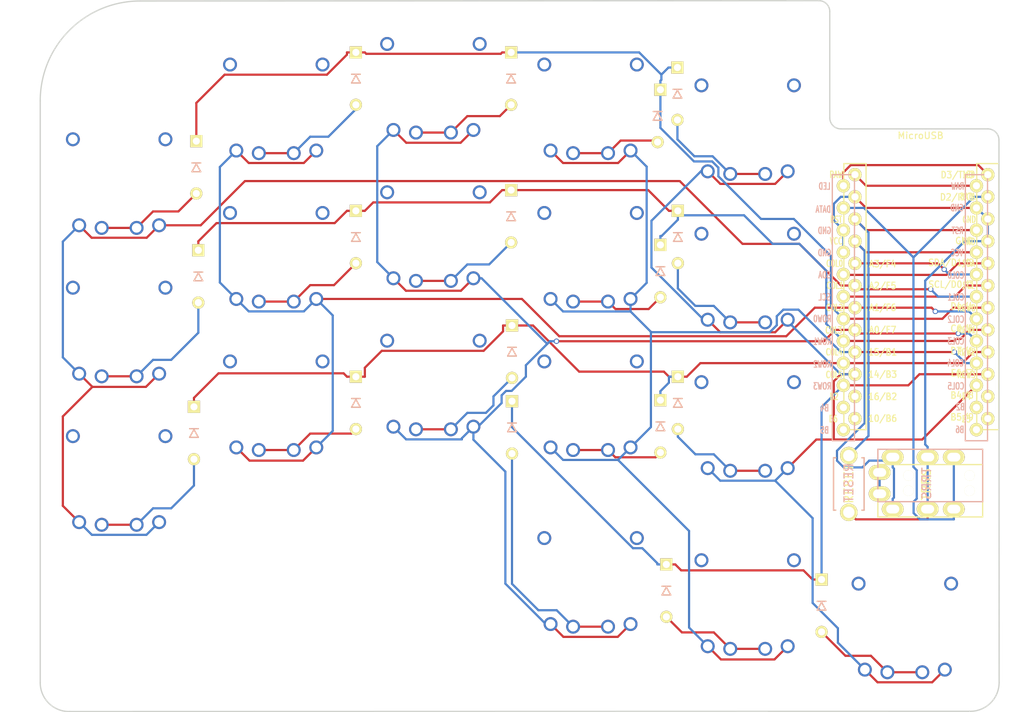
<source format=kicad_pcb>
(kicad_pcb (version 20171130) (host pcbnew "(5.1.6-0-10_14)")

  (general
    (thickness 1.6)
    (drawings 12)
    (tracks 419)
    (zones 0)
    (modules 39)
    (nets 38)
  )

  (page A4)
  (title_block
    (title "Corne Light")
    (date 2018-12-26)
    (rev 2.1)
    (company foostan)
  )

  (layers
    (0 F.Cu signal)
    (31 B.Cu signal)
    (32 B.Adhes user)
    (33 F.Adhes user)
    (34 B.Paste user)
    (35 F.Paste user)
    (36 B.SilkS user)
    (37 F.SilkS user)
    (38 B.Mask user)
    (39 F.Mask user)
    (40 Dwgs.User user)
    (41 Cmts.User user hide)
    (42 Eco1.User user)
    (43 Eco2.User user)
    (44 Edge.Cuts user)
    (45 Margin user)
    (46 B.CrtYd user)
    (47 F.CrtYd user)
    (48 B.Fab user hide)
    (49 F.Fab user)
  )

  (setup
    (last_trace_width 0.25)
    (user_trace_width 0.5)
    (trace_clearance 0.2)
    (zone_clearance 0.508)
    (zone_45_only no)
    (trace_min 0.2)
    (via_size 0.6)
    (via_drill 0.4)
    (via_min_size 0.4)
    (via_min_drill 0.3)
    (uvia_size 0.3)
    (uvia_drill 0.1)
    (uvias_allowed no)
    (uvia_min_size 0.2)
    (uvia_min_drill 0.1)
    (edge_width 0.15)
    (segment_width 0.15)
    (pcb_text_width 0.3)
    (pcb_text_size 1.5 1.5)
    (mod_edge_width 0.15)
    (mod_text_size 1 1)
    (mod_text_width 0.15)
    (pad_size 2 2)
    (pad_drill 1.3)
    (pad_to_mask_clearance 0.2)
    (aux_axis_origin 145.73 12.66)
    (visible_elements FFFFEFFF)
    (pcbplotparams
      (layerselection 0x010c0_ffffffff)
      (usegerberextensions true)
      (usegerberattributes false)
      (usegerberadvancedattributes false)
      (creategerberjobfile false)
      (excludeedgelayer true)
      (linewidth 0.150000)
      (plotframeref false)
      (viasonmask false)
      (mode 1)
      (useauxorigin false)
      (hpglpennumber 1)
      (hpglpenspeed 20)
      (hpglpendiameter 15.000000)
      (psnegative false)
      (psa4output false)
      (plotreference true)
      (plotvalue true)
      (plotinvisibletext false)
      (padsonsilk false)
      (subtractmaskfromsilk false)
      (outputformat 1)
      (mirror false)
      (drillshape 0)
      (scaleselection 1)
      (outputdirectory "gerber/"))
  )

  (net 0 "")
  (net 1 row0)
  (net 2 row1)
  (net 3 "Net-(D2-Pad2)")
  (net 4 row2)
  (net 5 "Net-(D3-Pad2)")
  (net 6 row3)
  (net 7 "Net-(D4-Pad2)")
  (net 8 "Net-(D5-Pad2)")
  (net 9 "Net-(D6-Pad2)")
  (net 10 "Net-(D8-Pad2)")
  (net 11 "Net-(D9-Pad2)")
  (net 12 "Net-(D10-Pad2)")
  (net 13 "Net-(D11-Pad2)")
  (net 14 "Net-(D12-Pad2)")
  (net 15 "Net-(D14-Pad2)")
  (net 16 "Net-(D15-Pad2)")
  (net 17 "Net-(D16-Pad2)")
  (net 18 "Net-(D17-Pad2)")
  (net 19 "Net-(D18-Pad2)")
  (net 20 "Net-(D19-Pad2)")
  (net 21 "Net-(D20-Pad2)")
  (net 22 "Net-(D21-Pad2)")
  (net 23 GND)
  (net 24 VCC)
  (net 25 col0)
  (net 26 col1)
  (net 27 col2)
  (net 28 col3)
  (net 29 col4)
  (net 30 col5)
  (net 31 LED)
  (net 32 data)
  (net 33 reset)
  (net 34 SCL)
  (net 35 SDA)
  (net 36 "Net-(U1-Pad24)")
  (net 37 "Net-(J1-PadA)")

  (net_class Default "これは標準のネット クラスです。"
    (clearance 0.2)
    (trace_width 0.25)
    (via_dia 0.6)
    (via_drill 0.4)
    (uvia_dia 0.3)
    (uvia_drill 0.1)
    (add_net GND)
    (add_net LED)
    (add_net "Net-(D10-Pad2)")
    (add_net "Net-(D11-Pad2)")
    (add_net "Net-(D12-Pad2)")
    (add_net "Net-(D14-Pad2)")
    (add_net "Net-(D15-Pad2)")
    (add_net "Net-(D16-Pad2)")
    (add_net "Net-(D17-Pad2)")
    (add_net "Net-(D18-Pad2)")
    (add_net "Net-(D19-Pad2)")
    (add_net "Net-(D2-Pad2)")
    (add_net "Net-(D20-Pad2)")
    (add_net "Net-(D21-Pad2)")
    (add_net "Net-(D3-Pad2)")
    (add_net "Net-(D4-Pad2)")
    (add_net "Net-(D5-Pad2)")
    (add_net "Net-(D6-Pad2)")
    (add_net "Net-(D8-Pad2)")
    (add_net "Net-(D9-Pad2)")
    (add_net "Net-(J1-PadA)")
    (add_net "Net-(U1-Pad24)")
    (add_net SCL)
    (add_net SDA)
    (add_net VCC)
    (add_net col0)
    (add_net col1)
    (add_net col2)
    (add_net col3)
    (add_net col4)
    (add_net col5)
    (add_net data)
    (add_net reset)
    (add_net row0)
    (add_net row1)
    (add_net row2)
    (add_net row3)
  )

  (module lowpro:Kailh_PG1232 (layer F.Cu) (tedit 5E1ADAC2) (tstamp 5C2386C0)
    (at 62 28.54)
    (path /5A5E27F9)
    (fp_text reference SW3 (at 4.6 6 180) (layer Dwgs.User) hide
      (effects (font (size 1 1) (thickness 0.15)))
    )
    (fp_text value SW_PUSH (at -0.5 6 180) (layer Dwgs.User) hide
      (effects (font (size 1 1) (thickness 0.15)))
    )
    (fp_text user "CPG1232 - 12.7x13.7 plate cutout" (at 0 -7.7) (layer Cmts.User)
      (effects (font (size 1 1) (thickness 0.15)))
    )
    (fp_text user %R (at 0 0) (layer F.Fab)
      (effects (font (size 1 1) (thickness 0.15)))
    )
    (fp_text user %V (at 0 8.255) (layer B.Fab)
      (effects (font (size 1 1) (thickness 0.15)) (justify mirror))
    )
    (fp_line (start 9 -8.5) (end -9 -8.5) (layer Dwgs.User) (width 0.12))
    (fp_line (start 9 8.5) (end 9 -8.5) (layer Dwgs.User) (width 0.12))
    (fp_line (start -9 8.5) (end 9 8.5) (layer Dwgs.User) (width 0.12))
    (fp_line (start -9 -8.5) (end -9 8.5) (layer Dwgs.User) (width 0.12))
    (fp_line (start 2.25 2.95) (end 5.95 2.95) (layer Dwgs.User) (width 0.12))
    (fp_line (start -2.25 2.95) (end -5.95 2.95) (layer Dwgs.User) (width 0.12))
    (fp_line (start 2.25 4) (end 2.25 2.95) (layer Dwgs.User) (width 0.12))
    (fp_line (start -2.25 4) (end 2.25 4) (layer Dwgs.User) (width 0.12))
    (fp_line (start -2.25 2.95) (end -2.25 4) (layer Dwgs.User) (width 0.12))
    (fp_line (start -6.75 6.25) (end -6.75 -6.25) (layer Dwgs.User) (width 0.12))
    (fp_line (start 6.75 6.25) (end -6.75 6.25) (layer Dwgs.User) (width 0.12))
    (fp_line (start 6.75 -6.25) (end 6.75 6.25) (layer Dwgs.User) (width 0.12))
    (fp_line (start -6.75 -6.25) (end 6.75 -6.25) (layer Dwgs.User) (width 0.12))
    (fp_line (start -5.95 2.95) (end -5.95 -2.95) (layer Dwgs.User) (width 0.12))
    (fp_line (start 5.95 -2.95) (end 5.95 2.95) (layer Dwgs.User) (width 0.12))
    (fp_line (start -5.95 -2.95) (end 5.95 -2.95) (layer Dwgs.User) (width 0.12))
    (pad 4 thru_hole circle (at -5.3 -4.75) (size 1.6 1.6) (drill 1.1) (layers *.Cu *.Mask)
      (clearance 0.2))
    (pad 3 thru_hole circle (at 5.3 -4.75) (size 1.6 1.6) (drill 1.1) (layers *.Cu *.Mask)
      (clearance 0.2))
    (pad 2 thru_hole circle (at 2 5.4) (size 1.6 1.6) (drill 1.1) (layers *.Cu *.Mask)
      (net 5 "Net-(D3-Pad2)") (clearance 0.2))
    (pad 1 thru_hole circle (at -4.58 5.1) (size 1.6 1.6) (drill 1.1) (layers *.Cu *.Mask)
      (net 27 col2) (clearance 0.2))
    (pad 2 thru_hole circle (at -2 5.4) (size 1.6 1.6) (drill 1.1) (layers *.Cu *.Mask)
      (net 5 "Net-(D3-Pad2)") (clearance 0.2))
    (pad 1 thru_hole circle (at 4.58 5.1) (size 1.6 1.6) (drill 1.1) (layers *.Cu *.Mask)
      (net 27 col2) (clearance 0.2))
    (pad "" np_thru_hole oval (at 0 0) (size 11.85 5.9) (drill oval 11.85 5.9) (layers *.Cu *.Mask))
    (pad "" np_thru_hole oval (at -5.36 0) (size 1 5.9) (drill oval 1 5.9) (layers *.Cu *.Mask))
    (pad "" np_thru_hole oval (at 0 -2.9) (size 12.1 0.3) (drill oval 12.1 0.3) (layers *.Cu *.Mask))
    (pad "" np_thru_hole oval (at 0 2.9) (size 12.1 0.3) (drill oval 12.1 0.3) (layers *.Cu *.Mask))
    (pad "" np_thru_hole oval (at 5.9 0 90) (size 6.1 0.3) (drill oval 6.1 0.3) (layers *.Cu *.Mask))
    (pad "" np_thru_hole oval (at -5.9 0 90) (size 6.1 0.3) (drill oval 6.1 0.3) (layers *.Cu *.Mask))
    (pad "" np_thru_hole oval (at -4.59 0) (size 1 5.9) (drill oval 1 5.9) (layers *.Cu *.Mask))
    (pad "" np_thru_hole oval (at -4.2 0) (size 1 5.9) (drill oval 1 5.9) (layers *.Cu *.Mask))
    (pad "" np_thru_hole oval (at 4.2 0) (size 1 5.9) (drill oval 1 5.9) (layers *.Cu *.Mask))
    (pad "" np_thru_hole oval (at 4.59 0) (size 1 5.9) (drill oval 1 5.9) (layers *.Cu *.Mask))
    (pad "" np_thru_hole oval (at 5.36 0) (size 1 5.9) (drill oval 1 5.9) (layers *.Cu *.Mask))
    (pad "" np_thru_hole oval (at 0 3.95) (size 4.7 0.3) (drill oval 4.7 0.3) (layers *.Cu *.Mask))
    (pad "" np_thru_hole oval (at 2.2 3.5 90) (size 1.2 0.3) (drill oval 1.2 0.3) (layers *.Cu *.Mask))
    (pad "" np_thru_hole oval (at -2.2 3.5 90) (size 1.2 0.3) (drill oval 1.2 0.3) (layers *.Cu *.Mask))
    (pad "" np_thru_hole oval (at 0 3.5) (size 4.7 1) (drill oval 4.7 1) (layers *.Cu *.Mask))
  )

  (module lowpro:Kailh_PG1232 (layer F.Cu) (tedit 5E1ADAC2) (tstamp 5C238836)
    (at 116 85.32)
    (path /5A5E37A4)
    (fp_text reference SW20 (at 4.600001 6) (layer Dwgs.User) hide
      (effects (font (size 1 1) (thickness 0.15)))
    )
    (fp_text value SW_PUSH (at -0.5 6) (layer Dwgs.User) hide
      (effects (font (size 1 1) (thickness 0.15)))
    )
    (fp_text user "CPG1232 - 12.7x13.7 plate cutout" (at 0 -7.7) (layer Cmts.User)
      (effects (font (size 1 1) (thickness 0.15)))
    )
    (fp_text user %R (at 0 0) (layer F.Fab)
      (effects (font (size 1 1) (thickness 0.15)))
    )
    (fp_text user %V (at 0 8.255) (layer B.Fab)
      (effects (font (size 1 1) (thickness 0.15)) (justify mirror))
    )
    (fp_line (start 9 -8.5) (end -9 -8.5) (layer Dwgs.User) (width 0.12))
    (fp_line (start 9 8.5) (end 9 -8.5) (layer Dwgs.User) (width 0.12))
    (fp_line (start -9 8.5) (end 9 8.5) (layer Dwgs.User) (width 0.12))
    (fp_line (start -9 -8.5) (end -9 8.5) (layer Dwgs.User) (width 0.12))
    (fp_line (start 2.25 2.95) (end 5.95 2.95) (layer Dwgs.User) (width 0.12))
    (fp_line (start -2.25 2.95) (end -5.95 2.95) (layer Dwgs.User) (width 0.12))
    (fp_line (start 2.25 4) (end 2.25 2.95) (layer Dwgs.User) (width 0.12))
    (fp_line (start -2.25 4) (end 2.25 4) (layer Dwgs.User) (width 0.12))
    (fp_line (start -2.25 2.95) (end -2.25 4) (layer Dwgs.User) (width 0.12))
    (fp_line (start -6.75 6.25) (end -6.75 -6.25) (layer Dwgs.User) (width 0.12))
    (fp_line (start 6.75 6.25) (end -6.75 6.25) (layer Dwgs.User) (width 0.12))
    (fp_line (start 6.75 -6.25) (end 6.75 6.25) (layer Dwgs.User) (width 0.12))
    (fp_line (start -6.75 -6.25) (end 6.75 -6.25) (layer Dwgs.User) (width 0.12))
    (fp_line (start -5.95 2.95) (end -5.95 -2.95) (layer Dwgs.User) (width 0.12))
    (fp_line (start 5.95 -2.95) (end 5.95 2.95) (layer Dwgs.User) (width 0.12))
    (fp_line (start -5.95 -2.95) (end 5.95 -2.95) (layer Dwgs.User) (width 0.12))
    (pad 4 thru_hole circle (at -5.3 -4.75) (size 1.6 1.6) (drill 1.1) (layers *.Cu *.Mask)
      (clearance 0.2))
    (pad 3 thru_hole circle (at 5.3 -4.75) (size 1.6 1.6) (drill 1.1) (layers *.Cu *.Mask)
      (clearance 0.2))
    (pad 2 thru_hole circle (at 2 5.4) (size 1.6 1.6) (drill 1.1) (layers *.Cu *.Mask)
      (net 21 "Net-(D20-Pad2)") (clearance 0.2))
    (pad 1 thru_hole circle (at -4.58 5.1) (size 1.6 1.6) (drill 1.1) (layers *.Cu *.Mask)
      (net 29 col4) (clearance 0.2))
    (pad 2 thru_hole circle (at -2 5.4) (size 1.6 1.6) (drill 1.1) (layers *.Cu *.Mask)
      (net 21 "Net-(D20-Pad2)") (clearance 0.2))
    (pad 1 thru_hole circle (at 4.58 5.1) (size 1.6 1.6) (drill 1.1) (layers *.Cu *.Mask)
      (net 29 col4) (clearance 0.2))
    (pad "" np_thru_hole oval (at 0 0) (size 11.85 5.9) (drill oval 11.85 5.9) (layers *.Cu *.Mask))
    (pad "" np_thru_hole oval (at -5.36 0) (size 1 5.9) (drill oval 1 5.9) (layers *.Cu *.Mask))
    (pad "" np_thru_hole oval (at 0 -2.9) (size 12.1 0.3) (drill oval 12.1 0.3) (layers *.Cu *.Mask))
    (pad "" np_thru_hole oval (at 0 2.9) (size 12.1 0.3) (drill oval 12.1 0.3) (layers *.Cu *.Mask))
    (pad "" np_thru_hole oval (at 5.9 0 90) (size 6.1 0.3) (drill oval 6.1 0.3) (layers *.Cu *.Mask))
    (pad "" np_thru_hole oval (at -5.9 0 90) (size 6.1 0.3) (drill oval 6.1 0.3) (layers *.Cu *.Mask))
    (pad "" np_thru_hole oval (at -4.59 0) (size 1 5.9) (drill oval 1 5.9) (layers *.Cu *.Mask))
    (pad "" np_thru_hole oval (at -4.2 0) (size 1 5.9) (drill oval 1 5.9) (layers *.Cu *.Mask))
    (pad "" np_thru_hole oval (at 4.2 0) (size 1 5.9) (drill oval 1 5.9) (layers *.Cu *.Mask))
    (pad "" np_thru_hole oval (at 4.59 0) (size 1 5.9) (drill oval 1 5.9) (layers *.Cu *.Mask))
    (pad "" np_thru_hole oval (at 5.36 0) (size 1 5.9) (drill oval 1 5.9) (layers *.Cu *.Mask))
    (pad "" np_thru_hole oval (at 0 3.95) (size 4.7 0.3) (drill oval 4.7 0.3) (layers *.Cu *.Mask))
    (pad "" np_thru_hole oval (at 2.2 3.5 90) (size 1.2 0.3) (drill oval 1.2 0.3) (layers *.Cu *.Mask))
    (pad "" np_thru_hole oval (at -2.2 3.5 90) (size 1.2 0.3) (drill oval 1.2 0.3) (layers *.Cu *.Mask))
    (pad "" np_thru_hole oval (at 0 3.5) (size 4.7 1) (drill oval 4.7 1) (layers *.Cu *.Mask))
  )

  (module lowpro:Kailh_PG1232 (layer F.Cu) (tedit 5E1ADAC2) (tstamp 5C2387DE)
    (at 80 60.17)
    (path /5A5E35C9)
    (fp_text reference SW16 (at 4.6 6 180) (layer Dwgs.User) hide
      (effects (font (size 1 1) (thickness 0.15)))
    )
    (fp_text value SW_PUSH (at -0.5 6 180) (layer Dwgs.User) hide
      (effects (font (size 1 1) (thickness 0.15)))
    )
    (fp_text user "CPG1232 - 12.7x13.7 plate cutout" (at 0 -7.7) (layer Cmts.User)
      (effects (font (size 1 1) (thickness 0.15)))
    )
    (fp_text user %R (at 0 0) (layer F.Fab)
      (effects (font (size 1 1) (thickness 0.15)))
    )
    (fp_text user %V (at 0 8.255) (layer B.Fab)
      (effects (font (size 1 1) (thickness 0.15)) (justify mirror))
    )
    (fp_line (start 9 -8.5) (end -9 -8.5) (layer Dwgs.User) (width 0.12))
    (fp_line (start 9 8.5) (end 9 -8.5) (layer Dwgs.User) (width 0.12))
    (fp_line (start -9 8.5) (end 9 8.5) (layer Dwgs.User) (width 0.12))
    (fp_line (start -9 -8.5) (end -9 8.5) (layer Dwgs.User) (width 0.12))
    (fp_line (start 2.25 2.95) (end 5.95 2.95) (layer Dwgs.User) (width 0.12))
    (fp_line (start -2.25 2.95) (end -5.95 2.95) (layer Dwgs.User) (width 0.12))
    (fp_line (start 2.25 4) (end 2.25 2.95) (layer Dwgs.User) (width 0.12))
    (fp_line (start -2.25 4) (end 2.25 4) (layer Dwgs.User) (width 0.12))
    (fp_line (start -2.25 2.95) (end -2.25 4) (layer Dwgs.User) (width 0.12))
    (fp_line (start -6.75 6.25) (end -6.75 -6.25) (layer Dwgs.User) (width 0.12))
    (fp_line (start 6.75 6.25) (end -6.75 6.25) (layer Dwgs.User) (width 0.12))
    (fp_line (start 6.75 -6.25) (end 6.75 6.25) (layer Dwgs.User) (width 0.12))
    (fp_line (start -6.75 -6.25) (end 6.75 -6.25) (layer Dwgs.User) (width 0.12))
    (fp_line (start -5.95 2.95) (end -5.95 -2.95) (layer Dwgs.User) (width 0.12))
    (fp_line (start 5.95 -2.95) (end 5.95 2.95) (layer Dwgs.User) (width 0.12))
    (fp_line (start -5.95 -2.95) (end 5.95 -2.95) (layer Dwgs.User) (width 0.12))
    (pad 4 thru_hole circle (at -5.3 -4.75) (size 1.6 1.6) (drill 1.1) (layers *.Cu *.Mask)
      (clearance 0.2))
    (pad 3 thru_hole circle (at 5.3 -4.75) (size 1.6 1.6) (drill 1.1) (layers *.Cu *.Mask)
      (clearance 0.2))
    (pad 2 thru_hole circle (at 2 5.4) (size 1.6 1.6) (drill 1.1) (layers *.Cu *.Mask)
      (net 17 "Net-(D16-Pad2)") (clearance 0.2))
    (pad 1 thru_hole circle (at -4.58 5.1) (size 1.6 1.6) (drill 1.1) (layers *.Cu *.Mask)
      (net 28 col3) (clearance 0.2))
    (pad 2 thru_hole circle (at -2 5.4) (size 1.6 1.6) (drill 1.1) (layers *.Cu *.Mask)
      (net 17 "Net-(D16-Pad2)") (clearance 0.2))
    (pad 1 thru_hole circle (at 4.58 5.1) (size 1.6 1.6) (drill 1.1) (layers *.Cu *.Mask)
      (net 28 col3) (clearance 0.2))
    (pad "" np_thru_hole oval (at 0 0) (size 11.85 5.9) (drill oval 11.85 5.9) (layers *.Cu *.Mask))
    (pad "" np_thru_hole oval (at -5.36 0) (size 1 5.9) (drill oval 1 5.9) (layers *.Cu *.Mask))
    (pad "" np_thru_hole oval (at 0 -2.9) (size 12.1 0.3) (drill oval 12.1 0.3) (layers *.Cu *.Mask))
    (pad "" np_thru_hole oval (at 0 2.9) (size 12.1 0.3) (drill oval 12.1 0.3) (layers *.Cu *.Mask))
    (pad "" np_thru_hole oval (at 5.9 0 90) (size 6.1 0.3) (drill oval 6.1 0.3) (layers *.Cu *.Mask))
    (pad "" np_thru_hole oval (at -5.9 0 90) (size 6.1 0.3) (drill oval 6.1 0.3) (layers *.Cu *.Mask))
    (pad "" np_thru_hole oval (at -4.59 0) (size 1 5.9) (drill oval 1 5.9) (layers *.Cu *.Mask))
    (pad "" np_thru_hole oval (at -4.2 0) (size 1 5.9) (drill oval 1 5.9) (layers *.Cu *.Mask))
    (pad "" np_thru_hole oval (at 4.2 0) (size 1 5.9) (drill oval 1 5.9) (layers *.Cu *.Mask))
    (pad "" np_thru_hole oval (at 4.59 0) (size 1 5.9) (drill oval 1 5.9) (layers *.Cu *.Mask))
    (pad "" np_thru_hole oval (at 5.36 0) (size 1 5.9) (drill oval 1 5.9) (layers *.Cu *.Mask))
    (pad "" np_thru_hole oval (at 0 3.95) (size 4.7 0.3) (drill oval 4.7 0.3) (layers *.Cu *.Mask))
    (pad "" np_thru_hole oval (at 2.2 3.5 90) (size 1.2 0.3) (drill oval 1.2 0.3) (layers *.Cu *.Mask))
    (pad "" np_thru_hole oval (at -2.2 3.5 90) (size 1.2 0.3) (drill oval 1.2 0.3) (layers *.Cu *.Mask))
    (pad "" np_thru_hole oval (at 0 3.5) (size 4.7 1) (drill oval 4.7 1) (layers *.Cu *.Mask))
  )

  (module lowpro:Kailh_PG1232 (layer F.Cu) (tedit 5E1ADAC2) (tstamp 5C238702)
    (at 116 30.92)
    (path /5A5E295E)
    (fp_text reference SW6 (at 4.6 6 180) (layer Dwgs.User) hide
      (effects (font (size 1 1) (thickness 0.15)))
    )
    (fp_text value SW_PUSH (at -0.5 6 180) (layer Dwgs.User) hide
      (effects (font (size 1 1) (thickness 0.15)))
    )
    (fp_text user "CPG1232 - 12.7x13.7 plate cutout" (at 0 -7.7) (layer Cmts.User)
      (effects (font (size 1 1) (thickness 0.15)))
    )
    (fp_text user %R (at 0 0) (layer F.Fab)
      (effects (font (size 1 1) (thickness 0.15)))
    )
    (fp_text user %V (at 0 8.255) (layer B.Fab)
      (effects (font (size 1 1) (thickness 0.15)) (justify mirror))
    )
    (fp_line (start 9 -8.5) (end -9 -8.5) (layer Dwgs.User) (width 0.12))
    (fp_line (start 9 8.5) (end 9 -8.5) (layer Dwgs.User) (width 0.12))
    (fp_line (start -9 8.5) (end 9 8.5) (layer Dwgs.User) (width 0.12))
    (fp_line (start -9 -8.5) (end -9 8.5) (layer Dwgs.User) (width 0.12))
    (fp_line (start 2.25 2.95) (end 5.95 2.95) (layer Dwgs.User) (width 0.12))
    (fp_line (start -2.25 2.95) (end -5.95 2.95) (layer Dwgs.User) (width 0.12))
    (fp_line (start 2.25 4) (end 2.25 2.95) (layer Dwgs.User) (width 0.12))
    (fp_line (start -2.25 4) (end 2.25 4) (layer Dwgs.User) (width 0.12))
    (fp_line (start -2.25 2.95) (end -2.25 4) (layer Dwgs.User) (width 0.12))
    (fp_line (start -6.75 6.25) (end -6.75 -6.25) (layer Dwgs.User) (width 0.12))
    (fp_line (start 6.75 6.25) (end -6.75 6.25) (layer Dwgs.User) (width 0.12))
    (fp_line (start 6.75 -6.25) (end 6.75 6.25) (layer Dwgs.User) (width 0.12))
    (fp_line (start -6.75 -6.25) (end 6.75 -6.25) (layer Dwgs.User) (width 0.12))
    (fp_line (start -5.95 2.95) (end -5.95 -2.95) (layer Dwgs.User) (width 0.12))
    (fp_line (start 5.95 -2.95) (end 5.95 2.95) (layer Dwgs.User) (width 0.12))
    (fp_line (start -5.95 -2.95) (end 5.95 -2.95) (layer Dwgs.User) (width 0.12))
    (pad 4 thru_hole circle (at -5.3 -4.75) (size 1.6 1.6) (drill 1.1) (layers *.Cu *.Mask)
      (clearance 0.2))
    (pad 3 thru_hole circle (at 5.3 -4.75) (size 1.6 1.6) (drill 1.1) (layers *.Cu *.Mask)
      (clearance 0.2))
    (pad 2 thru_hole circle (at 2 5.4) (size 1.6 1.6) (drill 1.1) (layers *.Cu *.Mask)
      (net 9 "Net-(D6-Pad2)") (clearance 0.2))
    (pad 1 thru_hole circle (at -4.58 5.1) (size 1.6 1.6) (drill 1.1) (layers *.Cu *.Mask)
      (net 30 col5) (clearance 0.2))
    (pad 2 thru_hole circle (at -2 5.4) (size 1.6 1.6) (drill 1.1) (layers *.Cu *.Mask)
      (net 9 "Net-(D6-Pad2)") (clearance 0.2))
    (pad 1 thru_hole circle (at 4.58 5.1) (size 1.6 1.6) (drill 1.1) (layers *.Cu *.Mask)
      (net 30 col5) (clearance 0.2))
    (pad "" np_thru_hole oval (at 0 0) (size 11.85 5.9) (drill oval 11.85 5.9) (layers *.Cu *.Mask))
    (pad "" np_thru_hole oval (at -5.36 0) (size 1 5.9) (drill oval 1 5.9) (layers *.Cu *.Mask))
    (pad "" np_thru_hole oval (at 0 -2.9) (size 12.1 0.3) (drill oval 12.1 0.3) (layers *.Cu *.Mask))
    (pad "" np_thru_hole oval (at 0 2.9) (size 12.1 0.3) (drill oval 12.1 0.3) (layers *.Cu *.Mask))
    (pad "" np_thru_hole oval (at 5.9 0 90) (size 6.1 0.3) (drill oval 6.1 0.3) (layers *.Cu *.Mask))
    (pad "" np_thru_hole oval (at -5.9 0 90) (size 6.1 0.3) (drill oval 6.1 0.3) (layers *.Cu *.Mask))
    (pad "" np_thru_hole oval (at -4.59 0) (size 1 5.9) (drill oval 1 5.9) (layers *.Cu *.Mask))
    (pad "" np_thru_hole oval (at -4.2 0) (size 1 5.9) (drill oval 1 5.9) (layers *.Cu *.Mask))
    (pad "" np_thru_hole oval (at 4.2 0) (size 1 5.9) (drill oval 1 5.9) (layers *.Cu *.Mask))
    (pad "" np_thru_hole oval (at 4.59 0) (size 1 5.9) (drill oval 1 5.9) (layers *.Cu *.Mask))
    (pad "" np_thru_hole oval (at 5.36 0) (size 1 5.9) (drill oval 1 5.9) (layers *.Cu *.Mask))
    (pad "" np_thru_hole oval (at 0 3.95) (size 4.7 0.3) (drill oval 4.7 0.3) (layers *.Cu *.Mask))
    (pad "" np_thru_hole oval (at 2.2 3.5 90) (size 1.2 0.3) (drill oval 1.2 0.3) (layers *.Cu *.Mask))
    (pad "" np_thru_hole oval (at -2.2 3.5 90) (size 1.2 0.3) (drill oval 1.2 0.3) (layers *.Cu *.Mask))
    (pad "" np_thru_hole oval (at 0 3.5) (size 4.7 1) (drill oval 4.7 1) (layers *.Cu *.Mask))
  )

  (module lowpro:Kailh_PG1232 (layer F.Cu) (tedit 5E1ADAC2) (tstamp 5C23880A)
    (at 116 64.92)
    (path /5A5E35D5)
    (fp_text reference SW18 (at 4.6 6 180) (layer Dwgs.User) hide
      (effects (font (size 1 1) (thickness 0.15)))
    )
    (fp_text value SW_PUSH (at -0.5 6 180) (layer Dwgs.User) hide
      (effects (font (size 1 1) (thickness 0.15)))
    )
    (fp_text user "CPG1232 - 12.7x13.7 plate cutout" (at 0 -7.7) (layer Cmts.User)
      (effects (font (size 1 1) (thickness 0.15)))
    )
    (fp_text user %R (at 0 0) (layer F.Fab)
      (effects (font (size 1 1) (thickness 0.15)))
    )
    (fp_text user %V (at 0 8.255) (layer B.Fab)
      (effects (font (size 1 1) (thickness 0.15)) (justify mirror))
    )
    (fp_line (start 9 -8.5) (end -9 -8.5) (layer Dwgs.User) (width 0.12))
    (fp_line (start 9 8.5) (end 9 -8.5) (layer Dwgs.User) (width 0.12))
    (fp_line (start -9 8.5) (end 9 8.5) (layer Dwgs.User) (width 0.12))
    (fp_line (start -9 -8.5) (end -9 8.5) (layer Dwgs.User) (width 0.12))
    (fp_line (start 2.25 2.95) (end 5.95 2.95) (layer Dwgs.User) (width 0.12))
    (fp_line (start -2.25 2.95) (end -5.95 2.95) (layer Dwgs.User) (width 0.12))
    (fp_line (start 2.25 4) (end 2.25 2.95) (layer Dwgs.User) (width 0.12))
    (fp_line (start -2.25 4) (end 2.25 4) (layer Dwgs.User) (width 0.12))
    (fp_line (start -2.25 2.95) (end -2.25 4) (layer Dwgs.User) (width 0.12))
    (fp_line (start -6.75 6.25) (end -6.75 -6.25) (layer Dwgs.User) (width 0.12))
    (fp_line (start 6.75 6.25) (end -6.75 6.25) (layer Dwgs.User) (width 0.12))
    (fp_line (start 6.75 -6.25) (end 6.75 6.25) (layer Dwgs.User) (width 0.12))
    (fp_line (start -6.75 -6.25) (end 6.75 -6.25) (layer Dwgs.User) (width 0.12))
    (fp_line (start -5.95 2.95) (end -5.95 -2.95) (layer Dwgs.User) (width 0.12))
    (fp_line (start 5.95 -2.95) (end 5.95 2.95) (layer Dwgs.User) (width 0.12))
    (fp_line (start -5.95 -2.95) (end 5.95 -2.95) (layer Dwgs.User) (width 0.12))
    (pad 4 thru_hole circle (at -5.3 -4.75) (size 1.6 1.6) (drill 1.1) (layers *.Cu *.Mask)
      (clearance 0.2))
    (pad 3 thru_hole circle (at 5.3 -4.75) (size 1.6 1.6) (drill 1.1) (layers *.Cu *.Mask)
      (clearance 0.2))
    (pad 2 thru_hole circle (at 2 5.4) (size 1.6 1.6) (drill 1.1) (layers *.Cu *.Mask)
      (net 19 "Net-(D18-Pad2)") (clearance 0.2))
    (pad 1 thru_hole circle (at -4.58 5.1) (size 1.6 1.6) (drill 1.1) (layers *.Cu *.Mask)
      (net 30 col5) (clearance 0.2))
    (pad 2 thru_hole circle (at -2 5.4) (size 1.6 1.6) (drill 1.1) (layers *.Cu *.Mask)
      (net 19 "Net-(D18-Pad2)") (clearance 0.2))
    (pad 1 thru_hole circle (at 4.58 5.1) (size 1.6 1.6) (drill 1.1) (layers *.Cu *.Mask)
      (net 30 col5) (clearance 0.2))
    (pad "" np_thru_hole oval (at 0 0) (size 11.85 5.9) (drill oval 11.85 5.9) (layers *.Cu *.Mask))
    (pad "" np_thru_hole oval (at -5.36 0) (size 1 5.9) (drill oval 1 5.9) (layers *.Cu *.Mask))
    (pad "" np_thru_hole oval (at 0 -2.9) (size 12.1 0.3) (drill oval 12.1 0.3) (layers *.Cu *.Mask))
    (pad "" np_thru_hole oval (at 0 2.9) (size 12.1 0.3) (drill oval 12.1 0.3) (layers *.Cu *.Mask))
    (pad "" np_thru_hole oval (at 5.9 0 90) (size 6.1 0.3) (drill oval 6.1 0.3) (layers *.Cu *.Mask))
    (pad "" np_thru_hole oval (at -5.9 0 90) (size 6.1 0.3) (drill oval 6.1 0.3) (layers *.Cu *.Mask))
    (pad "" np_thru_hole oval (at -4.59 0) (size 1 5.9) (drill oval 1 5.9) (layers *.Cu *.Mask))
    (pad "" np_thru_hole oval (at -4.2 0) (size 1 5.9) (drill oval 1 5.9) (layers *.Cu *.Mask))
    (pad "" np_thru_hole oval (at 4.2 0) (size 1 5.9) (drill oval 1 5.9) (layers *.Cu *.Mask))
    (pad "" np_thru_hole oval (at 4.59 0) (size 1 5.9) (drill oval 1 5.9) (layers *.Cu *.Mask))
    (pad "" np_thru_hole oval (at 5.36 0) (size 1 5.9) (drill oval 1 5.9) (layers *.Cu *.Mask))
    (pad "" np_thru_hole oval (at 0 3.95) (size 4.7 0.3) (drill oval 4.7 0.3) (layers *.Cu *.Mask))
    (pad "" np_thru_hole oval (at 2.2 3.5 90) (size 1.2 0.3) (drill oval 1.2 0.3) (layers *.Cu *.Mask))
    (pad "" np_thru_hole oval (at -2.2 3.5 90) (size 1.2 0.3) (drill oval 1.2 0.3) (layers *.Cu *.Mask))
    (pad "" np_thru_hole oval (at 0 3.5) (size 4.7 1) (drill oval 4.7 1) (layers *.Cu *.Mask))
  )

  (module lowpro:Kailh_PG1232 (layer F.Cu) (tedit 5E1ADAC2) (tstamp 5C238820)
    (at 98 82.78)
    (path /5A5E37EC)
    (fp_text reference SW19 (at 4.6 6 180) (layer Dwgs.User) hide
      (effects (font (size 1 1) (thickness 0.15)))
    )
    (fp_text value SW_PUSH (at -0.5 6 180) (layer Dwgs.User) hide
      (effects (font (size 1 1) (thickness 0.15)))
    )
    (fp_text user "CPG1232 - 12.7x13.7 plate cutout" (at 0 -7.7) (layer Cmts.User)
      (effects (font (size 1 1) (thickness 0.15)))
    )
    (fp_text user %R (at 0 0) (layer F.Fab)
      (effects (font (size 1 1) (thickness 0.15)))
    )
    (fp_text user %V (at 0 8.255) (layer B.Fab)
      (effects (font (size 1 1) (thickness 0.15)) (justify mirror))
    )
    (fp_line (start 9 -8.5) (end -9 -8.5) (layer Dwgs.User) (width 0.12))
    (fp_line (start 9 8.5) (end 9 -8.5) (layer Dwgs.User) (width 0.12))
    (fp_line (start -9 8.5) (end 9 8.5) (layer Dwgs.User) (width 0.12))
    (fp_line (start -9 -8.5) (end -9 8.5) (layer Dwgs.User) (width 0.12))
    (fp_line (start 2.25 2.95) (end 5.95 2.95) (layer Dwgs.User) (width 0.12))
    (fp_line (start -2.25 2.95) (end -5.95 2.95) (layer Dwgs.User) (width 0.12))
    (fp_line (start 2.25 4) (end 2.25 2.95) (layer Dwgs.User) (width 0.12))
    (fp_line (start -2.25 4) (end 2.25 4) (layer Dwgs.User) (width 0.12))
    (fp_line (start -2.25 2.95) (end -2.25 4) (layer Dwgs.User) (width 0.12))
    (fp_line (start -6.75 6.25) (end -6.75 -6.25) (layer Dwgs.User) (width 0.12))
    (fp_line (start 6.75 6.25) (end -6.75 6.25) (layer Dwgs.User) (width 0.12))
    (fp_line (start 6.75 -6.25) (end 6.75 6.25) (layer Dwgs.User) (width 0.12))
    (fp_line (start -6.75 -6.25) (end 6.75 -6.25) (layer Dwgs.User) (width 0.12))
    (fp_line (start -5.95 2.95) (end -5.95 -2.95) (layer Dwgs.User) (width 0.12))
    (fp_line (start 5.95 -2.95) (end 5.95 2.95) (layer Dwgs.User) (width 0.12))
    (fp_line (start -5.95 -2.95) (end 5.95 -2.95) (layer Dwgs.User) (width 0.12))
    (pad 4 thru_hole circle (at -5.3 -4.75) (size 1.6 1.6) (drill 1.1) (layers *.Cu *.Mask)
      (clearance 0.2))
    (pad 3 thru_hole circle (at 5.3 -4.75) (size 1.6 1.6) (drill 1.1) (layers *.Cu *.Mask)
      (clearance 0.2))
    (pad 2 thru_hole circle (at 2 5.4) (size 1.6 1.6) (drill 1.1) (layers *.Cu *.Mask)
      (net 20 "Net-(D19-Pad2)") (clearance 0.2))
    (pad 1 thru_hole circle (at -4.58 5.1) (size 1.6 1.6) (drill 1.1) (layers *.Cu *.Mask)
      (net 28 col3) (clearance 0.2))
    (pad 2 thru_hole circle (at -2 5.4) (size 1.6 1.6) (drill 1.1) (layers *.Cu *.Mask)
      (net 20 "Net-(D19-Pad2)") (clearance 0.2))
    (pad 1 thru_hole circle (at 4.58 5.1) (size 1.6 1.6) (drill 1.1) (layers *.Cu *.Mask)
      (net 28 col3) (clearance 0.2))
    (pad "" np_thru_hole oval (at 0 0) (size 11.85 5.9) (drill oval 11.85 5.9) (layers *.Cu *.Mask))
    (pad "" np_thru_hole oval (at -5.36 0) (size 1 5.9) (drill oval 1 5.9) (layers *.Cu *.Mask))
    (pad "" np_thru_hole oval (at 0 -2.9) (size 12.1 0.3) (drill oval 12.1 0.3) (layers *.Cu *.Mask))
    (pad "" np_thru_hole oval (at 0 2.9) (size 12.1 0.3) (drill oval 12.1 0.3) (layers *.Cu *.Mask))
    (pad "" np_thru_hole oval (at 5.9 0 90) (size 6.1 0.3) (drill oval 6.1 0.3) (layers *.Cu *.Mask))
    (pad "" np_thru_hole oval (at -5.9 0 90) (size 6.1 0.3) (drill oval 6.1 0.3) (layers *.Cu *.Mask))
    (pad "" np_thru_hole oval (at -4.59 0) (size 1 5.9) (drill oval 1 5.9) (layers *.Cu *.Mask))
    (pad "" np_thru_hole oval (at -4.2 0) (size 1 5.9) (drill oval 1 5.9) (layers *.Cu *.Mask))
    (pad "" np_thru_hole oval (at 4.2 0) (size 1 5.9) (drill oval 1 5.9) (layers *.Cu *.Mask))
    (pad "" np_thru_hole oval (at 4.59 0) (size 1 5.9) (drill oval 1 5.9) (layers *.Cu *.Mask))
    (pad "" np_thru_hole oval (at 5.36 0) (size 1 5.9) (drill oval 1 5.9) (layers *.Cu *.Mask))
    (pad "" np_thru_hole oval (at 0 3.95) (size 4.7 0.3) (drill oval 4.7 0.3) (layers *.Cu *.Mask))
    (pad "" np_thru_hole oval (at 2.2 3.5 90) (size 1.2 0.3) (drill oval 1.2 0.3) (layers *.Cu *.Mask))
    (pad "" np_thru_hole oval (at -2.2 3.5 90) (size 1.2 0.3) (drill oval 1.2 0.3) (layers *.Cu *.Mask))
    (pad "" np_thru_hole oval (at 0 3.5) (size 4.7 1) (drill oval 4.7 1) (layers *.Cu *.Mask))
  )

  (module lowpro:Kailh_PG1232 (layer F.Cu) (tedit 5E1ADAC2) (tstamp 5C23884C)
    (at 134 88)
    (path /5A5E37B0)
    (fp_text reference SW21 (at 4.6 6 180) (layer Dwgs.User) hide
      (effects (font (size 1 1) (thickness 0.15)))
    )
    (fp_text value SW_PUSH (at -0.5 6 180) (layer Dwgs.User) hide
      (effects (font (size 1 1) (thickness 0.15)))
    )
    (fp_text user "CPG1232 - 12.7x13.7 plate cutout" (at 0 -7.7) (layer Cmts.User)
      (effects (font (size 1 1) (thickness 0.15)))
    )
    (fp_text user %R (at 0 0) (layer F.Fab)
      (effects (font (size 1 1) (thickness 0.15)))
    )
    (fp_text user %V (at 0 8.255) (layer B.Fab)
      (effects (font (size 1 1) (thickness 0.15)) (justify mirror))
    )
    (fp_line (start 9 -8.5) (end -9 -8.5) (layer Dwgs.User) (width 0.12))
    (fp_line (start 9 8.5) (end 9 -8.5) (layer Dwgs.User) (width 0.12))
    (fp_line (start -9 8.5) (end 9 8.5) (layer Dwgs.User) (width 0.12))
    (fp_line (start -9 -8.5) (end -9 8.5) (layer Dwgs.User) (width 0.12))
    (fp_line (start 2.25 2.95) (end 5.95 2.95) (layer Dwgs.User) (width 0.12))
    (fp_line (start -2.25 2.95) (end -5.95 2.95) (layer Dwgs.User) (width 0.12))
    (fp_line (start 2.25 4) (end 2.25 2.95) (layer Dwgs.User) (width 0.12))
    (fp_line (start -2.25 4) (end 2.25 4) (layer Dwgs.User) (width 0.12))
    (fp_line (start -2.25 2.95) (end -2.25 4) (layer Dwgs.User) (width 0.12))
    (fp_line (start -6.75 6.25) (end -6.75 -6.25) (layer Dwgs.User) (width 0.12))
    (fp_line (start 6.75 6.25) (end -6.75 6.25) (layer Dwgs.User) (width 0.12))
    (fp_line (start 6.75 -6.25) (end 6.75 6.25) (layer Dwgs.User) (width 0.12))
    (fp_line (start -6.75 -6.25) (end 6.75 -6.25) (layer Dwgs.User) (width 0.12))
    (fp_line (start -5.95 2.95) (end -5.95 -2.95) (layer Dwgs.User) (width 0.12))
    (fp_line (start 5.95 -2.95) (end 5.95 2.95) (layer Dwgs.User) (width 0.12))
    (fp_line (start -5.95 -2.95) (end 5.95 -2.95) (layer Dwgs.User) (width 0.12))
    (pad 4 thru_hole circle (at -5.3 -4.75) (size 1.6 1.6) (drill 1.1) (layers *.Cu *.Mask)
      (clearance 0.2))
    (pad 3 thru_hole circle (at 5.3 -4.75) (size 1.6 1.6) (drill 1.1) (layers *.Cu *.Mask)
      (clearance 0.2))
    (pad 2 thru_hole circle (at 2 5.4) (size 1.6 1.6) (drill 1.1) (layers *.Cu *.Mask)
      (net 22 "Net-(D21-Pad2)") (clearance 0.2))
    (pad 1 thru_hole circle (at -4.58 5.1) (size 1.6 1.6) (drill 1.1) (layers *.Cu *.Mask)
      (net 30 col5) (clearance 0.2))
    (pad 2 thru_hole circle (at -2 5.4) (size 1.6 1.6) (drill 1.1) (layers *.Cu *.Mask)
      (net 22 "Net-(D21-Pad2)") (clearance 0.2))
    (pad 1 thru_hole circle (at 4.58 5.1) (size 1.6 1.6) (drill 1.1) (layers *.Cu *.Mask)
      (net 30 col5) (clearance 0.2))
    (pad "" np_thru_hole oval (at 0 0) (size 11.85 5.9) (drill oval 11.85 5.9) (layers *.Cu *.Mask))
    (pad "" np_thru_hole oval (at -5.36 0) (size 1 5.9) (drill oval 1 5.9) (layers *.Cu *.Mask))
    (pad "" np_thru_hole oval (at 0 -2.9) (size 12.1 0.3) (drill oval 12.1 0.3) (layers *.Cu *.Mask))
    (pad "" np_thru_hole oval (at 0 2.9) (size 12.1 0.3) (drill oval 12.1 0.3) (layers *.Cu *.Mask))
    (pad "" np_thru_hole oval (at 5.9 0 90) (size 6.1 0.3) (drill oval 6.1 0.3) (layers *.Cu *.Mask))
    (pad "" np_thru_hole oval (at -5.9 0 90) (size 6.1 0.3) (drill oval 6.1 0.3) (layers *.Cu *.Mask))
    (pad "" np_thru_hole oval (at -4.59 0) (size 1 5.9) (drill oval 1 5.9) (layers *.Cu *.Mask))
    (pad "" np_thru_hole oval (at -4.2 0) (size 1 5.9) (drill oval 1 5.9) (layers *.Cu *.Mask))
    (pad "" np_thru_hole oval (at 4.2 0) (size 1 5.9) (drill oval 1 5.9) (layers *.Cu *.Mask))
    (pad "" np_thru_hole oval (at 4.59 0) (size 1 5.9) (drill oval 1 5.9) (layers *.Cu *.Mask))
    (pad "" np_thru_hole oval (at 5.36 0) (size 1 5.9) (drill oval 1 5.9) (layers *.Cu *.Mask))
    (pad "" np_thru_hole oval (at 0 3.95) (size 4.7 0.3) (drill oval 4.7 0.3) (layers *.Cu *.Mask))
    (pad "" np_thru_hole oval (at 2.2 3.5 90) (size 1.2 0.3) (drill oval 1.2 0.3) (layers *.Cu *.Mask))
    (pad "" np_thru_hole oval (at -2.2 3.5 90) (size 1.2 0.3) (drill oval 1.2 0.3) (layers *.Cu *.Mask))
    (pad "" np_thru_hole oval (at 0 3.5) (size 4.7 1) (drill oval 4.7 1) (layers *.Cu *.Mask))
  )

  (module lowpro:Kailh_PG1232 (layer F.Cu) (tedit 5E1ADAC2) (tstamp 5C2387F4)
    (at 98 62.545)
    (path /5A5E35CF)
    (fp_text reference SW17 (at 4.6 6 180) (layer Dwgs.User) hide
      (effects (font (size 1 1) (thickness 0.15)))
    )
    (fp_text value SW_PUSH (at -0.5 6 180) (layer Dwgs.User) hide
      (effects (font (size 1 1) (thickness 0.15)))
    )
    (fp_text user "CPG1232 - 12.7x13.7 plate cutout" (at 0 -7.7) (layer Cmts.User)
      (effects (font (size 1 1) (thickness 0.15)))
    )
    (fp_text user %R (at 0 0) (layer F.Fab)
      (effects (font (size 1 1) (thickness 0.15)))
    )
    (fp_text user %V (at 0 8.255) (layer B.Fab)
      (effects (font (size 1 1) (thickness 0.15)) (justify mirror))
    )
    (fp_line (start 9 -8.5) (end -9 -8.5) (layer Dwgs.User) (width 0.12))
    (fp_line (start 9 8.5) (end 9 -8.5) (layer Dwgs.User) (width 0.12))
    (fp_line (start -9 8.5) (end 9 8.5) (layer Dwgs.User) (width 0.12))
    (fp_line (start -9 -8.5) (end -9 8.5) (layer Dwgs.User) (width 0.12))
    (fp_line (start 2.25 2.95) (end 5.95 2.95) (layer Dwgs.User) (width 0.12))
    (fp_line (start -2.25 2.95) (end -5.95 2.95) (layer Dwgs.User) (width 0.12))
    (fp_line (start 2.25 4) (end 2.25 2.95) (layer Dwgs.User) (width 0.12))
    (fp_line (start -2.25 4) (end 2.25 4) (layer Dwgs.User) (width 0.12))
    (fp_line (start -2.25 2.95) (end -2.25 4) (layer Dwgs.User) (width 0.12))
    (fp_line (start -6.75 6.25) (end -6.75 -6.25) (layer Dwgs.User) (width 0.12))
    (fp_line (start 6.75 6.25) (end -6.75 6.25) (layer Dwgs.User) (width 0.12))
    (fp_line (start 6.75 -6.25) (end 6.75 6.25) (layer Dwgs.User) (width 0.12))
    (fp_line (start -6.75 -6.25) (end 6.75 -6.25) (layer Dwgs.User) (width 0.12))
    (fp_line (start -5.95 2.95) (end -5.95 -2.95) (layer Dwgs.User) (width 0.12))
    (fp_line (start 5.95 -2.95) (end 5.95 2.95) (layer Dwgs.User) (width 0.12))
    (fp_line (start -5.95 -2.95) (end 5.95 -2.95) (layer Dwgs.User) (width 0.12))
    (pad 4 thru_hole circle (at -5.3 -4.75) (size 1.6 1.6) (drill 1.1) (layers *.Cu *.Mask)
      (clearance 0.2))
    (pad 3 thru_hole circle (at 5.3 -4.75) (size 1.6 1.6) (drill 1.1) (layers *.Cu *.Mask)
      (clearance 0.2))
    (pad 2 thru_hole circle (at 2 5.4) (size 1.6 1.6) (drill 1.1) (layers *.Cu *.Mask)
      (net 18 "Net-(D17-Pad2)") (clearance 0.2))
    (pad 1 thru_hole circle (at -4.58 5.1) (size 1.6 1.6) (drill 1.1) (layers *.Cu *.Mask)
      (net 29 col4) (clearance 0.2))
    (pad 2 thru_hole circle (at -2 5.4) (size 1.6 1.6) (drill 1.1) (layers *.Cu *.Mask)
      (net 18 "Net-(D17-Pad2)") (clearance 0.2))
    (pad 1 thru_hole circle (at 4.58 5.1) (size 1.6 1.6) (drill 1.1) (layers *.Cu *.Mask)
      (net 29 col4) (clearance 0.2))
    (pad "" np_thru_hole oval (at 0 0) (size 11.85 5.9) (drill oval 11.85 5.9) (layers *.Cu *.Mask))
    (pad "" np_thru_hole oval (at -5.36 0) (size 1 5.9) (drill oval 1 5.9) (layers *.Cu *.Mask))
    (pad "" np_thru_hole oval (at 0 -2.9) (size 12.1 0.3) (drill oval 12.1 0.3) (layers *.Cu *.Mask))
    (pad "" np_thru_hole oval (at 0 2.9) (size 12.1 0.3) (drill oval 12.1 0.3) (layers *.Cu *.Mask))
    (pad "" np_thru_hole oval (at 5.9 0 90) (size 6.1 0.3) (drill oval 6.1 0.3) (layers *.Cu *.Mask))
    (pad "" np_thru_hole oval (at -5.9 0 90) (size 6.1 0.3) (drill oval 6.1 0.3) (layers *.Cu *.Mask))
    (pad "" np_thru_hole oval (at -4.59 0) (size 1 5.9) (drill oval 1 5.9) (layers *.Cu *.Mask))
    (pad "" np_thru_hole oval (at -4.2 0) (size 1 5.9) (drill oval 1 5.9) (layers *.Cu *.Mask))
    (pad "" np_thru_hole oval (at 4.2 0) (size 1 5.9) (drill oval 1 5.9) (layers *.Cu *.Mask))
    (pad "" np_thru_hole oval (at 4.59 0) (size 1 5.9) (drill oval 1 5.9) (layers *.Cu *.Mask))
    (pad "" np_thru_hole oval (at 5.36 0) (size 1 5.9) (drill oval 1 5.9) (layers *.Cu *.Mask))
    (pad "" np_thru_hole oval (at 0 3.95) (size 4.7 0.3) (drill oval 4.7 0.3) (layers *.Cu *.Mask))
    (pad "" np_thru_hole oval (at 2.2 3.5 90) (size 1.2 0.3) (drill oval 1.2 0.3) (layers *.Cu *.Mask))
    (pad "" np_thru_hole oval (at -2.2 3.5 90) (size 1.2 0.3) (drill oval 1.2 0.3) (layers *.Cu *.Mask))
    (pad "" np_thru_hole oval (at 0 3.5) (size 4.7 1) (drill oval 4.7 1) (layers *.Cu *.Mask))
  )

  (module lowpro:Kailh_PG1232 (layer F.Cu) (tedit 5E1ADAC2) (tstamp 5C2387C8)
    (at 62 62.545)
    (path /5A5E35BD)
    (fp_text reference SW15 (at 4.6 6 180) (layer Dwgs.User) hide
      (effects (font (size 1 1) (thickness 0.15)))
    )
    (fp_text value SW_PUSH (at -0.5 6 180) (layer Dwgs.User) hide
      (effects (font (size 1 1) (thickness 0.15)))
    )
    (fp_text user "CPG1232 - 12.7x13.7 plate cutout" (at 0 -7.7) (layer Cmts.User)
      (effects (font (size 1 1) (thickness 0.15)))
    )
    (fp_text user %R (at 0 0) (layer F.Fab)
      (effects (font (size 1 1) (thickness 0.15)))
    )
    (fp_text user %V (at 0 8.255) (layer B.Fab)
      (effects (font (size 1 1) (thickness 0.15)) (justify mirror))
    )
    (fp_line (start 9 -8.5) (end -9 -8.5) (layer Dwgs.User) (width 0.12))
    (fp_line (start 9 8.5) (end 9 -8.5) (layer Dwgs.User) (width 0.12))
    (fp_line (start -9 8.5) (end 9 8.5) (layer Dwgs.User) (width 0.12))
    (fp_line (start -9 -8.5) (end -9 8.5) (layer Dwgs.User) (width 0.12))
    (fp_line (start 2.25 2.95) (end 5.95 2.95) (layer Dwgs.User) (width 0.12))
    (fp_line (start -2.25 2.95) (end -5.95 2.95) (layer Dwgs.User) (width 0.12))
    (fp_line (start 2.25 4) (end 2.25 2.95) (layer Dwgs.User) (width 0.12))
    (fp_line (start -2.25 4) (end 2.25 4) (layer Dwgs.User) (width 0.12))
    (fp_line (start -2.25 2.95) (end -2.25 4) (layer Dwgs.User) (width 0.12))
    (fp_line (start -6.75 6.25) (end -6.75 -6.25) (layer Dwgs.User) (width 0.12))
    (fp_line (start 6.75 6.25) (end -6.75 6.25) (layer Dwgs.User) (width 0.12))
    (fp_line (start 6.75 -6.25) (end 6.75 6.25) (layer Dwgs.User) (width 0.12))
    (fp_line (start -6.75 -6.25) (end 6.75 -6.25) (layer Dwgs.User) (width 0.12))
    (fp_line (start -5.95 2.95) (end -5.95 -2.95) (layer Dwgs.User) (width 0.12))
    (fp_line (start 5.95 -2.95) (end 5.95 2.95) (layer Dwgs.User) (width 0.12))
    (fp_line (start -5.95 -2.95) (end 5.95 -2.95) (layer Dwgs.User) (width 0.12))
    (pad 4 thru_hole circle (at -5.3 -4.75) (size 1.6 1.6) (drill 1.1) (layers *.Cu *.Mask)
      (clearance 0.2))
    (pad 3 thru_hole circle (at 5.3 -4.75) (size 1.6 1.6) (drill 1.1) (layers *.Cu *.Mask)
      (clearance 0.2))
    (pad 2 thru_hole circle (at 2 5.4) (size 1.6 1.6) (drill 1.1) (layers *.Cu *.Mask)
      (net 16 "Net-(D15-Pad2)") (clearance 0.2))
    (pad 1 thru_hole circle (at -4.58 5.1) (size 1.6 1.6) (drill 1.1) (layers *.Cu *.Mask)
      (net 27 col2) (clearance 0.2))
    (pad 2 thru_hole circle (at -2 5.4) (size 1.6 1.6) (drill 1.1) (layers *.Cu *.Mask)
      (net 16 "Net-(D15-Pad2)") (clearance 0.2))
    (pad 1 thru_hole circle (at 4.58 5.1) (size 1.6 1.6) (drill 1.1) (layers *.Cu *.Mask)
      (net 27 col2) (clearance 0.2))
    (pad "" np_thru_hole oval (at 0 0) (size 11.85 5.9) (drill oval 11.85 5.9) (layers *.Cu *.Mask))
    (pad "" np_thru_hole oval (at -5.36 0) (size 1 5.9) (drill oval 1 5.9) (layers *.Cu *.Mask))
    (pad "" np_thru_hole oval (at 0 -2.9) (size 12.1 0.3) (drill oval 12.1 0.3) (layers *.Cu *.Mask))
    (pad "" np_thru_hole oval (at 0 2.9) (size 12.1 0.3) (drill oval 12.1 0.3) (layers *.Cu *.Mask))
    (pad "" np_thru_hole oval (at 5.9 0 90) (size 6.1 0.3) (drill oval 6.1 0.3) (layers *.Cu *.Mask))
    (pad "" np_thru_hole oval (at -5.9 0 90) (size 6.1 0.3) (drill oval 6.1 0.3) (layers *.Cu *.Mask))
    (pad "" np_thru_hole oval (at -4.59 0) (size 1 5.9) (drill oval 1 5.9) (layers *.Cu *.Mask))
    (pad "" np_thru_hole oval (at -4.2 0) (size 1 5.9) (drill oval 1 5.9) (layers *.Cu *.Mask))
    (pad "" np_thru_hole oval (at 4.2 0) (size 1 5.9) (drill oval 1 5.9) (layers *.Cu *.Mask))
    (pad "" np_thru_hole oval (at 4.59 0) (size 1 5.9) (drill oval 1 5.9) (layers *.Cu *.Mask))
    (pad "" np_thru_hole oval (at 5.36 0) (size 1 5.9) (drill oval 1 5.9) (layers *.Cu *.Mask))
    (pad "" np_thru_hole oval (at 0 3.95) (size 4.7 0.3) (drill oval 4.7 0.3) (layers *.Cu *.Mask))
    (pad "" np_thru_hole oval (at 2.2 3.5 90) (size 1.2 0.3) (drill oval 1.2 0.3) (layers *.Cu *.Mask))
    (pad "" np_thru_hole oval (at -2.2 3.5 90) (size 1.2 0.3) (drill oval 1.2 0.3) (layers *.Cu *.Mask))
    (pad "" np_thru_hole oval (at 0 3.5) (size 4.7 1) (drill oval 4.7 1) (layers *.Cu *.Mask))
  )

  (module lowpro:Kailh_PG1232 (layer F.Cu) (tedit 5E1ADAC2) (tstamp 5C2387B2)
    (at 44 71.105)
    (path /5A5E35B1)
    (fp_text reference SW14 (at 4.6 6 180) (layer Dwgs.User) hide
      (effects (font (size 1 1) (thickness 0.15)))
    )
    (fp_text value SW_PUSH (at -0.5 6 180) (layer Dwgs.User) hide
      (effects (font (size 1 1) (thickness 0.15)))
    )
    (fp_text user "CPG1232 - 12.7x13.7 plate cutout" (at 0 -7.7) (layer Cmts.User)
      (effects (font (size 1 1) (thickness 0.15)))
    )
    (fp_text user %R (at 0 0) (layer F.Fab)
      (effects (font (size 1 1) (thickness 0.15)))
    )
    (fp_text user %V (at 0 8.255) (layer B.Fab)
      (effects (font (size 1 1) (thickness 0.15)) (justify mirror))
    )
    (fp_line (start 9 -8.5) (end -9 -8.5) (layer Dwgs.User) (width 0.12))
    (fp_line (start 9 8.5) (end 9 -8.5) (layer Dwgs.User) (width 0.12))
    (fp_line (start -9 8.5) (end 9 8.5) (layer Dwgs.User) (width 0.12))
    (fp_line (start -9 -8.5) (end -9 8.5) (layer Dwgs.User) (width 0.12))
    (fp_line (start 2.25 2.95) (end 5.95 2.95) (layer Dwgs.User) (width 0.12))
    (fp_line (start -2.25 2.95) (end -5.95 2.95) (layer Dwgs.User) (width 0.12))
    (fp_line (start 2.25 4) (end 2.25 2.95) (layer Dwgs.User) (width 0.12))
    (fp_line (start -2.25 4) (end 2.25 4) (layer Dwgs.User) (width 0.12))
    (fp_line (start -2.25 2.95) (end -2.25 4) (layer Dwgs.User) (width 0.12))
    (fp_line (start -6.75 6.25) (end -6.75 -6.25) (layer Dwgs.User) (width 0.12))
    (fp_line (start 6.75 6.25) (end -6.75 6.25) (layer Dwgs.User) (width 0.12))
    (fp_line (start 6.75 -6.25) (end 6.75 6.25) (layer Dwgs.User) (width 0.12))
    (fp_line (start -6.75 -6.25) (end 6.75 -6.25) (layer Dwgs.User) (width 0.12))
    (fp_line (start -5.95 2.95) (end -5.95 -2.95) (layer Dwgs.User) (width 0.12))
    (fp_line (start 5.95 -2.95) (end 5.95 2.95) (layer Dwgs.User) (width 0.12))
    (fp_line (start -5.95 -2.95) (end 5.95 -2.95) (layer Dwgs.User) (width 0.12))
    (pad 4 thru_hole circle (at -5.3 -4.75) (size 1.6 1.6) (drill 1.1) (layers *.Cu *.Mask)
      (clearance 0.2))
    (pad 3 thru_hole circle (at 5.3 -4.75) (size 1.6 1.6) (drill 1.1) (layers *.Cu *.Mask)
      (clearance 0.2))
    (pad 2 thru_hole circle (at 2 5.4) (size 1.6 1.6) (drill 1.1) (layers *.Cu *.Mask)
      (net 15 "Net-(D14-Pad2)") (clearance 0.2))
    (pad 1 thru_hole circle (at -4.58 5.1) (size 1.6 1.6) (drill 1.1) (layers *.Cu *.Mask)
      (net 26 col1) (clearance 0.2))
    (pad 2 thru_hole circle (at -2 5.4) (size 1.6 1.6) (drill 1.1) (layers *.Cu *.Mask)
      (net 15 "Net-(D14-Pad2)") (clearance 0.2))
    (pad 1 thru_hole circle (at 4.58 5.1) (size 1.6 1.6) (drill 1.1) (layers *.Cu *.Mask)
      (net 26 col1) (clearance 0.2))
    (pad "" np_thru_hole oval (at 0 0) (size 11.85 5.9) (drill oval 11.85 5.9) (layers *.Cu *.Mask))
    (pad "" np_thru_hole oval (at -5.36 0) (size 1 5.9) (drill oval 1 5.9) (layers *.Cu *.Mask))
    (pad "" np_thru_hole oval (at 0 -2.9) (size 12.1 0.3) (drill oval 12.1 0.3) (layers *.Cu *.Mask))
    (pad "" np_thru_hole oval (at 0 2.9) (size 12.1 0.3) (drill oval 12.1 0.3) (layers *.Cu *.Mask))
    (pad "" np_thru_hole oval (at 5.9 0 90) (size 6.1 0.3) (drill oval 6.1 0.3) (layers *.Cu *.Mask))
    (pad "" np_thru_hole oval (at -5.9 0 90) (size 6.1 0.3) (drill oval 6.1 0.3) (layers *.Cu *.Mask))
    (pad "" np_thru_hole oval (at -4.59 0) (size 1 5.9) (drill oval 1 5.9) (layers *.Cu *.Mask))
    (pad "" np_thru_hole oval (at -4.2 0) (size 1 5.9) (drill oval 1 5.9) (layers *.Cu *.Mask))
    (pad "" np_thru_hole oval (at 4.2 0) (size 1 5.9) (drill oval 1 5.9) (layers *.Cu *.Mask))
    (pad "" np_thru_hole oval (at 4.59 0) (size 1 5.9) (drill oval 1 5.9) (layers *.Cu *.Mask))
    (pad "" np_thru_hole oval (at 5.36 0) (size 1 5.9) (drill oval 1 5.9) (layers *.Cu *.Mask))
    (pad "" np_thru_hole oval (at 0 3.95) (size 4.7 0.3) (drill oval 4.7 0.3) (layers *.Cu *.Mask))
    (pad "" np_thru_hole oval (at 2.2 3.5 90) (size 1.2 0.3) (drill oval 1.2 0.3) (layers *.Cu *.Mask))
    (pad "" np_thru_hole oval (at -2.2 3.5 90) (size 1.2 0.3) (drill oval 1.2 0.3) (layers *.Cu *.Mask))
    (pad "" np_thru_hole oval (at 0 3.5) (size 4.7 1) (drill oval 4.7 1) (layers *.Cu *.Mask))
  )

  (module lowpro:Kailh_PG1232 (layer F.Cu) (tedit 5E1ADAC2) (tstamp 5C238786)
    (at 116 47.92)
    (path /5A5E2D4A)
    (fp_text reference SW12 (at 4.6 6 180) (layer Dwgs.User) hide
      (effects (font (size 1 1) (thickness 0.15)))
    )
    (fp_text value SW_PUSH (at -0.5 6 180) (layer Dwgs.User) hide
      (effects (font (size 1 1) (thickness 0.15)))
    )
    (fp_text user "CPG1232 - 12.7x13.7 plate cutout" (at 0 -7.7) (layer Cmts.User)
      (effects (font (size 1 1) (thickness 0.15)))
    )
    (fp_text user %R (at 0 0) (layer F.Fab)
      (effects (font (size 1 1) (thickness 0.15)))
    )
    (fp_text user %V (at 0 8.255) (layer B.Fab)
      (effects (font (size 1 1) (thickness 0.15)) (justify mirror))
    )
    (fp_line (start 9 -8.5) (end -9 -8.5) (layer Dwgs.User) (width 0.12))
    (fp_line (start 9 8.5) (end 9 -8.5) (layer Dwgs.User) (width 0.12))
    (fp_line (start -9 8.5) (end 9 8.5) (layer Dwgs.User) (width 0.12))
    (fp_line (start -9 -8.5) (end -9 8.5) (layer Dwgs.User) (width 0.12))
    (fp_line (start 2.25 2.95) (end 5.95 2.95) (layer Dwgs.User) (width 0.12))
    (fp_line (start -2.25 2.95) (end -5.95 2.95) (layer Dwgs.User) (width 0.12))
    (fp_line (start 2.25 4) (end 2.25 2.95) (layer Dwgs.User) (width 0.12))
    (fp_line (start -2.25 4) (end 2.25 4) (layer Dwgs.User) (width 0.12))
    (fp_line (start -2.25 2.95) (end -2.25 4) (layer Dwgs.User) (width 0.12))
    (fp_line (start -6.75 6.25) (end -6.75 -6.25) (layer Dwgs.User) (width 0.12))
    (fp_line (start 6.75 6.25) (end -6.75 6.25) (layer Dwgs.User) (width 0.12))
    (fp_line (start 6.75 -6.25) (end 6.75 6.25) (layer Dwgs.User) (width 0.12))
    (fp_line (start -6.75 -6.25) (end 6.75 -6.25) (layer Dwgs.User) (width 0.12))
    (fp_line (start -5.95 2.95) (end -5.95 -2.95) (layer Dwgs.User) (width 0.12))
    (fp_line (start 5.95 -2.95) (end 5.95 2.95) (layer Dwgs.User) (width 0.12))
    (fp_line (start -5.95 -2.95) (end 5.95 -2.95) (layer Dwgs.User) (width 0.12))
    (pad 4 thru_hole circle (at -5.3 -4.75) (size 1.6 1.6) (drill 1.1) (layers *.Cu *.Mask)
      (clearance 0.2))
    (pad 3 thru_hole circle (at 5.3 -4.75) (size 1.6 1.6) (drill 1.1) (layers *.Cu *.Mask)
      (clearance 0.2))
    (pad 2 thru_hole circle (at 2 5.4) (size 1.6 1.6) (drill 1.1) (layers *.Cu *.Mask)
      (net 14 "Net-(D12-Pad2)") (clearance 0.2))
    (pad 1 thru_hole circle (at -4.58 5.1) (size 1.6 1.6) (drill 1.1) (layers *.Cu *.Mask)
      (net 30 col5) (clearance 0.2))
    (pad 2 thru_hole circle (at -2 5.4) (size 1.6 1.6) (drill 1.1) (layers *.Cu *.Mask)
      (net 14 "Net-(D12-Pad2)") (clearance 0.2))
    (pad 1 thru_hole circle (at 4.58 5.1) (size 1.6 1.6) (drill 1.1) (layers *.Cu *.Mask)
      (net 30 col5) (clearance 0.2))
    (pad "" np_thru_hole oval (at 0 0) (size 11.85 5.9) (drill oval 11.85 5.9) (layers *.Cu *.Mask))
    (pad "" np_thru_hole oval (at -5.36 0) (size 1 5.9) (drill oval 1 5.9) (layers *.Cu *.Mask))
    (pad "" np_thru_hole oval (at 0 -2.9) (size 12.1 0.3) (drill oval 12.1 0.3) (layers *.Cu *.Mask))
    (pad "" np_thru_hole oval (at 0 2.9) (size 12.1 0.3) (drill oval 12.1 0.3) (layers *.Cu *.Mask))
    (pad "" np_thru_hole oval (at 5.9 0 90) (size 6.1 0.3) (drill oval 6.1 0.3) (layers *.Cu *.Mask))
    (pad "" np_thru_hole oval (at -5.9 0 90) (size 6.1 0.3) (drill oval 6.1 0.3) (layers *.Cu *.Mask))
    (pad "" np_thru_hole oval (at -4.59 0) (size 1 5.9) (drill oval 1 5.9) (layers *.Cu *.Mask))
    (pad "" np_thru_hole oval (at -4.2 0) (size 1 5.9) (drill oval 1 5.9) (layers *.Cu *.Mask))
    (pad "" np_thru_hole oval (at 4.2 0) (size 1 5.9) (drill oval 1 5.9) (layers *.Cu *.Mask))
    (pad "" np_thru_hole oval (at 4.59 0) (size 1 5.9) (drill oval 1 5.9) (layers *.Cu *.Mask))
    (pad "" np_thru_hole oval (at 5.36 0) (size 1 5.9) (drill oval 1 5.9) (layers *.Cu *.Mask))
    (pad "" np_thru_hole oval (at 0 3.95) (size 4.7 0.3) (drill oval 4.7 0.3) (layers *.Cu *.Mask))
    (pad "" np_thru_hole oval (at 2.2 3.5 90) (size 1.2 0.3) (drill oval 1.2 0.3) (layers *.Cu *.Mask))
    (pad "" np_thru_hole oval (at -2.2 3.5 90) (size 1.2 0.3) (drill oval 1.2 0.3) (layers *.Cu *.Mask))
    (pad "" np_thru_hole oval (at 0 3.5) (size 4.7 1) (drill oval 4.7 1) (layers *.Cu *.Mask))
  )

  (module lowpro:Kailh_PG1232 (layer F.Cu) (tedit 5E1ADAC2) (tstamp 5C238770)
    (at 98 45.54)
    (path /5A5E2D44)
    (fp_text reference SW11 (at 4.6 6 180) (layer Dwgs.User) hide
      (effects (font (size 1 1) (thickness 0.15)))
    )
    (fp_text value SW_PUSH (at -0.5 6 180) (layer Dwgs.User) hide
      (effects (font (size 1 1) (thickness 0.15)))
    )
    (fp_text user "CPG1232 - 12.7x13.7 plate cutout" (at 0 -7.7) (layer Cmts.User)
      (effects (font (size 1 1) (thickness 0.15)))
    )
    (fp_text user %R (at 0 0) (layer F.Fab)
      (effects (font (size 1 1) (thickness 0.15)))
    )
    (fp_text user %V (at 0 8.255) (layer B.Fab)
      (effects (font (size 1 1) (thickness 0.15)) (justify mirror))
    )
    (fp_line (start 9 -8.5) (end -9 -8.5) (layer Dwgs.User) (width 0.12))
    (fp_line (start 9 8.5) (end 9 -8.5) (layer Dwgs.User) (width 0.12))
    (fp_line (start -9 8.5) (end 9 8.5) (layer Dwgs.User) (width 0.12))
    (fp_line (start -9 -8.5) (end -9 8.5) (layer Dwgs.User) (width 0.12))
    (fp_line (start 2.25 2.95) (end 5.95 2.95) (layer Dwgs.User) (width 0.12))
    (fp_line (start -2.25 2.95) (end -5.95 2.95) (layer Dwgs.User) (width 0.12))
    (fp_line (start 2.25 4) (end 2.25 2.95) (layer Dwgs.User) (width 0.12))
    (fp_line (start -2.25 4) (end 2.25 4) (layer Dwgs.User) (width 0.12))
    (fp_line (start -2.25 2.95) (end -2.25 4) (layer Dwgs.User) (width 0.12))
    (fp_line (start -6.75 6.25) (end -6.75 -6.25) (layer Dwgs.User) (width 0.12))
    (fp_line (start 6.75 6.25) (end -6.75 6.25) (layer Dwgs.User) (width 0.12))
    (fp_line (start 6.75 -6.25) (end 6.75 6.25) (layer Dwgs.User) (width 0.12))
    (fp_line (start -6.75 -6.25) (end 6.75 -6.25) (layer Dwgs.User) (width 0.12))
    (fp_line (start -5.95 2.95) (end -5.95 -2.95) (layer Dwgs.User) (width 0.12))
    (fp_line (start 5.95 -2.95) (end 5.95 2.95) (layer Dwgs.User) (width 0.12))
    (fp_line (start -5.95 -2.95) (end 5.95 -2.95) (layer Dwgs.User) (width 0.12))
    (pad 4 thru_hole circle (at -5.3 -4.75) (size 1.6 1.6) (drill 1.1) (layers *.Cu *.Mask)
      (clearance 0.2))
    (pad 3 thru_hole circle (at 5.3 -4.75) (size 1.6 1.6) (drill 1.1) (layers *.Cu *.Mask)
      (clearance 0.2))
    (pad 2 thru_hole circle (at 2 5.4) (size 1.6 1.6) (drill 1.1) (layers *.Cu *.Mask)
      (net 13 "Net-(D11-Pad2)") (clearance 0.2))
    (pad 1 thru_hole circle (at -4.58 5.1) (size 1.6 1.6) (drill 1.1) (layers *.Cu *.Mask)
      (net 29 col4) (clearance 0.2))
    (pad 2 thru_hole circle (at -2 5.4) (size 1.6 1.6) (drill 1.1) (layers *.Cu *.Mask)
      (net 13 "Net-(D11-Pad2)") (clearance 0.2))
    (pad 1 thru_hole circle (at 4.58 5.1) (size 1.6 1.6) (drill 1.1) (layers *.Cu *.Mask)
      (net 29 col4) (clearance 0.2))
    (pad "" np_thru_hole oval (at 0 0) (size 11.85 5.9) (drill oval 11.85 5.9) (layers *.Cu *.Mask))
    (pad "" np_thru_hole oval (at -5.36 0) (size 1 5.9) (drill oval 1 5.9) (layers *.Cu *.Mask))
    (pad "" np_thru_hole oval (at 0 -2.9) (size 12.1 0.3) (drill oval 12.1 0.3) (layers *.Cu *.Mask))
    (pad "" np_thru_hole oval (at 0 2.9) (size 12.1 0.3) (drill oval 12.1 0.3) (layers *.Cu *.Mask))
    (pad "" np_thru_hole oval (at 5.9 0 90) (size 6.1 0.3) (drill oval 6.1 0.3) (layers *.Cu *.Mask))
    (pad "" np_thru_hole oval (at -5.9 0 90) (size 6.1 0.3) (drill oval 6.1 0.3) (layers *.Cu *.Mask))
    (pad "" np_thru_hole oval (at -4.59 0) (size 1 5.9) (drill oval 1 5.9) (layers *.Cu *.Mask))
    (pad "" np_thru_hole oval (at -4.2 0) (size 1 5.9) (drill oval 1 5.9) (layers *.Cu *.Mask))
    (pad "" np_thru_hole oval (at 4.2 0) (size 1 5.9) (drill oval 1 5.9) (layers *.Cu *.Mask))
    (pad "" np_thru_hole oval (at 4.59 0) (size 1 5.9) (drill oval 1 5.9) (layers *.Cu *.Mask))
    (pad "" np_thru_hole oval (at 5.36 0) (size 1 5.9) (drill oval 1 5.9) (layers *.Cu *.Mask))
    (pad "" np_thru_hole oval (at 0 3.95) (size 4.7 0.3) (drill oval 4.7 0.3) (layers *.Cu *.Mask))
    (pad "" np_thru_hole oval (at 2.2 3.5 90) (size 1.2 0.3) (drill oval 1.2 0.3) (layers *.Cu *.Mask))
    (pad "" np_thru_hole oval (at -2.2 3.5 90) (size 1.2 0.3) (drill oval 1.2 0.3) (layers *.Cu *.Mask))
    (pad "" np_thru_hole oval (at 0 3.5) (size 4.7 1) (drill oval 4.7 1) (layers *.Cu *.Mask))
  )

  (module lowpro:Kailh_PG1232 (layer F.Cu) (tedit 5E1ADAC2) (tstamp 5C23875A)
    (at 80 43.17)
    (path /5A5E2D3E)
    (fp_text reference SW10 (at 4.6 6 180) (layer Dwgs.User) hide
      (effects (font (size 1 1) (thickness 0.15)))
    )
    (fp_text value SW_PUSH (at -0.5 6 180) (layer Dwgs.User) hide
      (effects (font (size 1 1) (thickness 0.15)))
    )
    (fp_text user "CPG1232 - 12.7x13.7 plate cutout" (at 0 -7.7) (layer Cmts.User)
      (effects (font (size 1 1) (thickness 0.15)))
    )
    (fp_text user %R (at 0 0) (layer F.Fab)
      (effects (font (size 1 1) (thickness 0.15)))
    )
    (fp_text user %V (at 0 8.255) (layer B.Fab)
      (effects (font (size 1 1) (thickness 0.15)) (justify mirror))
    )
    (fp_line (start 9 -8.5) (end -9 -8.5) (layer Dwgs.User) (width 0.12))
    (fp_line (start 9 8.5) (end 9 -8.5) (layer Dwgs.User) (width 0.12))
    (fp_line (start -9 8.5) (end 9 8.5) (layer Dwgs.User) (width 0.12))
    (fp_line (start -9 -8.5) (end -9 8.5) (layer Dwgs.User) (width 0.12))
    (fp_line (start 2.25 2.95) (end 5.95 2.95) (layer Dwgs.User) (width 0.12))
    (fp_line (start -2.25 2.95) (end -5.95 2.95) (layer Dwgs.User) (width 0.12))
    (fp_line (start 2.25 4) (end 2.25 2.95) (layer Dwgs.User) (width 0.12))
    (fp_line (start -2.25 4) (end 2.25 4) (layer Dwgs.User) (width 0.12))
    (fp_line (start -2.25 2.95) (end -2.25 4) (layer Dwgs.User) (width 0.12))
    (fp_line (start -6.75 6.25) (end -6.75 -6.25) (layer Dwgs.User) (width 0.12))
    (fp_line (start 6.75 6.25) (end -6.75 6.25) (layer Dwgs.User) (width 0.12))
    (fp_line (start 6.75 -6.25) (end 6.75 6.25) (layer Dwgs.User) (width 0.12))
    (fp_line (start -6.75 -6.25) (end 6.75 -6.25) (layer Dwgs.User) (width 0.12))
    (fp_line (start -5.95 2.95) (end -5.95 -2.95) (layer Dwgs.User) (width 0.12))
    (fp_line (start 5.95 -2.95) (end 5.95 2.95) (layer Dwgs.User) (width 0.12))
    (fp_line (start -5.95 -2.95) (end 5.95 -2.95) (layer Dwgs.User) (width 0.12))
    (pad 4 thru_hole circle (at -5.3 -4.75) (size 1.6 1.6) (drill 1.1) (layers *.Cu *.Mask)
      (clearance 0.2))
    (pad 3 thru_hole circle (at 5.3 -4.75) (size 1.6 1.6) (drill 1.1) (layers *.Cu *.Mask)
      (clearance 0.2))
    (pad 2 thru_hole circle (at 2 5.4) (size 1.6 1.6) (drill 1.1) (layers *.Cu *.Mask)
      (net 12 "Net-(D10-Pad2)") (clearance 0.2))
    (pad 1 thru_hole circle (at -4.58 5.1) (size 1.6 1.6) (drill 1.1) (layers *.Cu *.Mask)
      (net 28 col3) (clearance 0.2))
    (pad 2 thru_hole circle (at -2 5.4) (size 1.6 1.6) (drill 1.1) (layers *.Cu *.Mask)
      (net 12 "Net-(D10-Pad2)") (clearance 0.2))
    (pad 1 thru_hole circle (at 4.58 5.1) (size 1.6 1.6) (drill 1.1) (layers *.Cu *.Mask)
      (net 28 col3) (clearance 0.2))
    (pad "" np_thru_hole oval (at 0 0) (size 11.85 5.9) (drill oval 11.85 5.9) (layers *.Cu *.Mask))
    (pad "" np_thru_hole oval (at -5.36 0) (size 1 5.9) (drill oval 1 5.9) (layers *.Cu *.Mask))
    (pad "" np_thru_hole oval (at 0 -2.9) (size 12.1 0.3) (drill oval 12.1 0.3) (layers *.Cu *.Mask))
    (pad "" np_thru_hole oval (at 0 2.9) (size 12.1 0.3) (drill oval 12.1 0.3) (layers *.Cu *.Mask))
    (pad "" np_thru_hole oval (at 5.9 0 90) (size 6.1 0.3) (drill oval 6.1 0.3) (layers *.Cu *.Mask))
    (pad "" np_thru_hole oval (at -5.9 0 90) (size 6.1 0.3) (drill oval 6.1 0.3) (layers *.Cu *.Mask))
    (pad "" np_thru_hole oval (at -4.59 0) (size 1 5.9) (drill oval 1 5.9) (layers *.Cu *.Mask))
    (pad "" np_thru_hole oval (at -4.2 0) (size 1 5.9) (drill oval 1 5.9) (layers *.Cu *.Mask))
    (pad "" np_thru_hole oval (at 4.2 0) (size 1 5.9) (drill oval 1 5.9) (layers *.Cu *.Mask))
    (pad "" np_thru_hole oval (at 4.59 0) (size 1 5.9) (drill oval 1 5.9) (layers *.Cu *.Mask))
    (pad "" np_thru_hole oval (at 5.36 0) (size 1 5.9) (drill oval 1 5.9) (layers *.Cu *.Mask))
    (pad "" np_thru_hole oval (at 0 3.95) (size 4.7 0.3) (drill oval 4.7 0.3) (layers *.Cu *.Mask))
    (pad "" np_thru_hole oval (at 2.2 3.5 90) (size 1.2 0.3) (drill oval 1.2 0.3) (layers *.Cu *.Mask))
    (pad "" np_thru_hole oval (at -2.2 3.5 90) (size 1.2 0.3) (drill oval 1.2 0.3) (layers *.Cu *.Mask))
    (pad "" np_thru_hole oval (at 0 3.5) (size 4.7 1) (drill oval 4.7 1) (layers *.Cu *.Mask))
  )

  (module lowpro:Kailh_PG1232 (layer F.Cu) (tedit 5E1ADAC2) (tstamp 5C238744)
    (at 62 45.54)
    (path /5A5E2D32)
    (fp_text reference SW9 (at 4.6 6 180) (layer Dwgs.User) hide
      (effects (font (size 1 1) (thickness 0.15)))
    )
    (fp_text value SW_PUSH (at -0.5 6 180) (layer Dwgs.User) hide
      (effects (font (size 1 1) (thickness 0.15)))
    )
    (fp_text user "CPG1232 - 12.7x13.7 plate cutout" (at 0 -7.7) (layer Cmts.User)
      (effects (font (size 1 1) (thickness 0.15)))
    )
    (fp_text user %R (at 0 0) (layer F.Fab)
      (effects (font (size 1 1) (thickness 0.15)))
    )
    (fp_text user %V (at 0 8.255) (layer B.Fab)
      (effects (font (size 1 1) (thickness 0.15)) (justify mirror))
    )
    (fp_line (start 9 -8.5) (end -9 -8.5) (layer Dwgs.User) (width 0.12))
    (fp_line (start 9 8.5) (end 9 -8.5) (layer Dwgs.User) (width 0.12))
    (fp_line (start -9 8.5) (end 9 8.5) (layer Dwgs.User) (width 0.12))
    (fp_line (start -9 -8.5) (end -9 8.5) (layer Dwgs.User) (width 0.12))
    (fp_line (start 2.25 2.95) (end 5.95 2.95) (layer Dwgs.User) (width 0.12))
    (fp_line (start -2.25 2.95) (end -5.95 2.95) (layer Dwgs.User) (width 0.12))
    (fp_line (start 2.25 4) (end 2.25 2.95) (layer Dwgs.User) (width 0.12))
    (fp_line (start -2.25 4) (end 2.25 4) (layer Dwgs.User) (width 0.12))
    (fp_line (start -2.25 2.95) (end -2.25 4) (layer Dwgs.User) (width 0.12))
    (fp_line (start -6.75 6.25) (end -6.75 -6.25) (layer Dwgs.User) (width 0.12))
    (fp_line (start 6.75 6.25) (end -6.75 6.25) (layer Dwgs.User) (width 0.12))
    (fp_line (start 6.75 -6.25) (end 6.75 6.25) (layer Dwgs.User) (width 0.12))
    (fp_line (start -6.75 -6.25) (end 6.75 -6.25) (layer Dwgs.User) (width 0.12))
    (fp_line (start -5.95 2.95) (end -5.95 -2.95) (layer Dwgs.User) (width 0.12))
    (fp_line (start 5.95 -2.95) (end 5.95 2.95) (layer Dwgs.User) (width 0.12))
    (fp_line (start -5.95 -2.95) (end 5.95 -2.95) (layer Dwgs.User) (width 0.12))
    (pad 4 thru_hole circle (at -5.3 -4.75) (size 1.6 1.6) (drill 1.1) (layers *.Cu *.Mask)
      (clearance 0.2))
    (pad 3 thru_hole circle (at 5.3 -4.75) (size 1.6 1.6) (drill 1.1) (layers *.Cu *.Mask)
      (clearance 0.2))
    (pad 2 thru_hole circle (at 2 5.4) (size 1.6 1.6) (drill 1.1) (layers *.Cu *.Mask)
      (net 11 "Net-(D9-Pad2)") (clearance 0.2))
    (pad 1 thru_hole circle (at -4.58 5.1) (size 1.6 1.6) (drill 1.1) (layers *.Cu *.Mask)
      (net 27 col2) (clearance 0.2))
    (pad 2 thru_hole circle (at -2 5.4) (size 1.6 1.6) (drill 1.1) (layers *.Cu *.Mask)
      (net 11 "Net-(D9-Pad2)") (clearance 0.2))
    (pad 1 thru_hole circle (at 4.58 5.1) (size 1.6 1.6) (drill 1.1) (layers *.Cu *.Mask)
      (net 27 col2) (clearance 0.2))
    (pad "" np_thru_hole oval (at 0 0) (size 11.85 5.9) (drill oval 11.85 5.9) (layers *.Cu *.Mask))
    (pad "" np_thru_hole oval (at -5.36 0) (size 1 5.9) (drill oval 1 5.9) (layers *.Cu *.Mask))
    (pad "" np_thru_hole oval (at 0 -2.9) (size 12.1 0.3) (drill oval 12.1 0.3) (layers *.Cu *.Mask))
    (pad "" np_thru_hole oval (at 0 2.9) (size 12.1 0.3) (drill oval 12.1 0.3) (layers *.Cu *.Mask))
    (pad "" np_thru_hole oval (at 5.9 0 90) (size 6.1 0.3) (drill oval 6.1 0.3) (layers *.Cu *.Mask))
    (pad "" np_thru_hole oval (at -5.9 0 90) (size 6.1 0.3) (drill oval 6.1 0.3) (layers *.Cu *.Mask))
    (pad "" np_thru_hole oval (at -4.59 0) (size 1 5.9) (drill oval 1 5.9) (layers *.Cu *.Mask))
    (pad "" np_thru_hole oval (at -4.2 0) (size 1 5.9) (drill oval 1 5.9) (layers *.Cu *.Mask))
    (pad "" np_thru_hole oval (at 4.2 0) (size 1 5.9) (drill oval 1 5.9) (layers *.Cu *.Mask))
    (pad "" np_thru_hole oval (at 4.59 0) (size 1 5.9) (drill oval 1 5.9) (layers *.Cu *.Mask))
    (pad "" np_thru_hole oval (at 5.36 0) (size 1 5.9) (drill oval 1 5.9) (layers *.Cu *.Mask))
    (pad "" np_thru_hole oval (at 0 3.95) (size 4.7 0.3) (drill oval 4.7 0.3) (layers *.Cu *.Mask))
    (pad "" np_thru_hole oval (at 2.2 3.5 90) (size 1.2 0.3) (drill oval 1.2 0.3) (layers *.Cu *.Mask))
    (pad "" np_thru_hole oval (at -2.2 3.5 90) (size 1.2 0.3) (drill oval 1.2 0.3) (layers *.Cu *.Mask))
    (pad "" np_thru_hole oval (at 0 3.5) (size 4.7 1) (drill oval 4.7 1) (layers *.Cu *.Mask))
  )

  (module lowpro:Kailh_PG1232 (layer F.Cu) (tedit 5E1ADAC2) (tstamp 5C23872E)
    (at 44 54.1)
    (path /5A5E2D26)
    (fp_text reference SW8 (at 4.6 6 180) (layer Dwgs.User) hide
      (effects (font (size 1 1) (thickness 0.15)))
    )
    (fp_text value SW_PUSH (at -0.5 6 180) (layer Dwgs.User) hide
      (effects (font (size 1 1) (thickness 0.15)))
    )
    (fp_text user "CPG1232 - 12.7x13.7 plate cutout" (at 0 -7.7) (layer Cmts.User)
      (effects (font (size 1 1) (thickness 0.15)))
    )
    (fp_text user %R (at 0 0) (layer F.Fab)
      (effects (font (size 1 1) (thickness 0.15)))
    )
    (fp_text user %V (at 0 8.255) (layer B.Fab)
      (effects (font (size 1 1) (thickness 0.15)) (justify mirror))
    )
    (fp_line (start 9 -8.5) (end -9 -8.5) (layer Dwgs.User) (width 0.12))
    (fp_line (start 9 8.5) (end 9 -8.5) (layer Dwgs.User) (width 0.12))
    (fp_line (start -9 8.5) (end 9 8.5) (layer Dwgs.User) (width 0.12))
    (fp_line (start -9 -8.5) (end -9 8.5) (layer Dwgs.User) (width 0.12))
    (fp_line (start 2.25 2.95) (end 5.95 2.95) (layer Dwgs.User) (width 0.12))
    (fp_line (start -2.25 2.95) (end -5.95 2.95) (layer Dwgs.User) (width 0.12))
    (fp_line (start 2.25 4) (end 2.25 2.95) (layer Dwgs.User) (width 0.12))
    (fp_line (start -2.25 4) (end 2.25 4) (layer Dwgs.User) (width 0.12))
    (fp_line (start -2.25 2.95) (end -2.25 4) (layer Dwgs.User) (width 0.12))
    (fp_line (start -6.75 6.25) (end -6.75 -6.25) (layer Dwgs.User) (width 0.12))
    (fp_line (start 6.75 6.25) (end -6.75 6.25) (layer Dwgs.User) (width 0.12))
    (fp_line (start 6.75 -6.25) (end 6.75 6.25) (layer Dwgs.User) (width 0.12))
    (fp_line (start -6.75 -6.25) (end 6.75 -6.25) (layer Dwgs.User) (width 0.12))
    (fp_line (start -5.95 2.95) (end -5.95 -2.95) (layer Dwgs.User) (width 0.12))
    (fp_line (start 5.95 -2.95) (end 5.95 2.95) (layer Dwgs.User) (width 0.12))
    (fp_line (start -5.95 -2.95) (end 5.95 -2.95) (layer Dwgs.User) (width 0.12))
    (pad 4 thru_hole circle (at -5.3 -4.75) (size 1.6 1.6) (drill 1.1) (layers *.Cu *.Mask)
      (clearance 0.2))
    (pad 3 thru_hole circle (at 5.3 -4.75) (size 1.6 1.6) (drill 1.1) (layers *.Cu *.Mask)
      (clearance 0.2))
    (pad 2 thru_hole circle (at 2 5.4) (size 1.6 1.6) (drill 1.1) (layers *.Cu *.Mask)
      (net 10 "Net-(D8-Pad2)") (clearance 0.2))
    (pad 1 thru_hole circle (at -4.58 5.1) (size 1.6 1.6) (drill 1.1) (layers *.Cu *.Mask)
      (net 26 col1) (clearance 0.2))
    (pad 2 thru_hole circle (at -2 5.4) (size 1.6 1.6) (drill 1.1) (layers *.Cu *.Mask)
      (net 10 "Net-(D8-Pad2)") (clearance 0.2))
    (pad 1 thru_hole circle (at 4.58 5.1) (size 1.6 1.6) (drill 1.1) (layers *.Cu *.Mask)
      (net 26 col1) (clearance 0.2))
    (pad "" np_thru_hole oval (at 0 0) (size 11.85 5.9) (drill oval 11.85 5.9) (layers *.Cu *.Mask))
    (pad "" np_thru_hole oval (at -5.36 0) (size 1 5.9) (drill oval 1 5.9) (layers *.Cu *.Mask))
    (pad "" np_thru_hole oval (at 0 -2.9) (size 12.1 0.3) (drill oval 12.1 0.3) (layers *.Cu *.Mask))
    (pad "" np_thru_hole oval (at 0 2.9) (size 12.1 0.3) (drill oval 12.1 0.3) (layers *.Cu *.Mask))
    (pad "" np_thru_hole oval (at 5.9 0 90) (size 6.1 0.3) (drill oval 6.1 0.3) (layers *.Cu *.Mask))
    (pad "" np_thru_hole oval (at -5.9 0 90) (size 6.1 0.3) (drill oval 6.1 0.3) (layers *.Cu *.Mask))
    (pad "" np_thru_hole oval (at -4.59 0) (size 1 5.9) (drill oval 1 5.9) (layers *.Cu *.Mask))
    (pad "" np_thru_hole oval (at -4.2 0) (size 1 5.9) (drill oval 1 5.9) (layers *.Cu *.Mask))
    (pad "" np_thru_hole oval (at 4.2 0) (size 1 5.9) (drill oval 1 5.9) (layers *.Cu *.Mask))
    (pad "" np_thru_hole oval (at 4.59 0) (size 1 5.9) (drill oval 1 5.9) (layers *.Cu *.Mask))
    (pad "" np_thru_hole oval (at 5.36 0) (size 1 5.9) (drill oval 1 5.9) (layers *.Cu *.Mask))
    (pad "" np_thru_hole oval (at 0 3.95) (size 4.7 0.3) (drill oval 4.7 0.3) (layers *.Cu *.Mask))
    (pad "" np_thru_hole oval (at 2.2 3.5 90) (size 1.2 0.3) (drill oval 1.2 0.3) (layers *.Cu *.Mask))
    (pad "" np_thru_hole oval (at -2.2 3.5 90) (size 1.2 0.3) (drill oval 1.2 0.3) (layers *.Cu *.Mask))
    (pad "" np_thru_hole oval (at 0 3.5) (size 4.7 1) (drill oval 4.7 1) (layers *.Cu *.Mask))
  )

  (module lowpro:Kailh_PG1232 (layer F.Cu) (tedit 5E1ADAC2) (tstamp 5C2386EC)
    (at 98 28.54)
    (path /5A5E2933)
    (fp_text reference SW5 (at 4.6 6 180) (layer Dwgs.User) hide
      (effects (font (size 1 1) (thickness 0.15)))
    )
    (fp_text value SW_PUSH (at -0.5 6 180) (layer Dwgs.User) hide
      (effects (font (size 1 1) (thickness 0.15)))
    )
    (fp_text user "CPG1232 - 12.7x13.7 plate cutout" (at 0 -7.7) (layer Cmts.User)
      (effects (font (size 1 1) (thickness 0.15)))
    )
    (fp_text user %R (at 0 0) (layer F.Fab)
      (effects (font (size 1 1) (thickness 0.15)))
    )
    (fp_text user %V (at 0 8.255) (layer B.Fab)
      (effects (font (size 1 1) (thickness 0.15)) (justify mirror))
    )
    (fp_line (start 9 -8.5) (end -9 -8.5) (layer Dwgs.User) (width 0.12))
    (fp_line (start 9 8.5) (end 9 -8.5) (layer Dwgs.User) (width 0.12))
    (fp_line (start -9 8.5) (end 9 8.5) (layer Dwgs.User) (width 0.12))
    (fp_line (start -9 -8.5) (end -9 8.5) (layer Dwgs.User) (width 0.12))
    (fp_line (start 2.25 2.95) (end 5.95 2.95) (layer Dwgs.User) (width 0.12))
    (fp_line (start -2.25 2.95) (end -5.95 2.95) (layer Dwgs.User) (width 0.12))
    (fp_line (start 2.25 4) (end 2.25 2.95) (layer Dwgs.User) (width 0.12))
    (fp_line (start -2.25 4) (end 2.25 4) (layer Dwgs.User) (width 0.12))
    (fp_line (start -2.25 2.95) (end -2.25 4) (layer Dwgs.User) (width 0.12))
    (fp_line (start -6.75 6.25) (end -6.75 -6.25) (layer Dwgs.User) (width 0.12))
    (fp_line (start 6.75 6.25) (end -6.75 6.25) (layer Dwgs.User) (width 0.12))
    (fp_line (start 6.75 -6.25) (end 6.75 6.25) (layer Dwgs.User) (width 0.12))
    (fp_line (start -6.75 -6.25) (end 6.75 -6.25) (layer Dwgs.User) (width 0.12))
    (fp_line (start -5.95 2.95) (end -5.95 -2.95) (layer Dwgs.User) (width 0.12))
    (fp_line (start 5.95 -2.95) (end 5.95 2.95) (layer Dwgs.User) (width 0.12))
    (fp_line (start -5.95 -2.95) (end 5.95 -2.95) (layer Dwgs.User) (width 0.12))
    (pad 4 thru_hole circle (at -5.3 -4.75) (size 1.6 1.6) (drill 1.1) (layers *.Cu *.Mask)
      (clearance 0.2))
    (pad 3 thru_hole circle (at 5.3 -4.75) (size 1.6 1.6) (drill 1.1) (layers *.Cu *.Mask)
      (clearance 0.2))
    (pad 2 thru_hole circle (at 2 5.4) (size 1.6 1.6) (drill 1.1) (layers *.Cu *.Mask)
      (net 8 "Net-(D5-Pad2)") (clearance 0.2))
    (pad 1 thru_hole circle (at -4.58 5.1) (size 1.6 1.6) (drill 1.1) (layers *.Cu *.Mask)
      (net 29 col4) (clearance 0.2))
    (pad 2 thru_hole circle (at -2 5.4) (size 1.6 1.6) (drill 1.1) (layers *.Cu *.Mask)
      (net 8 "Net-(D5-Pad2)") (clearance 0.2))
    (pad 1 thru_hole circle (at 4.58 5.1) (size 1.6 1.6) (drill 1.1) (layers *.Cu *.Mask)
      (net 29 col4) (clearance 0.2))
    (pad "" np_thru_hole oval (at 0 0) (size 11.85 5.9) (drill oval 11.85 5.9) (layers *.Cu *.Mask))
    (pad "" np_thru_hole oval (at -5.36 0) (size 1 5.9) (drill oval 1 5.9) (layers *.Cu *.Mask))
    (pad "" np_thru_hole oval (at 0 -2.9) (size 12.1 0.3) (drill oval 12.1 0.3) (layers *.Cu *.Mask))
    (pad "" np_thru_hole oval (at 0 2.9) (size 12.1 0.3) (drill oval 12.1 0.3) (layers *.Cu *.Mask))
    (pad "" np_thru_hole oval (at 5.9 0 90) (size 6.1 0.3) (drill oval 6.1 0.3) (layers *.Cu *.Mask))
    (pad "" np_thru_hole oval (at -5.9 0 90) (size 6.1 0.3) (drill oval 6.1 0.3) (layers *.Cu *.Mask))
    (pad "" np_thru_hole oval (at -4.59 0) (size 1 5.9) (drill oval 1 5.9) (layers *.Cu *.Mask))
    (pad "" np_thru_hole oval (at -4.2 0) (size 1 5.9) (drill oval 1 5.9) (layers *.Cu *.Mask))
    (pad "" np_thru_hole oval (at 4.2 0) (size 1 5.9) (drill oval 1 5.9) (layers *.Cu *.Mask))
    (pad "" np_thru_hole oval (at 4.59 0) (size 1 5.9) (drill oval 1 5.9) (layers *.Cu *.Mask))
    (pad "" np_thru_hole oval (at 5.36 0) (size 1 5.9) (drill oval 1 5.9) (layers *.Cu *.Mask))
    (pad "" np_thru_hole oval (at 0 3.95) (size 4.7 0.3) (drill oval 4.7 0.3) (layers *.Cu *.Mask))
    (pad "" np_thru_hole oval (at 2.2 3.5 90) (size 1.2 0.3) (drill oval 1.2 0.3) (layers *.Cu *.Mask))
    (pad "" np_thru_hole oval (at -2.2 3.5 90) (size 1.2 0.3) (drill oval 1.2 0.3) (layers *.Cu *.Mask))
    (pad "" np_thru_hole oval (at 0 3.5) (size 4.7 1) (drill oval 4.7 1) (layers *.Cu *.Mask))
  )

  (module lowpro:Kailh_PG1232 (layer F.Cu) (tedit 5E1ADAC2) (tstamp 5C2386D6)
    (at 80 26.18)
    (path /5A5E2908)
    (fp_text reference SW4 (at 4.6 6 180) (layer Dwgs.User) hide
      (effects (font (size 1 1) (thickness 0.15)))
    )
    (fp_text value SW_PUSH (at -0.5 6 180) (layer Dwgs.User) hide
      (effects (font (size 1 1) (thickness 0.15)))
    )
    (fp_text user "CPG1232 - 12.7x13.7 plate cutout" (at 0 -7.7) (layer Cmts.User)
      (effects (font (size 1 1) (thickness 0.15)))
    )
    (fp_text user %R (at 0 0) (layer F.Fab)
      (effects (font (size 1 1) (thickness 0.15)))
    )
    (fp_text user %V (at 0 8.255) (layer B.Fab)
      (effects (font (size 1 1) (thickness 0.15)) (justify mirror))
    )
    (fp_line (start 9 -8.5) (end -9 -8.5) (layer Dwgs.User) (width 0.12))
    (fp_line (start 9 8.5) (end 9 -8.5) (layer Dwgs.User) (width 0.12))
    (fp_line (start -9 8.5) (end 9 8.5) (layer Dwgs.User) (width 0.12))
    (fp_line (start -9 -8.5) (end -9 8.5) (layer Dwgs.User) (width 0.12))
    (fp_line (start 2.25 2.95) (end 5.95 2.95) (layer Dwgs.User) (width 0.12))
    (fp_line (start -2.25 2.95) (end -5.95 2.95) (layer Dwgs.User) (width 0.12))
    (fp_line (start 2.25 4) (end 2.25 2.95) (layer Dwgs.User) (width 0.12))
    (fp_line (start -2.25 4) (end 2.25 4) (layer Dwgs.User) (width 0.12))
    (fp_line (start -2.25 2.95) (end -2.25 4) (layer Dwgs.User) (width 0.12))
    (fp_line (start -6.75 6.25) (end -6.75 -6.25) (layer Dwgs.User) (width 0.12))
    (fp_line (start 6.75 6.25) (end -6.75 6.25) (layer Dwgs.User) (width 0.12))
    (fp_line (start 6.75 -6.25) (end 6.75 6.25) (layer Dwgs.User) (width 0.12))
    (fp_line (start -6.75 -6.25) (end 6.75 -6.25) (layer Dwgs.User) (width 0.12))
    (fp_line (start -5.95 2.95) (end -5.95 -2.95) (layer Dwgs.User) (width 0.12))
    (fp_line (start 5.95 -2.95) (end 5.95 2.95) (layer Dwgs.User) (width 0.12))
    (fp_line (start -5.95 -2.95) (end 5.95 -2.95) (layer Dwgs.User) (width 0.12))
    (pad 4 thru_hole circle (at -5.3 -4.75) (size 1.6 1.6) (drill 1.1) (layers *.Cu *.Mask)
      (clearance 0.2))
    (pad 3 thru_hole circle (at 5.3 -4.75) (size 1.6 1.6) (drill 1.1) (layers *.Cu *.Mask)
      (clearance 0.2))
    (pad 2 thru_hole circle (at 2 5.4) (size 1.6 1.6) (drill 1.1) (layers *.Cu *.Mask)
      (net 7 "Net-(D4-Pad2)") (clearance 0.2))
    (pad 1 thru_hole circle (at -4.58 5.1) (size 1.6 1.6) (drill 1.1) (layers *.Cu *.Mask)
      (net 28 col3) (clearance 0.2))
    (pad 2 thru_hole circle (at -2 5.4) (size 1.6 1.6) (drill 1.1) (layers *.Cu *.Mask)
      (net 7 "Net-(D4-Pad2)") (clearance 0.2))
    (pad 1 thru_hole circle (at 4.58 5.1) (size 1.6 1.6) (drill 1.1) (layers *.Cu *.Mask)
      (net 28 col3) (clearance 0.2))
    (pad "" np_thru_hole oval (at 0 0) (size 11.85 5.9) (drill oval 11.85 5.9) (layers *.Cu *.Mask))
    (pad "" np_thru_hole oval (at -5.36 0) (size 1 5.9) (drill oval 1 5.9) (layers *.Cu *.Mask))
    (pad "" np_thru_hole oval (at 0 -2.9) (size 12.1 0.3) (drill oval 12.1 0.3) (layers *.Cu *.Mask))
    (pad "" np_thru_hole oval (at 0 2.9) (size 12.1 0.3) (drill oval 12.1 0.3) (layers *.Cu *.Mask))
    (pad "" np_thru_hole oval (at 5.9 0 90) (size 6.1 0.3) (drill oval 6.1 0.3) (layers *.Cu *.Mask))
    (pad "" np_thru_hole oval (at -5.9 0 90) (size 6.1 0.3) (drill oval 6.1 0.3) (layers *.Cu *.Mask))
    (pad "" np_thru_hole oval (at -4.59 0) (size 1 5.9) (drill oval 1 5.9) (layers *.Cu *.Mask))
    (pad "" np_thru_hole oval (at -4.2 0) (size 1 5.9) (drill oval 1 5.9) (layers *.Cu *.Mask))
    (pad "" np_thru_hole oval (at 4.2 0) (size 1 5.9) (drill oval 1 5.9) (layers *.Cu *.Mask))
    (pad "" np_thru_hole oval (at 4.59 0) (size 1 5.9) (drill oval 1 5.9) (layers *.Cu *.Mask))
    (pad "" np_thru_hole oval (at 5.36 0) (size 1 5.9) (drill oval 1 5.9) (layers *.Cu *.Mask))
    (pad "" np_thru_hole oval (at 0 3.95) (size 4.7 0.3) (drill oval 4.7 0.3) (layers *.Cu *.Mask))
    (pad "" np_thru_hole oval (at 2.2 3.5 90) (size 1.2 0.3) (drill oval 1.2 0.3) (layers *.Cu *.Mask))
    (pad "" np_thru_hole oval (at -2.2 3.5 90) (size 1.2 0.3) (drill oval 1.2 0.3) (layers *.Cu *.Mask))
    (pad "" np_thru_hole oval (at 0 3.5) (size 4.7 1) (drill oval 4.7 1) (layers *.Cu *.Mask))
  )

  (module lowpro:Kailh_PG1232 (layer F.Cu) (tedit 5E1ADAC2) (tstamp 5C2386AA)
    (at 44 37.1)
    (path /5A5E2699)
    (fp_text reference SW2 (at 4.6 6 180) (layer Dwgs.User) hide
      (effects (font (size 1 1) (thickness 0.15)))
    )
    (fp_text value SW_PUSH (at -0.5 6 180) (layer Dwgs.User) hide
      (effects (font (size 1 1) (thickness 0.15)))
    )
    (fp_text user "CPG1232 - 12.7x13.7 plate cutout" (at 0 -7.7) (layer Cmts.User)
      (effects (font (size 1 1) (thickness 0.15)))
    )
    (fp_text user %R (at 0 0) (layer F.Fab)
      (effects (font (size 1 1) (thickness 0.15)))
    )
    (fp_text user %V (at 0 7.755) (layer B.Fab)
      (effects (font (size 1 1) (thickness 0.15)) (justify mirror))
    )
    (fp_line (start 9 -8.5) (end -9 -8.5) (layer Dwgs.User) (width 0.12))
    (fp_line (start 9 8.5) (end 9 -8.5) (layer Dwgs.User) (width 0.12))
    (fp_line (start -9 8.5) (end 9 8.5) (layer Dwgs.User) (width 0.12))
    (fp_line (start -9 -8.5) (end -9 8.5) (layer Dwgs.User) (width 0.12))
    (fp_line (start 2.25 2.95) (end 5.95 2.95) (layer Dwgs.User) (width 0.12))
    (fp_line (start -2.25 2.95) (end -5.95 2.95) (layer Dwgs.User) (width 0.12))
    (fp_line (start 2.25 4) (end 2.25 2.95) (layer Dwgs.User) (width 0.12))
    (fp_line (start -2.25 4) (end 2.25 4) (layer Dwgs.User) (width 0.12))
    (fp_line (start -2.25 2.95) (end -2.25 4) (layer Dwgs.User) (width 0.12))
    (fp_line (start -6.75 6.25) (end -6.75 -6.25) (layer Dwgs.User) (width 0.12))
    (fp_line (start 6.75 6.25) (end -6.75 6.25) (layer Dwgs.User) (width 0.12))
    (fp_line (start 6.75 -6.25) (end 6.75 6.25) (layer Dwgs.User) (width 0.12))
    (fp_line (start -6.75 -6.25) (end 6.75 -6.25) (layer Dwgs.User) (width 0.12))
    (fp_line (start -5.95 2.95) (end -5.95 -2.95) (layer Dwgs.User) (width 0.12))
    (fp_line (start 5.95 -2.95) (end 5.95 2.95) (layer Dwgs.User) (width 0.12))
    (fp_line (start -5.95 -2.95) (end 5.95 -2.95) (layer Dwgs.User) (width 0.12))
    (pad 4 thru_hole circle (at -5.3 -4.75) (size 1.6 1.6) (drill 1.1) (layers *.Cu *.Mask)
      (clearance 0.2))
    (pad 3 thru_hole circle (at 5.3 -4.75) (size 1.6 1.6) (drill 1.1) (layers *.Cu *.Mask)
      (clearance 0.2))
    (pad 2 thru_hole circle (at 2 5.4) (size 1.6 1.6) (drill 1.1) (layers *.Cu *.Mask)
      (net 3 "Net-(D2-Pad2)") (clearance 0.2))
    (pad 1 thru_hole circle (at -4.58 5.1) (size 1.6 1.6) (drill 1.1) (layers *.Cu *.Mask)
      (net 26 col1) (clearance 0.2))
    (pad 2 thru_hole circle (at -2 5.4) (size 1.6 1.6) (drill 1.1) (layers *.Cu *.Mask)
      (net 3 "Net-(D2-Pad2)") (clearance 0.2))
    (pad 1 thru_hole circle (at 4.58 5.1) (size 1.6 1.6) (drill 1.1) (layers *.Cu *.Mask)
      (net 26 col1) (clearance 0.2))
    (pad "" np_thru_hole oval (at 0 0) (size 11.85 5.9) (drill oval 11.85 5.9) (layers *.Cu *.Mask))
    (pad "" np_thru_hole oval (at -5.36 0) (size 1 5.9) (drill oval 1 5.9) (layers *.Cu *.Mask))
    (pad "" np_thru_hole oval (at 0 -2.9) (size 12.1 0.3) (drill oval 12.1 0.3) (layers *.Cu *.Mask))
    (pad "" np_thru_hole oval (at 0 2.9) (size 12.1 0.3) (drill oval 12.1 0.3) (layers *.Cu *.Mask))
    (pad "" np_thru_hole oval (at 5.9 0 90) (size 6.1 0.3) (drill oval 6.1 0.3) (layers *.Cu *.Mask))
    (pad "" np_thru_hole oval (at -5.9 0 90) (size 6.1 0.3) (drill oval 6.1 0.3) (layers *.Cu *.Mask))
    (pad "" np_thru_hole oval (at -4.59 0) (size 1 5.9) (drill oval 1 5.9) (layers *.Cu *.Mask))
    (pad "" np_thru_hole oval (at -4.2 0) (size 1 5.9) (drill oval 1 5.9) (layers *.Cu *.Mask))
    (pad "" np_thru_hole oval (at 4.2 0) (size 1 5.9) (drill oval 1 5.9) (layers *.Cu *.Mask))
    (pad "" np_thru_hole oval (at 4.59 0) (size 1 5.9) (drill oval 1 5.9) (layers *.Cu *.Mask))
    (pad "" np_thru_hole oval (at 5.36 0) (size 1 5.9) (drill oval 1 5.9) (layers *.Cu *.Mask))
    (pad "" np_thru_hole oval (at 0 3.95) (size 4.7 0.3) (drill oval 4.7 0.3) (layers *.Cu *.Mask))
    (pad "" np_thru_hole oval (at 2.2 3.5 90) (size 1.2 0.3) (drill oval 1.2 0.3) (layers *.Cu *.Mask))
    (pad "" np_thru_hole oval (at -2.2 3.5 90) (size 1.2 0.3) (drill oval 1.2 0.3) (layers *.Cu *.Mask))
    (pad "" np_thru_hole oval (at 0 3.5) (size 4.7 1) (drill oval 4.7 1) (layers *.Cu *.Mask))
  )

  (module kbd:ProMicro_v2 (layer F.Cu) (tedit 5B7FE439) (tstamp 5C238F3C)
    (at 135.85 50.88)
    (path /5A5E14C2)
    (fp_text reference U1 (at -0.1 -0.05 270) (layer F.SilkS) hide
      (effects (font (size 1 1) (thickness 0.15)))
    )
    (fp_text value ProMicro (at -0.45 -17) (layer F.Fab) hide
      (effects (font (size 1 1) (thickness 0.15)))
    )
    (fp_line (start 6.3864 14.732) (end 6.3864 -15.748) (layer F.SilkS) (width 0.15))
    (fp_line (start 8.9264 14.732) (end 6.3864 14.732) (layer F.SilkS) (width 0.15))
    (fp_line (start 8.9264 -15.748) (end 8.9264 14.732) (layer F.SilkS) (width 0.15))
    (fp_line (start 6.3864 -15.748) (end 8.9264 -15.748) (layer F.SilkS) (width 0.15))
    (fp_line (start -8.8336 14.732) (end -8.8336 -15.748) (layer F.SilkS) (width 0.15))
    (fp_line (start -6.2936 14.732) (end -8.8336 14.732) (layer F.SilkS) (width 0.15))
    (fp_line (start -6.2936 -15.748) (end -6.2936 14.732) (layer F.SilkS) (width 0.15))
    (fp_line (start -8.8336 -15.748) (end -6.2936 -15.748) (layer F.SilkS) (width 0.15))
    (fp_line (start -8.845 14.732) (end -8.845 -18.288) (layer F.Fab) (width 0.15))
    (fp_line (start 8.935 14.732) (end -8.845 14.732) (layer F.Fab) (width 0.15))
    (fp_line (start 8.935 -18.288) (end 8.935 14.732) (layer F.Fab) (width 0.15))
    (fp_line (start -8.845 -18.288) (end 8.935 -18.288) (layer F.Fab) (width 0.15))
    (fp_line (start -10.16 -17.018) (end 7.62 -17.018) (layer F.Fab) (width 0.15))
    (fp_line (start 7.62 -17.018) (end 7.62 16.002) (layer F.Fab) (width 0.15))
    (fp_line (start 7.62 16.002) (end -10.16 16.002) (layer F.Fab) (width 0.15))
    (fp_line (start -10.16 16.002) (end -10.16 -17.018) (layer F.Fab) (width 0.15))
    (fp_line (start 5.08 -14.478) (end 7.62 -14.478) (layer B.SilkS) (width 0.15))
    (fp_line (start 7.62 -14.478) (end 7.62 16.002) (layer B.SilkS) (width 0.15))
    (fp_line (start 7.62 16.002) (end 5.08 16.002) (layer B.SilkS) (width 0.15))
    (fp_line (start 5.08 16.002) (end 5.08 -14.478) (layer B.SilkS) (width 0.15))
    (fp_line (start -10.16 -14.478) (end -7.62 -14.478) (layer B.SilkS) (width 0.15))
    (fp_line (start -7.62 -14.478) (end -7.62 16.002) (layer B.SilkS) (width 0.15))
    (fp_line (start -7.62 16.002) (end -10.16 16.002) (layer B.SilkS) (width 0.15))
    (fp_line (start -10.16 16.002) (end -10.16 -14.478) (layer B.SilkS) (width 0.15))
    (fp_text user MicroUSB (at -0.05 -18.95) (layer F.SilkS)
      (effects (font (size 0.75 0.75) (thickness 0.12)))
    )
    (fp_text user B4/8 (at 4.705 10.8 unlocked) (layer F.SilkS)
      (effects (font (size 0.75 0.67) (thickness 0.125)))
    )
    (fp_text user D2/RX1 (at 4.155 -11.9 unlocked) (layer F.SilkS)
      (effects (font (size 0.75 0.67) (thickness 0.125)))
    )
    (fp_text user B5/9 (at 4.705 13.3 unlocked) (layer F.SilkS)
      (effects (font (size 0.75 0.67) (thickness 0.125)))
    )
    (fp_text user C6/5 (at 4.705 3.15 unlocked) (layer F.SilkS)
      (effects (font (size 0.75 0.67) (thickness 0.125)))
    )
    (fp_text user SCL/D0/3 (at 3.455 -1.9 unlocked) (layer F.SilkS)
      (effects (font (size 0.75 0.67) (thickness 0.125)))
    )
    (fp_text user SDA/D1/2 (at 3.455 -4.4 unlocked) (layer F.SilkS)
      (effects (font (size 0.75 0.67) (thickness 0.125)))
    )
    (fp_text user D4/4 (at 4.705 0.6 unlocked) (layer F.SilkS)
      (effects (font (size 0.75 0.67) (thickness 0.125)))
    )
    (fp_text user D3/TX0 (at 4.155 -14.45 unlocked) (layer F.SilkS)
      (effects (font (size 0.75 0.67) (thickness 0.125)))
    )
    (fp_text user D7/6 (at 4.705 5.7 unlocked) (layer F.SilkS)
      (effects (font (size 0.75 0.67) (thickness 0.125)))
    )
    (fp_text user E6/7 (at 4.705 8.25 unlocked) (layer F.SilkS)
      (effects (font (size 0.75 0.67) (thickness 0.125)))
    )
    (fp_text user 16/B2 (at -4.395 10.95 unlocked) (layer F.SilkS)
      (effects (font (size 0.75 0.67) (thickness 0.125)))
    )
    (fp_text user 10/B6 (at -4.395 13.45 unlocked) (layer F.SilkS)
      (effects (font (size 0.75 0.67) (thickness 0.125)))
    )
    (fp_text user 14/B3 (at -4.395 8.4 unlocked) (layer F.SilkS)
      (effects (font (size 0.75 0.67) (thickness 0.125)))
    )
    (fp_text user 15/B1 (at -4.395 5.85 unlocked) (layer F.SilkS)
      (effects (font (size 0.75 0.67) (thickness 0.125)))
    )
    (fp_text user A0/F7 (at -4.395 3.3 unlocked) (layer F.SilkS)
      (effects (font (size 0.75 0.67) (thickness 0.125)))
    )
    (fp_text user A1/F6 (at -4.395 0.75 unlocked) (layer F.SilkS)
      (effects (font (size 0.75 0.67) (thickness 0.125)))
    )
    (fp_text user A2/F5 (at -4.395 -1.75 unlocked) (layer F.SilkS)
      (effects (font (size 0.75 0.67) (thickness 0.125)))
    )
    (fp_text user A3/F4 (at -4.395 -4.25 unlocked) (layer F.SilkS)
      (effects (font (size 0.75 0.67) (thickness 0.125)))
    )
    (fp_text user RAW (at 4.191 -13.1445) (layer B.SilkS)
      (effects (font (size 0.75 0.5) (thickness 0.125)) (justify mirror))
    )
    (fp_text user LED (at -11.049 -13.1445) (layer B.SilkS)
      (effects (font (size 0.75 0.5) (thickness 0.125)) (justify mirror))
    )
    (fp_text user GND (at 4.1275 -10.668) (layer B.SilkS)
      (effects (font (size 0.75 0.5) (thickness 0.125)) (justify mirror))
    )
    (fp_text user DATA (at -11.2 -10.5) (layer B.SilkS)
      (effects (font (size 0.75 0.5) (thickness 0.125)) (justify mirror))
    )
    (fp_text user RST (at 4.191 -8.0645) (layer B.SilkS)
      (effects (font (size 0.75 0.5) (thickness 0.125)) (justify mirror))
    )
    (fp_text user GND (at -11.049 -8.0645) (layer B.SilkS)
      (effects (font (size 0.75 0.5) (thickness 0.125)) (justify mirror))
    )
    (fp_text user VCC (at 4.1275 -5.5245) (layer B.SilkS)
      (effects (font (size 0.75 0.5) (thickness 0.125)) (justify mirror))
    )
    (fp_text user GND (at -11.049 -5.5245) (layer B.SilkS)
      (effects (font (size 0.75 0.5) (thickness 0.125)) (justify mirror))
    )
    (fp_text user COL3 (at 4 4.6) (layer B.SilkS)
      (effects (font (size 0.75 0.5) (thickness 0.125)) (justify mirror))
    )
    (fp_text user ROW0 (at -11.3 2.032) (layer B.SilkS)
      (effects (font (size 0.75 0.5) (thickness 0.125)) (justify mirror))
    )
    (fp_text user COL2 (at 4 2.1) (layer B.SilkS)
      (effects (font (size 0.75 0.5) (thickness 0.125)) (justify mirror))
    )
    (fp_text user SCL (at -11.049 -0.4445) (layer B.SilkS)
      (effects (font (size 0.75 0.5) (thickness 0.125)) (justify mirror))
    )
    (fp_text user COL1 (at 4 -0.4445) (layer B.SilkS)
      (effects (font (size 0.75 0.5) (thickness 0.125)) (justify mirror))
    )
    (fp_text user SDA (at -11.049 -2.9845) (layer B.SilkS)
      (effects (font (size 0.75 0.5) (thickness 0.125)) (justify mirror))
    )
    (fp_text user COL0 (at 4 -2.95) (layer B.SilkS)
      (effects (font (size 0.75 0.5) (thickness 0.125)) (justify mirror))
    )
    (fp_text user B6 (at 4.445 14.732) (layer B.SilkS)
      (effects (font (size 0.75 0.5) (thickness 0.125)) (justify mirror))
    )
    (fp_text user B5 (at -11.049 14.7955) (layer B.SilkS)
      (effects (font (size 0.75 0.5) (thickness 0.125)) (justify mirror))
    )
    (fp_text user B4 (at -11.049 12.2555) (layer B.SilkS)
      (effects (font (size 0.75 0.5) (thickness 0.125)) (justify mirror))
    )
    (fp_text user B2 (at 4.5085 12.1285) (layer B.SilkS)
      (effects (font (size 0.75 0.5) (thickness 0.125)) (justify mirror))
    )
    (fp_text user ROW3 (at -11.3 9.75) (layer B.SilkS)
      (effects (font (size 0.75 0.5) (thickness 0.125)) (justify mirror))
    )
    (fp_text user COL5 (at 4 9.75) (layer B.SilkS)
      (effects (font (size 0.75 0.5) (thickness 0.125)) (justify mirror))
    )
    (fp_text user ROW2 (at -11.3 7.239) (layer B.SilkS)
      (effects (font (size 0.75 0.5) (thickness 0.125)) (justify mirror))
    )
    (fp_text user COL4 (at 3.95 7.112) (layer B.SilkS)
      (effects (font (size 0.75 0.5) (thickness 0.125)) (justify mirror))
    )
    (fp_text user ROW1 (at -11.3 4.6355) (layer B.SilkS)
      (effects (font (size 0.75 0.5) (thickness 0.125)) (justify mirror))
    )
    (fp_text user ROW1 (at 5.25 3.302) (layer F.SilkS)
      (effects (font (size 0.75 0.5) (thickness 0.125)))
    )
    (fp_text user COL4 (at -9.95 5.85) (layer F.SilkS)
      (effects (font (size 0.75 0.5) (thickness 0.125)))
    )
    (fp_text user ROW2 (at 5.2 5.85) (layer F.SilkS)
      (effects (font (size 0.75 0.5) (thickness 0.125)))
    )
    (fp_text user COL5 (at -9.95 8.4455) (layer F.SilkS)
      (effects (font (size 0.75 0.5) (thickness 0.125)))
    )
    (fp_text user ROW3 (at 5.2 8.4455) (layer F.SilkS)
      (effects (font (size 0.75 0.5) (thickness 0.125)))
    )
    (fp_text user B2 (at -9.95 10.95) (layer F.SilkS)
      (effects (font (size 0.75 0.5) (thickness 0.125)))
    )
    (fp_text user B4 (at 5.2 10.922) (layer F.SilkS)
      (effects (font (size 0.75 0.5) (thickness 0.125)))
    )
    (fp_text user B5 (at 5.2 13.5255) (layer F.SilkS)
      (effects (font (size 0.75 0.5) (thickness 0.125)))
    )
    (fp_text user B6 (at -10.05 13.5) (layer F.SilkS)
      (effects (font (size 0.75 0.5) (thickness 0.125)))
    )
    (fp_text user COL0 (at -9.9 -4.3) (layer F.SilkS)
      (effects (font (size 0.75 0.5) (thickness 0.125)))
    )
    (fp_text user SDA (at 5.461 -4.318) (layer F.SilkS)
      (effects (font (size 0.75 0.5) (thickness 0.125)))
    )
    (fp_text user COL1 (at -9.85 -1.778) (layer F.SilkS)
      (effects (font (size 0.75 0.5) (thickness 0.125)))
    )
    (fp_text user SCL (at 5.461 -1.778) (layer F.SilkS)
      (effects (font (size 0.75 0.5) (thickness 0.125)))
    )
    (fp_text user COL2 (at -9.9 0.762) (layer F.SilkS)
      (effects (font (size 0.75 0.5) (thickness 0.125)))
    )
    (fp_text user ROW0 (at 5.2 0.8) (layer F.SilkS)
      (effects (font (size 0.75 0.5) (thickness 0.125)))
    )
    (fp_text user COL3 (at -10 3.35) (layer F.SilkS)
      (effects (font (size 0.75 0.5) (thickness 0.125)))
    )
    (fp_text user GND (at 5.461 -6.7945) (layer F.SilkS)
      (effects (font (size 0.75 0.5) (thickness 0.125)))
    )
    (fp_text user VCC (at -9.7155 -6.858) (layer F.SilkS)
      (effects (font (size 0.75 0.5) (thickness 0.125)))
    )
    (fp_text user GND (at 5.5245 -9.3345) (layer F.SilkS)
      (effects (font (size 0.75 0.5) (thickness 0.125)))
    )
    (fp_text user RST (at -9.7155 -9.3345) (layer F.SilkS)
      (effects (font (size 0.75 0.5) (thickness 0.125)))
    )
    (fp_text user DATA (at 5.35 -11.95) (layer F.SilkS)
      (effects (font (size 0.75 0.5) (thickness 0.125)))
    )
    (fp_text user GND (at 4.955 -6.9) (layer F.SilkS)
      (effects (font (size 0.75 0.67) (thickness 0.125)))
    )
    (fp_text user LED (at 5.5 -14.478) (layer F.SilkS)
      (effects (font (size 0.75 0.5) (thickness 0.125)))
    )
    (fp_text user RAW (at -9.7155 -14.478) (layer F.SilkS)
      (effects (font (size 0.75 0.5) (thickness 0.125)))
    )
    (fp_text user "" (at -1.2065 -16.256) (layer B.SilkS)
      (effects (font (size 1 1) (thickness 0.15)) (justify mirror))
    )
    (fp_text user "" (at -0.545 -17.4) (layer F.SilkS)
      (effects (font (size 1 1) (thickness 0.15)))
    )
    (pad 24 thru_hole circle (at -7.5636 -14.478) (size 1.524 1.524) (drill 0.8128) (layers *.Cu *.Mask F.SilkS)
      (net 36 "Net-(U1-Pad24)"))
    (pad 23 thru_hole circle (at -7.5636 -11.938) (size 1.524 1.524) (drill 0.8128) (layers *.Cu *.Mask F.SilkS)
      (net 23 GND))
    (pad 22 thru_hole circle (at -7.5636 -9.398) (size 1.524 1.524) (drill 0.8128) (layers *.Cu *.Mask F.SilkS)
      (net 33 reset))
    (pad 21 thru_hole circle (at -7.5636 -6.858) (size 1.524 1.524) (drill 0.8128) (layers *.Cu *.Mask F.SilkS)
      (net 24 VCC))
    (pad 20 thru_hole circle (at -7.5636 -4.318) (size 1.524 1.524) (drill 0.8128) (layers *.Cu *.Mask F.SilkS)
      (net 25 col0))
    (pad 19 thru_hole circle (at -7.5636 -1.778) (size 1.524 1.524) (drill 0.8128) (layers *.Cu *.Mask F.SilkS)
      (net 26 col1))
    (pad 18 thru_hole circle (at -7.5636 0.762) (size 1.524 1.524) (drill 0.8128) (layers *.Cu *.Mask F.SilkS)
      (net 27 col2))
    (pad 17 thru_hole circle (at -7.5636 3.302) (size 1.524 1.524) (drill 0.8128) (layers *.Cu *.Mask F.SilkS)
      (net 28 col3))
    (pad 16 thru_hole circle (at -7.5636 5.842) (size 1.524 1.524) (drill 0.8128) (layers *.Cu *.Mask F.SilkS)
      (net 29 col4))
    (pad 15 thru_hole circle (at -7.5636 8.382) (size 1.524 1.524) (drill 0.8128) (layers *.Cu *.Mask F.SilkS)
      (net 30 col5))
    (pad 14 thru_hole circle (at -7.5636 10.922) (size 1.524 1.524) (drill 0.8128) (layers *.Cu *.Mask F.SilkS))
    (pad 13 thru_hole circle (at -7.5636 13.462) (size 1.524 1.524) (drill 0.8128) (layers *.Cu *.Mask F.SilkS))
    (pad 12 thru_hole circle (at 7.6564 13.462) (size 1.524 1.524) (drill 0.8128) (layers *.Cu *.Mask F.SilkS))
    (pad 11 thru_hole circle (at 7.6564 10.922) (size 1.524 1.524) (drill 0.8128) (layers *.Cu *.Mask F.SilkS))
    (pad 10 thru_hole circle (at 7.6564 8.382) (size 1.524 1.524) (drill 0.8128) (layers *.Cu *.Mask F.SilkS)
      (net 6 row3))
    (pad 9 thru_hole circle (at 7.6564 5.842) (size 1.524 1.524) (drill 0.8128) (layers *.Cu *.Mask F.SilkS)
      (net 4 row2))
    (pad 8 thru_hole circle (at 7.6564 3.302) (size 1.524 1.524) (drill 0.8128) (layers *.Cu *.Mask F.SilkS)
      (net 2 row1))
    (pad 7 thru_hole circle (at 7.6564 0.762) (size 1.524 1.524) (drill 0.8128) (layers *.Cu *.Mask F.SilkS)
      (net 1 row0))
    (pad 6 thru_hole circle (at 7.6564 -1.778) (size 1.524 1.524) (drill 0.8128) (layers *.Cu *.Mask F.SilkS)
      (net 34 SCL))
    (pad 5 thru_hole circle (at 7.6564 -4.318) (size 1.524 1.524) (drill 0.8128) (layers *.Cu *.Mask F.SilkS)
      (net 35 SDA))
    (pad 4 thru_hole circle (at 7.6564 -6.858) (size 1.524 1.524) (drill 0.8128) (layers *.Cu *.Mask F.SilkS)
      (net 23 GND))
    (pad 3 thru_hole circle (at 7.6564 -9.398) (size 1.524 1.524) (drill 0.8128) (layers *.Cu *.Mask F.SilkS)
      (net 23 GND))
    (pad 2 thru_hole circle (at 7.6564 -11.938) (size 1.524 1.524) (drill 0.8128) (layers *.Cu *.Mask F.SilkS)
      (net 32 data))
    (pad 1 thru_hole circle (at 7.6564 -14.478) (size 1.524 1.524) (drill 0.8128) (layers *.Cu *.Mask F.SilkS)
      (net 31 LED))
    (pad 1 thru_hole circle (at -8.89 -13.208) (size 1.524 1.524) (drill 0.8128) (layers *.Cu *.Mask F.SilkS)
      (net 31 LED))
    (pad 2 thru_hole circle (at -8.89 -10.668) (size 1.524 1.524) (drill 0.8128) (layers *.Cu *.Mask F.SilkS)
      (net 32 data))
    (pad 3 thru_hole circle (at -8.89 -8.128) (size 1.524 1.524) (drill 0.8128) (layers *.Cu *.Mask F.SilkS)
      (net 23 GND))
    (pad 4 thru_hole circle (at -8.89 -5.588) (size 1.524 1.524) (drill 0.8128) (layers *.Cu *.Mask F.SilkS)
      (net 23 GND))
    (pad 5 thru_hole circle (at -8.89 -3.048) (size 1.524 1.524) (drill 0.8128) (layers *.Cu *.Mask F.SilkS)
      (net 35 SDA))
    (pad 6 thru_hole circle (at -8.89 -0.508) (size 1.524 1.524) (drill 0.8128) (layers *.Cu *.Mask F.SilkS)
      (net 34 SCL))
    (pad 7 thru_hole circle (at -8.89 2.032) (size 1.524 1.524) (drill 0.8128) (layers *.Cu *.Mask F.SilkS)
      (net 1 row0))
    (pad 8 thru_hole circle (at -8.89 4.572) (size 1.524 1.524) (drill 0.8128) (layers *.Cu *.Mask F.SilkS)
      (net 2 row1))
    (pad 9 thru_hole circle (at -8.89 7.112) (size 1.524 1.524) (drill 0.8128) (layers *.Cu *.Mask F.SilkS)
      (net 4 row2))
    (pad 10 thru_hole circle (at -8.89 9.652) (size 1.524 1.524) (drill 0.8128) (layers *.Cu *.Mask F.SilkS)
      (net 6 row3))
    (pad 11 thru_hole circle (at -8.89 12.192) (size 1.524 1.524) (drill 0.8128) (layers *.Cu *.Mask F.SilkS))
    (pad 12 thru_hole circle (at -8.89 14.732) (size 1.524 1.524) (drill 0.8128) (layers *.Cu *.Mask F.SilkS))
    (pad 13 thru_hole circle (at 6.35 14.732) (size 1.524 1.524) (drill 0.8128) (layers *.Cu *.Mask F.SilkS))
    (pad 14 thru_hole circle (at 6.35 12.192) (size 1.524 1.524) (drill 0.8128) (layers *.Cu *.Mask F.SilkS))
    (pad 15 thru_hole circle (at 6.35 9.652) (size 1.524 1.524) (drill 0.8128) (layers *.Cu *.Mask F.SilkS)
      (net 30 col5))
    (pad 16 thru_hole circle (at 6.35 7.112) (size 1.524 1.524) (drill 0.8128) (layers *.Cu *.Mask F.SilkS)
      (net 29 col4))
    (pad 17 thru_hole circle (at 6.35 4.572) (size 1.524 1.524) (drill 0.8128) (layers *.Cu *.Mask F.SilkS)
      (net 28 col3))
    (pad 18 thru_hole circle (at 6.35 2.032) (size 1.524 1.524) (drill 0.8128) (layers *.Cu *.Mask F.SilkS)
      (net 27 col2))
    (pad 19 thru_hole circle (at 6.35 -0.508) (size 1.524 1.524) (drill 0.8128) (layers *.Cu *.Mask F.SilkS)
      (net 26 col1))
    (pad 20 thru_hole circle (at 6.35 -3.048) (size 1.524 1.524) (drill 0.8128) (layers *.Cu *.Mask F.SilkS)
      (net 25 col0))
    (pad 21 thru_hole circle (at 6.35 -5.588) (size 1.524 1.524) (drill 0.8128) (layers *.Cu *.Mask F.SilkS)
      (net 24 VCC))
    (pad 22 thru_hole circle (at 6.35 -8.128) (size 1.524 1.524) (drill 0.8128) (layers *.Cu *.Mask F.SilkS)
      (net 33 reset))
    (pad 23 thru_hole circle (at 6.35 -10.668) (size 1.524 1.524) (drill 0.8128) (layers *.Cu *.Mask F.SilkS)
      (net 23 GND))
    (pad 24 thru_hole circle (at 6.35 -13.208) (size 1.524 1.524) (drill 0.8128) (layers *.Cu *.Mask F.SilkS)
      (net 36 "Net-(U1-Pad24)"))
  )

  (module foostan:ResetSW (layer F.Cu) (tedit 5EF0D867) (tstamp 5EF12C0F)
    (at 127.58 71.83 90)
    (fp_text reference RSW1 (at 0 2.55 90) (layer F.SilkS) hide
      (effects (font (size 1 1) (thickness 0.15)))
    )
    (fp_text value Val** (at 0 -2.55 90) (layer F.Fab)
      (effects (font (size 1 1) (thickness 0.15)))
    )
    (fp_line (start 3 1.5) (end 3 1.75) (layer B.SilkS) (width 0.15))
    (fp_line (start 3 1.75) (end -3 1.75) (layer B.SilkS) (width 0.15))
    (fp_line (start -3 1.75) (end -3 1.5) (layer B.SilkS) (width 0.15))
    (fp_line (start -3 -1.5) (end -3 -1.75) (layer B.SilkS) (width 0.15))
    (fp_line (start -3 -1.75) (end 3 -1.75) (layer B.SilkS) (width 0.15))
    (fp_line (start 3 -1.75) (end 3 -1.5) (layer B.SilkS) (width 0.15))
    (fp_line (start -3 1.75) (end 3 1.75) (layer F.SilkS) (width 0.15))
    (fp_line (start 3 1.75) (end 3 1.5) (layer F.SilkS) (width 0.15))
    (fp_line (start -3 1.75) (end -3 1.5) (layer F.SilkS) (width 0.15))
    (fp_line (start -3 -1.75) (end -3 -1.5) (layer F.SilkS) (width 0.15))
    (fp_line (start -3 -1.75) (end 3 -1.75) (layer F.SilkS) (width 0.15))
    (fp_line (start 3 -1.75) (end 3 -1.5) (layer F.SilkS) (width 0.15))
    (fp_text user RESET (at 0.127 0 90) (layer B.SilkS)
      (effects (font (size 1 1) (thickness 0.15)) (justify mirror))
    )
    (fp_text user RESET (at 0 0 90) (layer F.SilkS)
      (effects (font (size 1 1) (thickness 0.15)))
    )
    (pad 1 thru_hole circle (at 3.25 0 90) (size 2 2) (drill 1.3) (layers *.Cu *.Mask F.SilkS)
      (net 33 reset))
    (pad 2 thru_hole circle (at -3.25 0 90) (size 2 2) (drill 1.3) (layers *.Cu *.Mask F.SilkS)
      (net 23 GND))
  )

  (module kbd:D3_TH (layer F.Cu) (tedit 5E860F4D) (tstamp 5C238634)
    (at 108 62.545 270)
    (descr "Resitance 3 pas")
    (tags R)
    (path /5A5E35ED)
    (autoplace_cost180 10)
    (fp_text reference D18 (at -0.315 0.05 270) (layer F.Fab) hide
      (effects (font (size 0.5 0.5) (thickness 0.125)))
    )
    (fp_text value D (at -0.55 0 270) (layer F.Fab) hide
      (effects (font (size 0.5 0.5) (thickness 0.125)))
    )
    (fp_line (start -0.5 -0.5) (end -0.5 0.5) (layer F.SilkS) (width 0.15))
    (fp_line (start 0.5 0.5) (end -0.4 0) (layer F.SilkS) (width 0.15))
    (fp_line (start 0.5 -0.5) (end 0.5 0.5) (layer F.SilkS) (width 0.15))
    (fp_line (start -0.4 0) (end 0.5 -0.5) (layer F.SilkS) (width 0.15))
    (fp_line (start -0.5 -0.5) (end -0.5 0.5) (layer B.SilkS) (width 0.15))
    (fp_line (start 0.5 0.5) (end -0.4 0) (layer B.SilkS) (width 0.15))
    (fp_line (start 0.5 -0.5) (end 0.5 0.5) (layer B.SilkS) (width 0.15))
    (fp_line (start -0.4 0) (end 0.5 -0.5) (layer B.SilkS) (width 0.15))
    (pad 2 thru_hole circle (at 3 0 270) (size 1.397 1.397) (drill 0.8128) (layers *.Cu *.Mask F.SilkS)
      (net 19 "Net-(D18-Pad2)"))
    (pad 1 thru_hole rect (at -3 0 270) (size 1.397 1.397) (drill 0.8128) (layers *.Cu *.Mask F.SilkS)
      (net 4 row2))
    (model Diodes_SMD.3dshapes/SMB_Handsoldering.wrl
      (at (xyz 0 0 0))
      (scale (xyz 0.22 0.15 0.15))
      (rotate (xyz 0 0 180))
    )
  )

  (module kbd:MJ-4PP-9 (layer F.Cu) (tedit 5ECA66DF) (tstamp 5EF1344D)
    (at 142.91 72.61 270)
    (path /5ACD605D)
    (fp_text reference J1 (at -0.85 4.95 270) (layer F.Fab)
      (effects (font (size 1 1) (thickness 0.15)))
    )
    (fp_text value MJ-4PP-9 (at 0 14 270) (layer F.Fab) hide
      (effects (font (size 1 1) (thickness 0.15)))
    )
    (fp_line (start -4.75 12) (end -4.75 0) (layer B.SilkS) (width 0.15))
    (fp_line (start 1.25 12) (end -4.75 12) (layer B.SilkS) (width 0.15))
    (fp_line (start 1.25 0) (end 1.25 12) (layer B.SilkS) (width 0.15))
    (fp_line (start -4.75 0) (end 1.25 0) (layer B.SilkS) (width 0.15))
    (fp_line (start -3 0) (end 3 0) (layer F.SilkS) (width 0.15))
    (fp_line (start 3 0) (end 3 12) (layer F.SilkS) (width 0.15))
    (fp_line (start 3 12) (end -3 12) (layer F.SilkS) (width 0.15))
    (fp_line (start -3 12) (end -3 0) (layer F.SilkS) (width 0.15))
    (fp_text user TRRS (at -0.8255 6.4135 90) (layer B.SilkS)
      (effects (font (size 1 1) (thickness 0.15)) (justify mirror))
    )
    (fp_text user TRRS (at -0.75 6.45 270) (layer F.SilkS)
      (effects (font (size 1 1) (thickness 0.15)))
    )
    (pad "" np_thru_hole circle (at -1.75 8.5 270) (size 1.2 1.2) (drill 1.2) (layers *.Cu *.Mask F.SilkS))
    (pad "" np_thru_hole circle (at -1.75 1.5 270) (size 1.2 1.2) (drill 1.2) (layers *.Cu *.Mask F.SilkS))
    (pad D thru_hole oval (at -3.85 10.3 270) (size 1.7 2.5) (drill oval 1 1.5) (layers *.Cu *.Mask F.SilkS)
      (net 24 VCC) (clearance 0.15))
    (pad A thru_hole oval (at 0.35 11.8 270) (size 1.7 2.5) (drill oval 1 1.5) (layers *.Cu *.Mask F.SilkS)
      (net 37 "Net-(J1-PadA)") (clearance 0.15))
    (pad B thru_hole oval (at -3.85 3.3 270) (size 1.7 2.5) (drill oval 1 1.5) (layers *.Cu *.Mask F.SilkS)
      (net 32 data))
    (pad C thru_hole oval (at -3.85 6.3 270) (size 1.7 2.5) (drill oval 1 1.5) (layers *.Cu *.Mask F.SilkS)
      (net 23 GND))
    (pad "" np_thru_hole circle (at 0 1.5 270) (size 1.2 1.2) (drill 1.2) (layers *.Cu *.Mask F.SilkS))
    (pad "" np_thru_hole circle (at 0 8.5 270) (size 1.2 1.2) (drill 1.2) (layers *.Cu *.Mask F.SilkS))
    (pad B thru_hole oval (at 2.1 3.3 270) (size 1.7 2.5) (drill oval 1 1.5) (layers *.Cu *.Mask F.SilkS)
      (net 32 data))
    (pad C thru_hole oval (at 2.1 6.3 270) (size 1.7 2.5) (drill oval 1 1.5) (layers *.Cu *.Mask F.SilkS)
      (net 23 GND))
    (pad D thru_hole oval (at 2.1 10.3 270) (size 1.7 2.5) (drill oval 1 1.5) (layers *.Cu *.Mask F.SilkS)
      (net 24 VCC) (clearance 0.15))
    (pad A thru_hole oval (at -2.1 11.8 270) (size 1.7 2.5) (drill oval 1 1.5) (layers *.Cu *.Mask F.SilkS)
      (net 37 "Net-(J1-PadA)") (clearance 0.15))
    (model "../../../../../../Users/pluis/Documents/Magic Briefcase/Documents/KiCad/3d/AB2_TRS_3p5MM_PTH.wrl"
      (at (xyz 0 0 0))
      (scale (xyz 0.42 0.42 0.42))
      (rotate (xyz 0 0 90))
    )
  )

  (module kbd:D3_TH (layer F.Cu) (tedit 5E860FC4) (tstamp 5C238564)
    (at 52.84 35.56 270)
    (descr "Resitance 3 pas")
    (tags R)
    (path /5A5E26C6)
    (autoplace_cost180 10)
    (fp_text reference D2 (at 0.55 0 270) (layer F.Fab) hide
      (effects (font (size 0.5 0.5) (thickness 0.125)))
    )
    (fp_text value D (at -0.55 0 270) (layer F.Fab) hide
      (effects (font (size 0.5 0.5) (thickness 0.125)))
    )
    (fp_line (start -0.5 -0.5) (end -0.5 0.5) (layer F.SilkS) (width 0.15))
    (fp_line (start 0.5 0.5) (end -0.4 0) (layer F.SilkS) (width 0.15))
    (fp_line (start 0.5 -0.5) (end 0.5 0.5) (layer F.SilkS) (width 0.15))
    (fp_line (start -0.4 0) (end 0.5 -0.5) (layer F.SilkS) (width 0.15))
    (fp_line (start -0.5 -0.5) (end -0.5 0.5) (layer B.SilkS) (width 0.15))
    (fp_line (start 0.5 0.5) (end -0.4 0) (layer B.SilkS) (width 0.15))
    (fp_line (start 0.5 -0.5) (end 0.5 0.5) (layer B.SilkS) (width 0.15))
    (fp_line (start -0.4 0) (end 0.5 -0.5) (layer B.SilkS) (width 0.15))
    (pad 2 thru_hole circle (at 3 0 270) (size 1.397 1.397) (drill 0.8128) (layers *.Cu *.Mask F.SilkS)
      (net 3 "Net-(D2-Pad2)"))
    (pad 1 thru_hole rect (at -3 0 270) (size 1.397 1.397) (drill 0.8128) (layers *.Cu *.Mask F.SilkS)
      (net 1 row0))
    (model Diodes_SMD.3dshapes/SMB_Handsoldering.wrl
      (at (xyz 0 0 0))
      (scale (xyz 0.22 0.15 0.15))
      (rotate (xyz 0 0 180))
    )
  )

  (module kbd:D3_TH (layer F.Cu) (tedit 5E860FA9) (tstamp 5C238571)
    (at 71.12 25.4 270)
    (descr "Resitance 3 pas")
    (tags R)
    (path /5A5E281F)
    (autoplace_cost180 10)
    (fp_text reference D3 (at 0.55 0 270) (layer F.Fab) hide
      (effects (font (size 0.5 0.5) (thickness 0.125)))
    )
    (fp_text value D (at -0.55 0 270) (layer F.Fab) hide
      (effects (font (size 0.5 0.5) (thickness 0.125)))
    )
    (fp_line (start -0.4 0) (end 0.5 -0.5) (layer B.SilkS) (width 0.15))
    (fp_line (start 0.5 -0.5) (end 0.5 0.5) (layer B.SilkS) (width 0.15))
    (fp_line (start 0.5 0.5) (end -0.4 0) (layer B.SilkS) (width 0.15))
    (fp_line (start -0.5 -0.5) (end -0.5 0.5) (layer B.SilkS) (width 0.15))
    (fp_line (start -0.4 0) (end 0.5 -0.5) (layer F.SilkS) (width 0.15))
    (fp_line (start 0.5 -0.5) (end 0.5 0.5) (layer F.SilkS) (width 0.15))
    (fp_line (start 0.5 0.5) (end -0.4 0) (layer F.SilkS) (width 0.15))
    (fp_line (start -0.5 -0.5) (end -0.5 0.5) (layer F.SilkS) (width 0.15))
    (pad 1 thru_hole rect (at -3 0 270) (size 1.397 1.397) (drill 0.8128) (layers *.Cu *.Mask F.SilkS)
      (net 1 row0))
    (pad 2 thru_hole circle (at 3 0 270) (size 1.397 1.397) (drill 0.8128) (layers *.Cu *.Mask F.SilkS)
      (net 5 "Net-(D3-Pad2)"))
    (model Diodes_SMD.3dshapes/SMB_Handsoldering.wrl
      (at (xyz 0 0 0))
      (scale (xyz 0.22 0.15 0.15))
      (rotate (xyz 0 0 180))
    )
  )

  (module kbd:D3_TH (layer F.Cu) (tedit 5E86118B) (tstamp 5C23857E)
    (at 88.9 25.4 270)
    (descr "Resitance 3 pas")
    (tags R)
    (path /5A5E29BF)
    (autoplace_cost180 10)
    (fp_text reference D4 (at 0.55 0 270) (layer F.Fab) hide
      (effects (font (size 0.5 0.5) (thickness 0.125)))
    )
    (fp_text value D (at -0.55 0 270) (layer F.Fab) hide
      (effects (font (size 0.5 0.5) (thickness 0.125)))
    )
    (fp_line (start -0.5 -0.5) (end -0.5 0.5) (layer F.SilkS) (width 0.15))
    (fp_line (start 0.5 0.5) (end -0.4 0) (layer F.SilkS) (width 0.15))
    (fp_line (start 0.5 -0.5) (end 0.5 0.5) (layer F.SilkS) (width 0.15))
    (fp_line (start -0.4 0) (end 0.5 -0.5) (layer F.SilkS) (width 0.15))
    (fp_line (start -0.5 -0.5) (end -0.5 0.5) (layer B.SilkS) (width 0.15))
    (fp_line (start 0.5 0.5) (end -0.4 0) (layer B.SilkS) (width 0.15))
    (fp_line (start 0.5 -0.5) (end 0.5 0.5) (layer B.SilkS) (width 0.15))
    (fp_line (start -0.4 0) (end 0.5 -0.5) (layer B.SilkS) (width 0.15))
    (pad 2 thru_hole circle (at 3 0 270) (size 1.397 1.397) (drill 0.8128) (layers *.Cu *.Mask F.SilkS)
      (net 7 "Net-(D4-Pad2)"))
    (pad 1 thru_hole rect (at -3 0 270) (size 1.397 1.397) (drill 0.8128) (layers *.Cu *.Mask F.SilkS)
      (net 1 row0))
    (model Diodes_SMD.3dshapes/SMB_Handsoldering.wrl
      (at (xyz 0 0 0))
      (scale (xyz 0.22 0.15 0.15))
      (rotate (xyz 0 0 180))
    )
  )

  (module kbd:D3_TH (layer F.Cu) (tedit 5E9D78CE) (tstamp 5C23858B)
    (at 105.68 29.67 270)
    (descr "Resitance 3 pas")
    (tags R)
    (path /5A5E29F2)
    (autoplace_cost180 10)
    (fp_text reference D5 (at 0.55 0 270) (layer F.Fab) hide
      (effects (font (size 0.5 0.5) (thickness 0.125)))
    )
    (fp_text value D (at -0.55 0 270) (layer F.Fab) hide
      (effects (font (size 0.5 0.5) (thickness 0.125)))
    )
    (fp_line (start -0.5 -0.5) (end -0.5 0.5) (layer F.SilkS) (width 0.15))
    (fp_line (start 0.5 0.5) (end -0.4 0) (layer F.SilkS) (width 0.15))
    (fp_line (start 0.5 -0.5) (end 0.5 0.5) (layer F.SilkS) (width 0.15))
    (fp_line (start -0.4 0) (end 0.5 -0.5) (layer F.SilkS) (width 0.15))
    (fp_line (start -0.5 -0.5) (end -0.5 0.5) (layer B.SilkS) (width 0.15))
    (fp_line (start 0.5 0.5) (end -0.4 0) (layer B.SilkS) (width 0.15))
    (fp_line (start 0.5 -0.5) (end 0.5 0.5) (layer B.SilkS) (width 0.15))
    (fp_line (start -0.4 0) (end 0.5 -0.5) (layer B.SilkS) (width 0.15))
    (pad 2 thru_hole circle (at 3 0 270) (size 1.397 1.397) (drill 0.8128) (layers *.Cu *.Mask F.SilkS)
      (net 8 "Net-(D5-Pad2)"))
    (pad 1 thru_hole rect (at -3 -0.32 270) (size 1.397 1.397) (drill 0.8128) (layers *.Cu *.Mask F.SilkS)
      (net 1 row0))
    (model Diodes_SMD.3dshapes/SMB_Handsoldering.wrl
      (at (xyz 0 0 0))
      (scale (xyz 0.22 0.15 0.15))
      (rotate (xyz 0 0 180))
    )
  )

  (module kbd:D3_TH (layer F.Cu) (tedit 5E860F22) (tstamp 5C238598)
    (at 107.95 27.13 270)
    (descr "Resitance 3 pas")
    (tags R)
    (path /5A5E2A33)
    (autoplace_cost180 10)
    (fp_text reference D6 (at 0.55 0 270) (layer F.Fab) hide
      (effects (font (size 0.5 0.5) (thickness 0.125)))
    )
    (fp_text value D (at -0.55 0 270) (layer F.Fab) hide
      (effects (font (size 0.5 0.5) (thickness 0.125)))
    )
    (fp_line (start -0.5 -0.5) (end -0.5 0.5) (layer F.SilkS) (width 0.15))
    (fp_line (start 0.5 0.5) (end -0.4 0) (layer F.SilkS) (width 0.15))
    (fp_line (start 0.5 -0.5) (end 0.5 0.5) (layer F.SilkS) (width 0.15))
    (fp_line (start -0.4 0) (end 0.5 -0.5) (layer F.SilkS) (width 0.15))
    (fp_line (start -0.5 -0.5) (end -0.5 0.5) (layer B.SilkS) (width 0.15))
    (fp_line (start 0.5 0.5) (end -0.4 0) (layer B.SilkS) (width 0.15))
    (fp_line (start 0.5 -0.5) (end 0.5 0.5) (layer B.SilkS) (width 0.15))
    (fp_line (start -0.4 0) (end 0.5 -0.5) (layer B.SilkS) (width 0.15))
    (pad 2 thru_hole circle (at 3 0 270) (size 1.397 1.397) (drill 0.8128) (layers *.Cu *.Mask F.SilkS)
      (net 9 "Net-(D6-Pad2)"))
    (pad 1 thru_hole rect (at -3 0 270) (size 1.397 1.397) (drill 0.8128) (layers *.Cu *.Mask F.SilkS)
      (net 1 row0))
    (model Diodes_SMD.3dshapes/SMB_Handsoldering.wrl
      (at (xyz 0 0 0))
      (scale (xyz 0.22 0.15 0.15))
      (rotate (xyz 0 0 180))
    )
  )

  (module kbd:D3_TH (layer F.Cu) (tedit 5E860FCB) (tstamp 5C2385B2)
    (at 53.07 48.06 270)
    (descr "Resitance 3 pas")
    (tags R)
    (path /5A5E2D2C)
    (autoplace_cost180 10)
    (fp_text reference D8 (at 0.55 0 270) (layer F.Fab) hide
      (effects (font (size 0.5 0.5) (thickness 0.125)))
    )
    (fp_text value D (at -0.55 0 270) (layer F.Fab) hide
      (effects (font (size 0.5 0.5) (thickness 0.125)))
    )
    (fp_line (start -0.5 -0.5) (end -0.5 0.5) (layer F.SilkS) (width 0.15))
    (fp_line (start 0.5 0.5) (end -0.4 0) (layer F.SilkS) (width 0.15))
    (fp_line (start 0.5 -0.5) (end 0.5 0.5) (layer F.SilkS) (width 0.15))
    (fp_line (start -0.4 0) (end 0.5 -0.5) (layer F.SilkS) (width 0.15))
    (fp_line (start -0.5 -0.5) (end -0.5 0.5) (layer B.SilkS) (width 0.15))
    (fp_line (start 0.5 0.5) (end -0.4 0) (layer B.SilkS) (width 0.15))
    (fp_line (start 0.5 -0.5) (end 0.5 0.5) (layer B.SilkS) (width 0.15))
    (fp_line (start -0.4 0) (end 0.5 -0.5) (layer B.SilkS) (width 0.15))
    (pad 2 thru_hole circle (at 3 0 270) (size 1.397 1.397) (drill 0.8128) (layers *.Cu *.Mask F.SilkS)
      (net 10 "Net-(D8-Pad2)"))
    (pad 1 thru_hole rect (at -3 0 270) (size 1.397 1.397) (drill 0.8128) (layers *.Cu *.Mask F.SilkS)
      (net 2 row1))
    (model Diodes_SMD.3dshapes/SMB_Handsoldering.wrl
      (at (xyz 0 0 0))
      (scale (xyz 0.22 0.15 0.15))
      (rotate (xyz 0 0 180))
    )
  )

  (module kbd:D3_TH (layer F.Cu) (tedit 5E860FB1) (tstamp 5C2385BF)
    (at 71.12 43.545 270)
    (descr "Resitance 3 pas")
    (tags R)
    (path /5A5E2D38)
    (autoplace_cost180 10)
    (fp_text reference D9 (at 0.55 0 270) (layer F.Fab) hide
      (effects (font (size 0.5 0.5) (thickness 0.125)))
    )
    (fp_text value D (at -0.55 0 270) (layer F.Fab) hide
      (effects (font (size 0.5 0.5) (thickness 0.125)))
    )
    (fp_line (start -0.4 0) (end 0.5 -0.5) (layer B.SilkS) (width 0.15))
    (fp_line (start 0.5 -0.5) (end 0.5 0.5) (layer B.SilkS) (width 0.15))
    (fp_line (start 0.5 0.5) (end -0.4 0) (layer B.SilkS) (width 0.15))
    (fp_line (start -0.5 -0.5) (end -0.5 0.5) (layer B.SilkS) (width 0.15))
    (fp_line (start -0.4 0) (end 0.5 -0.5) (layer F.SilkS) (width 0.15))
    (fp_line (start 0.5 -0.5) (end 0.5 0.5) (layer F.SilkS) (width 0.15))
    (fp_line (start 0.5 0.5) (end -0.4 0) (layer F.SilkS) (width 0.15))
    (fp_line (start -0.5 -0.5) (end -0.5 0.5) (layer F.SilkS) (width 0.15))
    (pad 1 thru_hole rect (at -3 0 270) (size 1.397 1.397) (drill 0.8128) (layers *.Cu *.Mask F.SilkS)
      (net 2 row1))
    (pad 2 thru_hole circle (at 3 0 270) (size 1.397 1.397) (drill 0.8128) (layers *.Cu *.Mask F.SilkS)
      (net 11 "Net-(D9-Pad2)"))
    (model Diodes_SMD.3dshapes/SMB_Handsoldering.wrl
      (at (xyz 0 0 0))
      (scale (xyz 0.22 0.15 0.15))
      (rotate (xyz 0 0 180))
    )
  )

  (module kbd:D3_TH (layer F.Cu) (tedit 5EAC46F5) (tstamp 5C2385CC)
    (at 88.9 41.17 270)
    (descr "Resitance 3 pas")
    (tags R)
    (path /5A5E2D56)
    (autoplace_cost180 10)
    (fp_text reference D10 (at 0.55 0 270) (layer F.Fab) hide
      (effects (font (size 0.5 0.5) (thickness 0.125)))
    )
    (fp_text value D (at -0.55 0 270) (layer F.Fab) hide
      (effects (font (size 0.5 0.5) (thickness 0.125)))
    )
    (fp_line (start -0.5 -0.5) (end -0.5 0.5) (layer F.SilkS) (width 0.15))
    (fp_line (start 0.5 0.5) (end -0.4 0) (layer F.SilkS) (width 0.15))
    (fp_line (start 0.5 -0.5) (end 0.5 0.5) (layer F.SilkS) (width 0.15))
    (fp_line (start -0.4 0) (end 0.5 -0.5) (layer F.SilkS) (width 0.15))
    (fp_line (start -0.5 -0.5) (end -0.5 0.5) (layer B.SilkS) (width 0.15))
    (fp_line (start 0.5 0.5) (end -0.4 0) (layer B.SilkS) (width 0.15))
    (fp_line (start 0.5 -0.5) (end 0.5 0.5) (layer B.SilkS) (width 0.15))
    (fp_line (start -0.4 0) (end 0.5 -0.5) (layer B.SilkS) (width 0.15))
    (pad 2 thru_hole circle (at 3 0 270) (size 1.397 1.397) (drill 0.8128) (layers *.Cu *.Mask F.SilkS)
      (net 12 "Net-(D10-Pad2)"))
    (pad 1 thru_hole rect (at -3 0 270) (size 1.397 1.397) (drill 0.8128) (layers *.Cu *.Mask F.SilkS)
      (net 2 row1))
    (model Diodes_SMD.3dshapes/SMB_Handsoldering.wrl
      (at (xyz 0 0 0))
      (scale (xyz 0.22 0.15 0.15))
      (rotate (xyz 0 0 180))
    )
  )

  (module kbd:D3_TH (layer F.Cu) (tedit 5E860F38) (tstamp 5C2385D9)
    (at 106 47.45 270)
    (descr "Resitance 3 pas")
    (tags R)
    (path /5A5E2D5C)
    (autoplace_cost180 10)
    (fp_text reference D11 (at 0.55 0 270) (layer F.Fab) hide
      (effects (font (size 0.5 0.5) (thickness 0.125)))
    )
    (fp_text value D (at -0.55 0 270) (layer F.Fab) hide
      (effects (font (size 0.5 0.5) (thickness 0.125)))
    )
    (fp_line (start -0.5 -0.5) (end -0.5 0.5) (layer F.SilkS) (width 0.15))
    (fp_line (start 0.5 0.5) (end -0.4 0) (layer F.SilkS) (width 0.15))
    (fp_line (start 0.5 -0.5) (end 0.5 0.5) (layer F.SilkS) (width 0.15))
    (fp_line (start -0.4 0) (end 0.5 -0.5) (layer F.SilkS) (width 0.15))
    (fp_line (start -0.5 -0.5) (end -0.5 0.5) (layer B.SilkS) (width 0.15))
    (fp_line (start 0.5 0.5) (end -0.4 0) (layer B.SilkS) (width 0.15))
    (fp_line (start 0.5 -0.5) (end 0.5 0.5) (layer B.SilkS) (width 0.15))
    (fp_line (start -0.4 0) (end 0.5 -0.5) (layer B.SilkS) (width 0.15))
    (pad 2 thru_hole circle (at 3 0 270) (size 1.397 1.397) (drill 0.8128) (layers *.Cu *.Mask F.SilkS)
      (net 13 "Net-(D11-Pad2)"))
    (pad 1 thru_hole rect (at -3 0 270) (size 1.397 1.397) (drill 0.8128) (layers *.Cu *.Mask F.SilkS)
      (net 2 row1))
    (model Diodes_SMD.3dshapes/SMB_Handsoldering.wrl
      (at (xyz 0 0 0))
      (scale (xyz 0.22 0.15 0.15))
      (rotate (xyz 0 0 180))
    )
  )

  (module kbd:D3_TH (layer F.Cu) (tedit 5E860F34) (tstamp 5C2385E6)
    (at 108 43.545 270)
    (descr "Resitance 3 pas")
    (tags R)
    (path /5A5E2D62)
    (autoplace_cost180 10)
    (fp_text reference D12 (at 0.55 0 270) (layer F.Fab) hide
      (effects (font (size 0.5 0.5) (thickness 0.125)))
    )
    (fp_text value D (at -0.55 0 270) (layer F.Fab) hide
      (effects (font (size 0.5 0.5) (thickness 0.125)))
    )
    (fp_line (start -0.5 -0.5) (end -0.5 0.5) (layer F.SilkS) (width 0.15))
    (fp_line (start 0.5 0.5) (end -0.4 0) (layer F.SilkS) (width 0.15))
    (fp_line (start 0.5 -0.5) (end 0.5 0.5) (layer F.SilkS) (width 0.15))
    (fp_line (start -0.4 0) (end 0.5 -0.5) (layer F.SilkS) (width 0.15))
    (fp_line (start -0.5 -0.5) (end -0.5 0.5) (layer B.SilkS) (width 0.15))
    (fp_line (start 0.5 0.5) (end -0.4 0) (layer B.SilkS) (width 0.15))
    (fp_line (start 0.5 -0.5) (end 0.5 0.5) (layer B.SilkS) (width 0.15))
    (fp_line (start -0.4 0) (end 0.5 -0.5) (layer B.SilkS) (width 0.15))
    (pad 2 thru_hole circle (at 3 0 270) (size 1.397 1.397) (drill 0.8128) (layers *.Cu *.Mask F.SilkS)
      (net 14 "Net-(D12-Pad2)"))
    (pad 1 thru_hole rect (at -3 0 270) (size 1.397 1.397) (drill 0.8128) (layers *.Cu *.Mask F.SilkS)
      (net 2 row1))
    (model Diodes_SMD.3dshapes/SMB_Handsoldering.wrl
      (at (xyz 0 0 0))
      (scale (xyz 0.22 0.15 0.15))
      (rotate (xyz 0 0 180))
    )
  )

  (module kbd:D3_TH (layer F.Cu) (tedit 5E860FD3) (tstamp 5C238600)
    (at 52.57 65.995 270)
    (descr "Resitance 3 pas")
    (tags R)
    (path /5A5E35B7)
    (autoplace_cost180 10)
    (fp_text reference D14 (at 0.55 0 270) (layer F.Fab) hide
      (effects (font (size 0.5 0.5) (thickness 0.125)))
    )
    (fp_text value D (at -0.55 0 270) (layer F.Fab) hide
      (effects (font (size 0.5 0.5) (thickness 0.125)))
    )
    (fp_line (start -0.5 -0.5) (end -0.5 0.5) (layer F.SilkS) (width 0.15))
    (fp_line (start 0.5 0.5) (end -0.4 0) (layer F.SilkS) (width 0.15))
    (fp_line (start 0.5 -0.5) (end 0.5 0.5) (layer F.SilkS) (width 0.15))
    (fp_line (start -0.4 0) (end 0.5 -0.5) (layer F.SilkS) (width 0.15))
    (fp_line (start -0.5 -0.5) (end -0.5 0.5) (layer B.SilkS) (width 0.15))
    (fp_line (start 0.5 0.5) (end -0.4 0) (layer B.SilkS) (width 0.15))
    (fp_line (start 0.5 -0.5) (end 0.5 0.5) (layer B.SilkS) (width 0.15))
    (fp_line (start -0.4 0) (end 0.5 -0.5) (layer B.SilkS) (width 0.15))
    (pad 2 thru_hole circle (at 3 0 270) (size 1.397 1.397) (drill 0.8128) (layers *.Cu *.Mask F.SilkS)
      (net 15 "Net-(D14-Pad2)"))
    (pad 1 thru_hole rect (at -3 0 270) (size 1.397 1.397) (drill 0.8128) (layers *.Cu *.Mask F.SilkS)
      (net 4 row2))
    (model Diodes_SMD.3dshapes/SMB_Handsoldering.wrl
      (at (xyz 0 0 0))
      (scale (xyz 0.22 0.15 0.15))
      (rotate (xyz 0 0 180))
    )
  )

  (module kbd:D3_TH (layer F.Cu) (tedit 5E860FB9) (tstamp 5C23860D)
    (at 71.12 62.545 270)
    (descr "Resitance 3 pas")
    (tags R)
    (path /5A5E35C3)
    (autoplace_cost180 10)
    (fp_text reference D15 (at 0.55 0 270) (layer F.Fab) hide
      (effects (font (size 0.5 0.5) (thickness 0.125)))
    )
    (fp_text value D (at -0.55 0 270) (layer F.Fab) hide
      (effects (font (size 0.5 0.5) (thickness 0.125)))
    )
    (fp_line (start -0.5 -0.5) (end -0.5 0.5) (layer F.SilkS) (width 0.15))
    (fp_line (start 0.5 0.5) (end -0.4 0) (layer F.SilkS) (width 0.15))
    (fp_line (start 0.5 -0.5) (end 0.5 0.5) (layer F.SilkS) (width 0.15))
    (fp_line (start -0.4 0) (end 0.5 -0.5) (layer F.SilkS) (width 0.15))
    (fp_line (start -0.5 -0.5) (end -0.5 0.5) (layer B.SilkS) (width 0.15))
    (fp_line (start 0.5 0.5) (end -0.4 0) (layer B.SilkS) (width 0.15))
    (fp_line (start 0.5 -0.5) (end 0.5 0.5) (layer B.SilkS) (width 0.15))
    (fp_line (start -0.4 0) (end 0.5 -0.5) (layer B.SilkS) (width 0.15))
    (pad 2 thru_hole circle (at 3 0 270) (size 1.397 1.397) (drill 0.8128) (layers *.Cu *.Mask F.SilkS)
      (net 16 "Net-(D15-Pad2)"))
    (pad 1 thru_hole rect (at -3 0 270) (size 1.397 1.397) (drill 0.8128) (layers *.Cu *.Mask F.SilkS)
      (net 4 row2))
    (model Diodes_SMD.3dshapes/SMB_Handsoldering.wrl
      (at (xyz 0 0 0))
      (scale (xyz 0.22 0.15 0.15))
      (rotate (xyz 0 0 180))
    )
  )

  (module kbd:D3_TH (layer F.Cu) (tedit 5E860F9B) (tstamp 5C23861A)
    (at 89 56.68 270)
    (descr "Resitance 3 pas")
    (tags R)
    (path /5A5E35E1)
    (autoplace_cost180 10)
    (fp_text reference D16 (at 0.55 0 270) (layer F.Fab) hide
      (effects (font (size 0.5 0.5) (thickness 0.125)))
    )
    (fp_text value D (at -0.55 0 270) (layer F.Fab) hide
      (effects (font (size 0.5 0.5) (thickness 0.125)))
    )
    (fp_line (start -0.4 0) (end 0.5 -0.5) (layer B.SilkS) (width 0.15))
    (fp_line (start 0.5 -0.5) (end 0.5 0.5) (layer B.SilkS) (width 0.15))
    (fp_line (start 0.5 0.5) (end -0.4 0) (layer B.SilkS) (width 0.15))
    (fp_line (start -0.5 -0.5) (end -0.5 0.5) (layer B.SilkS) (width 0.15))
    (fp_line (start -0.4 0) (end 0.5 -0.5) (layer F.SilkS) (width 0.15))
    (fp_line (start 0.5 -0.5) (end 0.5 0.5) (layer F.SilkS) (width 0.15))
    (fp_line (start 0.5 0.5) (end -0.4 0) (layer F.SilkS) (width 0.15))
    (fp_line (start -0.5 -0.5) (end -0.5 0.5) (layer F.SilkS) (width 0.15))
    (pad 1 thru_hole rect (at -3 0 270) (size 1.397 1.397) (drill 0.8128) (layers *.Cu *.Mask F.SilkS)
      (net 4 row2))
    (pad 2 thru_hole circle (at 3 0 270) (size 1.397 1.397) (drill 0.8128) (layers *.Cu *.Mask F.SilkS)
      (net 17 "Net-(D16-Pad2)"))
    (model Diodes_SMD.3dshapes/SMB_Handsoldering.wrl
      (at (xyz 0 0 0))
      (scale (xyz 0.22 0.15 0.15))
      (rotate (xyz 0 0 180))
    )
  )

  (module kbd:D3_TH (layer F.Cu) (tedit 5E860F51) (tstamp 5C238627)
    (at 106 65.23 270)
    (descr "Resitance 3 pas")
    (tags R)
    (path /5A5E35E7)
    (autoplace_cost180 10)
    (fp_text reference D17 (at 0.55 0 270) (layer F.Fab) hide
      (effects (font (size 0.5 0.5) (thickness 0.125)))
    )
    (fp_text value D (at -0.55 0 270) (layer F.Fab) hide
      (effects (font (size 0.5 0.5) (thickness 0.125)))
    )
    (fp_line (start -0.5 -0.5) (end -0.5 0.5) (layer F.SilkS) (width 0.15))
    (fp_line (start 0.5 0.5) (end -0.4 0) (layer F.SilkS) (width 0.15))
    (fp_line (start 0.5 -0.5) (end 0.5 0.5) (layer F.SilkS) (width 0.15))
    (fp_line (start -0.4 0) (end 0.5 -0.5) (layer F.SilkS) (width 0.15))
    (fp_line (start -0.5 -0.5) (end -0.5 0.5) (layer B.SilkS) (width 0.15))
    (fp_line (start 0.5 0.5) (end -0.4 0) (layer B.SilkS) (width 0.15))
    (fp_line (start 0.5 -0.5) (end 0.5 0.5) (layer B.SilkS) (width 0.15))
    (fp_line (start -0.4 0) (end 0.5 -0.5) (layer B.SilkS) (width 0.15))
    (pad 2 thru_hole circle (at 3 0 270) (size 1.397 1.397) (drill 0.8128) (layers *.Cu *.Mask F.SilkS)
      (net 18 "Net-(D17-Pad2)"))
    (pad 1 thru_hole rect (at -3 0 270) (size 1.397 1.397) (drill 0.8128) (layers *.Cu *.Mask F.SilkS)
      (net 4 row2))
    (model Diodes_SMD.3dshapes/SMB_Handsoldering.wrl
      (at (xyz 0 0 0))
      (scale (xyz 0.22 0.15 0.15))
      (rotate (xyz 0 0 180))
    )
  )

  (module kbd:D3_TH (layer F.Cu) (tedit 5E860FDC) (tstamp 5C238641)
    (at 89 65.35 270)
    (descr "Resitance 3 pas")
    (tags R)
    (path /5A5E37F2)
    (autoplace_cost180 10)
    (fp_text reference D19 (at 0.55 0 270) (layer F.Fab) hide
      (effects (font (size 0.5 0.5) (thickness 0.125)))
    )
    (fp_text value D (at -0.55 0 270) (layer F.Fab) hide
      (effects (font (size 0.5 0.5) (thickness 0.125)))
    )
    (fp_line (start -0.5 -0.5) (end -0.5 0.5) (layer F.SilkS) (width 0.15))
    (fp_line (start 0.5 0.5) (end -0.4 0) (layer F.SilkS) (width 0.15))
    (fp_line (start 0.5 -0.5) (end 0.5 0.5) (layer F.SilkS) (width 0.15))
    (fp_line (start -0.4 0) (end 0.5 -0.5) (layer F.SilkS) (width 0.15))
    (fp_line (start -0.5 -0.5) (end -0.5 0.5) (layer B.SilkS) (width 0.15))
    (fp_line (start 0.5 0.5) (end -0.4 0) (layer B.SilkS) (width 0.15))
    (fp_line (start 0.5 -0.5) (end 0.5 0.5) (layer B.SilkS) (width 0.15))
    (fp_line (start -0.4 0) (end 0.5 -0.5) (layer B.SilkS) (width 0.15))
    (pad 2 thru_hole circle (at 3 0 270) (size 1.397 1.397) (drill 0.8128) (layers *.Cu *.Mask F.SilkS)
      (net 20 "Net-(D19-Pad2)"))
    (pad 1 thru_hole rect (at -3 0 270) (size 1.397 1.397) (drill 0.8128) (layers *.Cu *.Mask F.SilkS)
      (net 6 row3))
    (model Diodes_SMD.3dshapes/SMB_Handsoldering.wrl
      (at (xyz 0 0 0))
      (scale (xyz 0.22 0.15 0.15))
      (rotate (xyz 0 0 180))
    )
  )

  (module kbd:D3_TH (layer F.Cu) (tedit 5E860FF0) (tstamp 5C23864E)
    (at 106.68 84.05 270)
    (descr "Resitance 3 pas")
    (tags R)
    (path /5A5E37AA)
    (autoplace_cost180 10)
    (fp_text reference D20 (at 0.55 0 270) (layer F.Fab) hide
      (effects (font (size 0.5 0.5) (thickness 0.125)))
    )
    (fp_text value D (at -0.55 0 270) (layer F.Fab) hide
      (effects (font (size 0.5 0.5) (thickness 0.125)))
    )
    (fp_line (start -0.5 -0.5) (end -0.5 0.5) (layer F.SilkS) (width 0.15))
    (fp_line (start 0.5 0.5) (end -0.4 0) (layer F.SilkS) (width 0.15))
    (fp_line (start 0.5 -0.5) (end 0.5 0.5) (layer F.SilkS) (width 0.15))
    (fp_line (start -0.4 0) (end 0.5 -0.5) (layer F.SilkS) (width 0.15))
    (fp_line (start -0.5 -0.5) (end -0.5 0.5) (layer B.SilkS) (width 0.15))
    (fp_line (start 0.5 0.5) (end -0.4 0) (layer B.SilkS) (width 0.15))
    (fp_line (start 0.5 -0.5) (end 0.5 0.5) (layer B.SilkS) (width 0.15))
    (fp_line (start -0.4 0) (end 0.5 -0.5) (layer B.SilkS) (width 0.15))
    (pad 2 thru_hole circle (at 3 0 270) (size 1.397 1.397) (drill 0.8128) (layers *.Cu *.Mask F.SilkS)
      (net 21 "Net-(D20-Pad2)"))
    (pad 1 thru_hole rect (at -3 0 270) (size 1.397 1.397) (drill 0.8128) (layers *.Cu *.Mask F.SilkS)
      (net 6 row3))
    (model Diodes_SMD.3dshapes/SMB_Handsoldering.wrl
      (at (xyz 0 0 0))
      (scale (xyz 0.22 0.15 0.15))
      (rotate (xyz 0 0 180))
    )
  )

  (module kbd:D3_TH (layer F.Cu) (tedit 5E860FE8) (tstamp 5C23865B)
    (at 124.46 85.78 270)
    (descr "Resitance 3 pas")
    (tags R)
    (path /5A5E37B6)
    (autoplace_cost180 10)
    (fp_text reference D21 (at 0.55 0 270) (layer F.Fab) hide
      (effects (font (size 0.5 0.5) (thickness 0.125)))
    )
    (fp_text value D (at -0.55 0 270) (layer F.Fab) hide
      (effects (font (size 0.5 0.5) (thickness 0.125)))
    )
    (fp_line (start -0.5 -0.5) (end -0.5 0.5) (layer F.SilkS) (width 0.15))
    (fp_line (start 0.5 0.5) (end -0.4 0) (layer F.SilkS) (width 0.15))
    (fp_line (start 0.5 -0.5) (end 0.5 0.5) (layer F.SilkS) (width 0.15))
    (fp_line (start -0.4 0) (end 0.5 -0.5) (layer F.SilkS) (width 0.15))
    (fp_line (start -0.5 -0.5) (end -0.5 0.5) (layer B.SilkS) (width 0.15))
    (fp_line (start 0.5 0.5) (end -0.4 0) (layer B.SilkS) (width 0.15))
    (fp_line (start 0.5 -0.5) (end 0.5 0.5) (layer B.SilkS) (width 0.15))
    (fp_line (start -0.4 0) (end 0.5 -0.5) (layer B.SilkS) (width 0.15))
    (pad 2 thru_hole circle (at 3 0 270) (size 1.397 1.397) (drill 0.8128) (layers *.Cu *.Mask F.SilkS)
      (net 22 "Net-(D21-Pad2)"))
    (pad 1 thru_hole rect (at -3 0 270) (size 1.397 1.397) (drill 0.8128) (layers *.Cu *.Mask F.SilkS)
      (net 6 row3))
    (model Diodes_SMD.3dshapes/SMB_Handsoldering.wrl
      (at (xyz 0 0 0))
      (scale (xyz 0.22 0.15 0.15))
      (rotate (xyz 0 0 180))
    )
  )

  (gr_arc (start 126.67 29.890039) (end 125.4 29.890039) (angle -90.4511524) (layer Edge.Cuts) (width 0.15) (tstamp 5EF3590A))
  (gr_line (start 125.4 17.73) (end 125.4 29.890039) (angle 90) (layer Edge.Cuts) (width 0.15) (tstamp 5EF358F2))
  (gr_arc (start 124.15 17.72004) (end 125.4 17.73004) (angle -90.45835646) (layer Edge.Cuts) (width 0.15) (tstamp 5EF358F1))
  (gr_arc (start 38.26 94.6) (end 34.96 94.6) (angle -91.73621409) (layer Edge.Cuts) (width 0.15) (tstamp 5EC8F840))
  (gr_arc (start 141.498485 94.57) (end 141.398485 97.87) (angle -91.56216122) (layer Edge.Cuts) (width 0.15))
  (gr_arc (start 143.51 32.43) (end 144.78 32.43) (angle -90) (layer Edge.Cuts) (width 0.15))
  (gr_arc (start 46.39 27.94) (end 46.39 16.51) (angle -90) (layer Edge.Cuts) (width 0.15))
  (gr_line (start 143.51 31.16) (end 126.68 31.16) (angle 90) (layer Edge.Cuts) (width 0.15) (tstamp 5E8758B8))
  (gr_line (start 34.96 27.94) (end 34.96 94.6) (angle 90) (layer Edge.Cuts) (width 0.15))
  (gr_line (start 38.359983 97.898485) (end 141.4 97.87) (angle 90) (layer Edge.Cuts) (width 0.15) (tstamp 5C2969A9))
  (gr_line (start 144.78 32.43) (end 144.799985 94.58) (angle 90) (layer Edge.Cuts) (width 0.15))
  (gr_line (start 124.15 16.47) (end 46.39 16.51) (angle 90) (layer Edge.Cuts) (width 0.15))

  (segment (start 106.1121 24.9441) (end 103.5679 22.4) (width 0.25) (layer B.Cu) (net 1))
  (segment (start 103.5679 22.4) (end 88.9 22.4) (width 0.25) (layer B.Cu) (net 1))
  (segment (start 106 25.6462) (end 106.1121 25.5341) (width 0.25) (layer B.Cu) (net 1))
  (segment (start 106.1121 25.5341) (end 106.1121 24.9442) (width 0.25) (layer B.Cu) (net 1))
  (segment (start 106.1121 24.9442) (end 106.1121 24.9441) (width 0.25) (layer B.Cu) (net 1))
  (segment (start 106.1121 24.9441) (end 106.9262 24.13) (width 0.25) (layer B.Cu) (net 1))
  (segment (start 126.96 52.912) (end 138.2981 52.912) (width 0.25) (layer F.Cu) (net 1))
  (segment (start 138.2981 52.912) (end 139.5681 51.642) (width 0.25) (layer F.Cu) (net 1))
  (segment (start 139.5681 51.642) (end 143.5064 51.642) (width 0.25) (layer F.Cu) (net 1))
  (segment (start 107.95 24.13) (end 106.9262 24.13) (width 0.25) (layer B.Cu) (net 1))
  (segment (start 106 26.67) (end 106 25.6462) (width 0.25) (layer B.Cu) (net 1))
  (segment (start 106 26.67) (end 106 31.0435) (width 0.25) (layer B.Cu) (net 1))
  (segment (start 106 31.0435) (end 109.8426 34.8861) (width 0.25) (layer B.Cu) (net 1))
  (segment (start 109.8426 34.8861) (end 111.9292 34.8861) (width 0.25) (layer B.Cu) (net 1))
  (segment (start 111.9292 34.8861) (end 112.6407 35.5976) (width 0.25) (layer B.Cu) (net 1))
  (segment (start 112.6407 35.5976) (end 112.6407 36.589) (width 0.25) (layer B.Cu) (net 1))
  (segment (start 112.6407 36.589) (end 117.5269 41.4752) (width 0.25) (layer B.Cu) (net 1))
  (segment (start 117.5269 41.4752) (end 121.2845 41.4752) (width 0.25) (layer B.Cu) (net 1))
  (segment (start 121.2845 41.4752) (end 125.5308 45.7215) (width 0.25) (layer B.Cu) (net 1))
  (segment (start 125.5308 45.7215) (end 125.5308 51.4828) (width 0.25) (layer B.Cu) (net 1))
  (segment (start 125.5308 51.4828) (end 126.96 52.912) (width 0.25) (layer B.Cu) (net 1))
  (segment (start 88.9 22.4) (end 87.8762 22.4) (width 0.25) (layer F.Cu) (net 1))
  (segment (start 87.8762 22.4) (end 87.7187 22.5575) (width 0.25) (layer F.Cu) (net 1))
  (segment (start 87.7187 22.5575) (end 72.3013 22.5575) (width 0.25) (layer F.Cu) (net 1))
  (segment (start 72.3013 22.5575) (end 72.1438 22.4) (width 0.25) (layer F.Cu) (net 1))
  (segment (start 71.12 22.4) (end 72.1438 22.4) (width 0.25) (layer F.Cu) (net 1))
  (segment (start 71.12 22.4) (end 70.0962 22.4) (width 0.25) (layer F.Cu) (net 1))
  (segment (start 70.0962 22.4) (end 70.0962 22.6559) (width 0.25) (layer F.Cu) (net 1))
  (segment (start 70.0962 22.6559) (end 67.8023 24.9498) (width 0.25) (layer F.Cu) (net 1))
  (segment (start 67.8023 24.9498) (end 56.077 24.9498) (width 0.25) (layer F.Cu) (net 1))
  (segment (start 56.077 24.9498) (end 52.84 28.1868) (width 0.25) (layer F.Cu) (net 1))
  (segment (start 52.84 28.1868) (end 52.84 32.56) (width 0.25) (layer F.Cu) (net 1))
  (segment (start 126.96 55.452) (end 139.6603 55.452) (width 0.25) (layer F.Cu) (net 2))
  (segment (start 139.6603 55.452) (end 139.8885 55.2238) (width 0.25) (layer F.Cu) (net 2))
  (segment (start 139.8885 55.2238) (end 140.3751 55.2238) (width 0.25) (layer F.Cu) (net 2))
  (segment (start 140.3751 55.2238) (end 141.4169 54.182) (width 0.25) (layer F.Cu) (net 2))
  (segment (start 141.4169 54.182) (end 143.5064 54.182) (width 0.25) (layer F.Cu) (net 2))
  (segment (start 108 41.0569) (end 115.5827 41.0569) (width 0.25) (layer B.Cu) (net 2))
  (segment (start 115.5827 41.0569) (end 118.8557 44.3299) (width 0.25) (layer B.Cu) (net 2))
  (segment (start 118.8557 44.3299) (end 121.9194 44.3299) (width 0.25) (layer B.Cu) (net 2))
  (segment (start 121.9194 44.3299) (end 125.0026 47.4131) (width 0.25) (layer B.Cu) (net 2))
  (segment (start 125.0026 47.4131) (end 125.0026 53.4947) (width 0.25) (layer B.Cu) (net 2))
  (segment (start 125.0026 53.4947) (end 125.0027 53.4947) (width 0.25) (layer B.Cu) (net 2))
  (segment (start 125.0027 53.4947) (end 126.96 55.452) (width 0.25) (layer B.Cu) (net 2))
  (segment (start 88.9 38.17) (end 104.6012 38.17) (width 0.25) (layer F.Cu) (net 2))
  (segment (start 104.6012 38.17) (end 106.9762 40.545) (width 0.25) (layer F.Cu) (net 2))
  (segment (start 108 41.0569) (end 108 41.5688) (width 0.25) (layer B.Cu) (net 2))
  (segment (start 108 40.545) (end 108 41.0569) (width 0.25) (layer B.Cu) (net 2))
  (segment (start 53.07 45.06) (end 53.07 44.0362) (width 0.25) (layer F.Cu) (net 2))
  (segment (start 71.12 40.545) (end 70.0962 40.545) (width 0.25) (layer F.Cu) (net 2))
  (segment (start 70.0962 40.545) (end 68.6914 41.9498) (width 0.25) (layer F.Cu) (net 2))
  (segment (start 68.6914 41.9498) (end 55.1564 41.9498) (width 0.25) (layer F.Cu) (net 2))
  (segment (start 55.1564 41.9498) (end 53.07 44.0362) (width 0.25) (layer F.Cu) (net 2))
  (segment (start 71.6319 40.545) (end 71.12 40.545) (width 0.25) (layer F.Cu) (net 2))
  (segment (start 71.6319 40.545) (end 72.1438 40.545) (width 0.25) (layer F.Cu) (net 2))
  (segment (start 108 40.545) (end 106.9762 40.545) (width 0.25) (layer F.Cu) (net 2))
  (segment (start 106 44.45) (end 106 43.4262) (width 0.25) (layer B.Cu) (net 2))
  (segment (start 108 41.5688) (end 106.1426 43.4262) (width 0.25) (layer B.Cu) (net 2))
  (segment (start 106.1426 43.4262) (end 106 43.4262) (width 0.25) (layer B.Cu) (net 2))
  (segment (start 88.9 38.17) (end 87.8762 38.17) (width 0.25) (layer F.Cu) (net 2))
  (segment (start 72.1438 40.545) (end 73.1089 39.5799) (width 0.25) (layer F.Cu) (net 2))
  (segment (start 73.1089 39.5799) (end 86.4663 39.5799) (width 0.25) (layer F.Cu) (net 2))
  (segment (start 86.4663 39.5799) (end 87.8762 38.17) (width 0.25) (layer F.Cu) (net 2))
  (segment (start 52.84 38.56) (end 50.7843 40.6157) (width 0.25) (layer F.Cu) (net 3))
  (segment (start 50.7843 40.6157) (end 47.8843 40.6157) (width 0.25) (layer F.Cu) (net 3))
  (segment (start 47.8843 40.6157) (end 46 42.5) (width 0.25) (layer F.Cu) (net 3))
  (segment (start 42 42.5) (end 46 42.5) (width 0.25) (layer F.Cu) (net 3))
  (segment (start 126.96 57.992) (end 140.5748 57.992) (width 0.25) (layer F.Cu) (net 4))
  (segment (start 140.5748 57.992) (end 141.8448 56.722) (width 0.25) (layer F.Cu) (net 4))
  (segment (start 141.8448 56.722) (end 143.5064 56.722) (width 0.25) (layer F.Cu) (net 4))
  (segment (start 109.0238 59.545) (end 110.5768 57.992) (width 0.25) (layer F.Cu) (net 4))
  (segment (start 110.5768 57.992) (end 126.96 57.992) (width 0.25) (layer F.Cu) (net 4))
  (segment (start 90.0238 53.68) (end 91.4082 53.68) (width 0.25) (layer F.Cu) (net 4))
  (segment (start 91.4082 53.68) (end 96.6926 58.9644) (width 0.25) (layer F.Cu) (net 4))
  (segment (start 96.6926 58.9644) (end 106.3956 58.9644) (width 0.25) (layer F.Cu) (net 4))
  (segment (start 106.3956 58.9644) (end 106.9762 59.545) (width 0.25) (layer F.Cu) (net 4))
  (segment (start 89 53.68) (end 90.0238 53.68) (width 0.25) (layer F.Cu) (net 4))
  (segment (start 71.12 59.545) (end 72.1438 59.545) (width 0.25) (layer F.Cu) (net 4))
  (segment (start 89 53.68) (end 87.9762 53.68) (width 0.25) (layer F.Cu) (net 4))
  (segment (start 87.9762 53.68) (end 87.9762 54.3518) (width 0.25) (layer F.Cu) (net 4))
  (segment (start 87.9762 54.3518) (end 85.7482 56.5798) (width 0.25) (layer F.Cu) (net 4))
  (segment (start 85.7482 56.5798) (end 74.0852 56.5798) (width 0.25) (layer F.Cu) (net 4))
  (segment (start 74.0852 56.5798) (end 72.1438 58.5212) (width 0.25) (layer F.Cu) (net 4))
  (segment (start 72.1438 58.5212) (end 72.1438 59.545) (width 0.25) (layer F.Cu) (net 4))
  (segment (start 108 59.545) (end 106.9762 59.545) (width 0.25) (layer F.Cu) (net 4))
  (segment (start 108 59.545) (end 109.0238 59.545) (width 0.25) (layer F.Cu) (net 4))
  (segment (start 71.12 59.545) (end 70.0962 59.545) (width 0.25) (layer F.Cu) (net 4))
  (segment (start 52.57 62.995) (end 52.57 61.9712) (width 0.25) (layer F.Cu) (net 4))
  (segment (start 52.57 61.9712) (end 55.3835 59.1577) (width 0.25) (layer F.Cu) (net 4))
  (segment (start 55.3835 59.1577) (end 69.7089 59.1577) (width 0.25) (layer F.Cu) (net 4))
  (segment (start 69.7089 59.1577) (end 70.0962 59.545) (width 0.25) (layer F.Cu) (net 4))
  (segment (start 108 59.545) (end 106.9762 59.545) (width 0.25) (layer B.Cu) (net 4))
  (segment (start 106 62.23) (end 106 61.2062) (width 0.25) (layer B.Cu) (net 4))
  (segment (start 106 61.2062) (end 106.9762 60.23) (width 0.25) (layer B.Cu) (net 4))
  (segment (start 106.9762 60.23) (end 106.9762 59.545) (width 0.25) (layer B.Cu) (net 4))
  (segment (start 71.12 28.4) (end 71.12 28.8985) (width 0.25) (layer B.Cu) (net 5))
  (segment (start 71.12 28.8985) (end 67.9628 32.0557) (width 0.25) (layer B.Cu) (net 5))
  (segment (start 67.9628 32.0557) (end 65.8843 32.0557) (width 0.25) (layer B.Cu) (net 5))
  (segment (start 65.8843 32.0557) (end 64 33.94) (width 0.25) (layer B.Cu) (net 5))
  (segment (start 60 33.94) (end 64 33.94) (width 0.25) (layer F.Cu) (net 5))
  (segment (start 106.68 81.05) (end 107.7038 81.05) (width 0.25) (layer F.Cu) (net 6))
  (segment (start 124.46 82.78) (end 123.4362 82.78) (width 0.25) (layer F.Cu) (net 6))
  (segment (start 123.4362 82.78) (end 122.3861 81.7299) (width 0.25) (layer F.Cu) (net 6))
  (segment (start 122.3861 81.7299) (end 108.3837 81.7299) (width 0.25) (layer F.Cu) (net 6))
  (segment (start 108.3837 81.7299) (end 107.7038 81.05) (width 0.25) (layer F.Cu) (net 6))
  (segment (start 126.96 60.532) (end 134.4019 60.532) (width 0.25) (layer F.Cu) (net 6))
  (segment (start 134.4019 60.532) (end 135.6719 59.262) (width 0.25) (layer F.Cu) (net 6))
  (segment (start 135.6719 59.262) (end 143.5064 59.262) (width 0.25) (layer F.Cu) (net 6))
  (segment (start 106.68 81.05) (end 105.6562 81.05) (width 0.25) (layer B.Cu) (net 6))
  (segment (start 89 62.35) (end 89 65.3316) (width 0.25) (layer B.Cu) (net 6))
  (segment (start 89 65.3316) (end 102.8583 79.1899) (width 0.25) (layer B.Cu) (net 6))
  (segment (start 102.8583 79.1899) (end 103.9241 79.1899) (width 0.25) (layer B.Cu) (net 6))
  (segment (start 103.9241 79.1899) (end 105.6562 80.922) (width 0.25) (layer B.Cu) (net 6))
  (segment (start 105.6562 80.922) (end 105.6562 81.05) (width 0.25) (layer B.Cu) (net 6))
  (segment (start 124.46 82.78) (end 124.46 63.032) (width 0.25) (layer B.Cu) (net 6))
  (segment (start 124.46 63.032) (end 126.96 60.532) (width 0.25) (layer B.Cu) (net 6))
  (segment (start 78 31.58) (end 82 31.58) (width 0.25) (layer F.Cu) (net 7))
  (segment (start 88.9 28.4) (end 87.6043 29.6957) (width 0.25) (layer F.Cu) (net 7))
  (segment (start 87.6043 29.6957) (end 83.8843 29.6957) (width 0.25) (layer F.Cu) (net 7))
  (segment (start 83.8843 29.6957) (end 82 31.58) (width 0.25) (layer F.Cu) (net 7))
  (segment (start 96 33.94) (end 100 33.94) (width 0.25) (layer F.Cu) (net 8))
  (segment (start 105.68 32.67) (end 105.5072 32.4972) (width 0.25) (layer F.Cu) (net 8))
  (segment (start 105.5072 32.4972) (end 101.4428 32.4972) (width 0.25) (layer F.Cu) (net 8))
  (segment (start 101.4428 32.4972) (end 100 33.94) (width 0.25) (layer F.Cu) (net 8))
  (segment (start 107.95 30.13) (end 107.95 32.3566) (width 0.25) (layer B.Cu) (net 9))
  (segment (start 107.95 32.3566) (end 109.8888 34.2954) (width 0.25) (layer B.Cu) (net 9))
  (segment (start 109.8888 34.2954) (end 111.9754 34.2954) (width 0.25) (layer B.Cu) (net 9))
  (segment (start 111.9754 34.2954) (end 114 36.32) (width 0.25) (layer B.Cu) (net 9))
  (segment (start 114 36.32) (end 118 36.32) (width 0.25) (layer F.Cu) (net 9))
  (segment (start 53.07 51.06) (end 53.07 54.5088) (width 0.25) (layer B.Cu) (net 10))
  (segment (start 53.07 54.5088) (end 49.9631 57.6157) (width 0.25) (layer B.Cu) (net 10))
  (segment (start 49.9631 57.6157) (end 47.8843 57.6157) (width 0.25) (layer B.Cu) (net 10))
  (segment (start 47.8843 57.6157) (end 46 59.5) (width 0.25) (layer B.Cu) (net 10))
  (segment (start 42 59.5) (end 46 59.5) (width 0.25) (layer F.Cu) (net 10))
  (segment (start 60 50.94) (end 64 50.94) (width 0.25) (layer F.Cu) (net 11))
  (segment (start 71.12 46.545) (end 68.6093 49.0557) (width 0.25) (layer F.Cu) (net 11))
  (segment (start 68.6093 49.0557) (end 65.8843 49.0557) (width 0.25) (layer F.Cu) (net 11))
  (segment (start 65.8843 49.0557) (end 64 50.94) (width 0.25) (layer F.Cu) (net 11))
  (segment (start 88.9 44.17) (end 86.3843 46.6857) (width 0.25) (layer B.Cu) (net 12))
  (segment (start 86.3843 46.6857) (end 83.8843 46.6857) (width 0.25) (layer B.Cu) (net 12))
  (segment (start 83.8843 46.6857) (end 82 48.57) (width 0.25) (layer B.Cu) (net 12))
  (segment (start 78 48.57) (end 82 48.57) (width 0.25) (layer F.Cu) (net 12))
  (segment (start 106 50.45) (end 104.6555 51.7945) (width 0.25) (layer F.Cu) (net 13))
  (segment (start 104.6555 51.7945) (end 100.8545 51.7945) (width 0.25) (layer F.Cu) (net 13))
  (segment (start 100.8545 51.7945) (end 100 50.94) (width 0.25) (layer F.Cu) (net 13))
  (segment (start 96 50.94) (end 100 50.94) (width 0.25) (layer F.Cu) (net 13))
  (segment (start 114 53.32) (end 112.1157 51.4357) (width 0.25) (layer B.Cu) (net 14))
  (segment (start 112.1157 51.4357) (end 110.0054 51.4357) (width 0.25) (layer B.Cu) (net 14))
  (segment (start 110.0054 51.4357) (end 108 49.4303) (width 0.25) (layer B.Cu) (net 14))
  (segment (start 108 49.4303) (end 108 46.545) (width 0.25) (layer B.Cu) (net 14))
  (segment (start 114 53.32) (end 118 53.32) (width 0.25) (layer F.Cu) (net 14))
  (segment (start 52.57 68.995) (end 52.57 72.0108) (width 0.25) (layer B.Cu) (net 15))
  (segment (start 52.57 72.0108) (end 49.9601 74.6207) (width 0.25) (layer B.Cu) (net 15))
  (segment (start 49.9601 74.6207) (end 47.8843 74.6207) (width 0.25) (layer B.Cu) (net 15))
  (segment (start 47.8843 74.6207) (end 46 76.505) (width 0.25) (layer B.Cu) (net 15))
  (segment (start 42 76.505) (end 46 76.505) (width 0.25) (layer F.Cu) (net 15))
  (segment (start 71.12 65.545) (end 70.6043 66.0607) (width 0.25) (layer F.Cu) (net 16))
  (segment (start 70.6043 66.0607) (end 65.8843 66.0607) (width 0.25) (layer F.Cu) (net 16))
  (segment (start 65.8843 66.0607) (end 64 67.945) (width 0.25) (layer F.Cu) (net 16))
  (segment (start 60 67.945) (end 64 67.945) (width 0.25) (layer F.Cu) (net 16))
  (segment (start 78 65.57) (end 82 65.57) (width 0.25) (layer F.Cu) (net 17))
  (segment (start 89 59.68) (end 86.8762 61.8038) (width 0.25) (layer B.Cu) (net 17))
  (segment (start 86.8762 61.8038) (end 86.8762 62.8245) (width 0.25) (layer B.Cu) (net 17))
  (segment (start 86.8762 62.8245) (end 86.015 63.6857) (width 0.25) (layer B.Cu) (net 17))
  (segment (start 86.015 63.6857) (end 83.8843 63.6857) (width 0.25) (layer B.Cu) (net 17))
  (segment (start 83.8843 63.6857) (end 82 65.57) (width 0.25) (layer B.Cu) (net 17))
  (segment (start 96 67.945) (end 100 67.945) (width 0.25) (layer F.Cu) (net 18))
  (segment (start 106 68.23) (end 105.4548 68.7752) (width 0.25) (layer F.Cu) (net 18))
  (segment (start 105.4548 68.7752) (end 100.8302 68.7752) (width 0.25) (layer F.Cu) (net 18))
  (segment (start 100.8302 68.7752) (end 100 67.945) (width 0.25) (layer F.Cu) (net 18))
  (segment (start 114 70.32) (end 118 70.32) (width 0.25) (layer F.Cu) (net 19))
  (segment (start 108 65.545) (end 108 66.4273) (width 0.25) (layer B.Cu) (net 19))
  (segment (start 108 66.4273) (end 110.0084 68.4357) (width 0.25) (layer B.Cu) (net 19))
  (segment (start 110.0084 68.4357) (end 112.1157 68.4357) (width 0.25) (layer B.Cu) (net 19))
  (segment (start 112.1157 68.4357) (end 114 70.32) (width 0.25) (layer B.Cu) (net 19))
  (segment (start 96 88.18) (end 94.1157 86.2957) (width 0.25) (layer B.Cu) (net 20))
  (segment (start 94.1157 86.2957) (end 92.0229 86.2957) (width 0.25) (layer B.Cu) (net 20))
  (segment (start 92.0229 86.2957) (end 89 83.2728) (width 0.25) (layer B.Cu) (net 20))
  (segment (start 89 83.2728) (end 89 68.35) (width 0.25) (layer B.Cu) (net 20))
  (segment (start 96 88.18) (end 100 88.18) (width 0.25) (layer F.Cu) (net 20))
  (segment (start 118 90.72) (end 114 90.72) (width 0.25) (layer F.Cu) (net 21))
  (segment (start 106.68 87.05) (end 108.4657 88.8357) (width 0.25) (layer F.Cu) (net 21))
  (segment (start 108.4657 88.8357) (end 112.1157 88.8357) (width 0.25) (layer F.Cu) (net 21))
  (segment (start 112.1157 88.8357) (end 114 90.72) (width 0.25) (layer F.Cu) (net 21))
  (segment (start 136 93.4) (end 132 93.4) (width 0.25) (layer F.Cu) (net 22))
  (segment (start 124.46 88.78) (end 127.1957 91.5157) (width 0.25) (layer F.Cu) (net 22))
  (segment (start 127.1957 91.5157) (end 130.1157 91.5157) (width 0.25) (layer F.Cu) (net 22))
  (segment (start 130.1157 91.5157) (end 132 93.4) (width 0.25) (layer F.Cu) (net 22))
  (segment (start 143.5064 44.022) (end 140.8583 44.022) (width 0.25) (layer B.Cu) (net 23))
  (segment (start 140.8583 44.022) (end 136.3333 48.547) (width 0.25) (layer B.Cu) (net 23))
  (segment (start 136.3333 48.547) (end 136.3333 67.308) (width 0.25) (layer B.Cu) (net 23))
  (segment (start 136.3333 67.308) (end 136.61 67.5847) (width 0.25) (layer B.Cu) (net 23))
  (segment (start 136.61 68.76) (end 136.61 67.5847) (width 0.25) (layer B.Cu) (net 23))
  (segment (start 128.2864 38.942) (end 126.6647 38.942) (width 0.25) (layer B.Cu) (net 23))
  (segment (start 126.6647 38.942) (end 125.8636 39.7431) (width 0.25) (layer B.Cu) (net 23))
  (segment (start 125.8636 39.7431) (end 125.8636 41.6556) (width 0.25) (layer B.Cu) (net 23))
  (segment (start 125.8636 41.6556) (end 126.96 42.752) (width 0.25) (layer B.Cu) (net 23))
  (segment (start 136.61 74.71) (end 136.61 68.76) (width 0.25) (layer B.Cu) (net 23))
  (segment (start 143.5064 41.482) (end 143.5064 44.022) (width 0.25) (layer B.Cu) (net 23))
  (segment (start 142.2 40.212) (end 129.5564 40.212) (width 0.25) (layer F.Cu) (net 23))
  (segment (start 129.5564 40.212) (end 128.2864 38.942) (width 0.25) (layer F.Cu) (net 23))
  (segment (start 142.2 40.212) (end 142.2364 40.212) (width 0.25) (layer B.Cu) (net 23))
  (segment (start 142.2364 40.212) (end 143.5064 41.482) (width 0.25) (layer B.Cu) (net 23))
  (segment (start 126.96 45.292) (end 126.96 42.752) (width 0.25) (layer B.Cu) (net 23))
  (segment (start 136.61 74.71) (end 136.61 75.8853) (width 0.25) (layer F.Cu) (net 23))
  (segment (start 136.61 75.8853) (end 128.3853 75.8853) (width 0.25) (layer F.Cu) (net 23))
  (segment (start 128.3853 75.8853) (end 127.58 75.08) (width 0.25) (layer F.Cu) (net 23))
  (segment (start 132.61 69.1599) (end 129.9132 69.1599) (width 0.25) (layer B.Cu) (net 24))
  (segment (start 129.9132 69.1599) (end 129.1392 69.9339) (width 0.25) (layer B.Cu) (net 24))
  (segment (start 129.1392 69.9339) (end 126.9969 69.9339) (width 0.25) (layer B.Cu) (net 24))
  (segment (start 126.9969 69.9339) (end 126.2267 69.1637) (width 0.25) (layer B.Cu) (net 24))
  (segment (start 126.2267 69.1637) (end 126.2267 68.031) (width 0.25) (layer B.Cu) (net 24))
  (segment (start 126.2267 68.031) (end 129.3871 64.8706) (width 0.25) (layer B.Cu) (net 24))
  (segment (start 129.3871 64.8706) (end 129.3871 45.1227) (width 0.25) (layer B.Cu) (net 24))
  (segment (start 129.3871 45.1227) (end 128.2864 44.022) (width 0.25) (layer B.Cu) (net 24))
  (segment (start 132.61 69.1599) (end 132.61 69.9353) (width 0.25) (layer B.Cu) (net 24))
  (segment (start 132.61 68.76) (end 132.61 69.1599) (width 0.25) (layer B.Cu) (net 24))
  (segment (start 132.61 74.71) (end 132.61 73.5347) (width 0.25) (layer B.Cu) (net 24))
  (segment (start 132.61 73.5347) (end 132.7536 73.3911) (width 0.25) (layer B.Cu) (net 24))
  (segment (start 132.7536 73.3911) (end 132.7536 70.0789) (width 0.25) (layer B.Cu) (net 24))
  (segment (start 132.7536 70.0789) (end 132.61 69.9353) (width 0.25) (layer B.Cu) (net 24))
  (segment (start 142.2 45.292) (end 129.5564 45.292) (width 0.25) (layer F.Cu) (net 24))
  (segment (start 129.5564 45.292) (end 128.2864 44.022) (width 0.25) (layer F.Cu) (net 24))
  (segment (start 138.5056 47.259) (end 137.8086 46.562) (width 0.25) (layer F.Cu) (net 25))
  (segment (start 137.8086 46.562) (end 128.2864 46.562) (width 0.25) (layer F.Cu) (net 25))
  (segment (start 142.2 47.832) (end 139.0786 47.832) (width 0.25) (layer B.Cu) (net 25))
  (segment (start 139.0786 47.832) (end 138.5056 47.259) (width 0.25) (layer B.Cu) (net 25))
  (via (at 138.5056 47.259) (size 0.6) (layers F.Cu B.Cu) (net 25))
  (segment (start 136.9586 49.529) (end 128.7134 49.529) (width 0.25) (layer F.Cu) (net 26))
  (segment (start 128.7134 49.529) (end 128.2864 49.102) (width 0.25) (layer F.Cu) (net 26))
  (segment (start 142.2 50.372) (end 137.8016 50.372) (width 0.25) (layer B.Cu) (net 26))
  (segment (start 137.8016 50.372) (end 136.9586 49.529) (width 0.25) (layer B.Cu) (net 26))
  (segment (start 48.58 76.205) (end 47.1251 77.6599) (width 0.25) (layer B.Cu) (net 26))
  (segment (start 47.1251 77.6599) (end 40.8749 77.6599) (width 0.25) (layer B.Cu) (net 26))
  (segment (start 40.8749 77.6599) (end 39.42 76.205) (width 0.25) (layer B.Cu) (net 26))
  (segment (start 40.9313 60.7113) (end 37.55 64.0926) (width 0.25) (layer F.Cu) (net 26))
  (segment (start 37.55 64.0926) (end 37.55 74.335) (width 0.25) (layer F.Cu) (net 26))
  (segment (start 37.55 74.335) (end 39.42 76.205) (width 0.25) (layer F.Cu) (net 26))
  (segment (start 40.9313 60.7113) (end 39.42 59.2) (width 0.25) (layer F.Cu) (net 26))
  (segment (start 48.58 59.2) (end 47.0687 60.7113) (width 0.25) (layer F.Cu) (net 26))
  (segment (start 47.0687 60.7113) (end 40.9313 60.7113) (width 0.25) (layer F.Cu) (net 26))
  (segment (start 48.58 42.2) (end 53.3437 42.2) (width 0.25) (layer F.Cu) (net 26))
  (segment (start 53.3437 42.2) (end 58.4069 37.1368) (width 0.25) (layer F.Cu) (net 26))
  (segment (start 58.4069 37.1368) (end 108.2158 37.1368) (width 0.25) (layer F.Cu) (net 26))
  (segment (start 108.2158 37.1368) (end 115.4089 44.3299) (width 0.25) (layer F.Cu) (net 26))
  (segment (start 115.4089 44.3299) (end 121.9202 44.3299) (width 0.25) (layer F.Cu) (net 26))
  (segment (start 121.9202 44.3299) (end 126.6923 49.102) (width 0.25) (layer F.Cu) (net 26))
  (segment (start 126.6923 49.102) (end 128.2864 49.102) (width 0.25) (layer F.Cu) (net 26))
  (segment (start 39.42 42.2) (end 40.8483 43.6283) (width 0.25) (layer F.Cu) (net 26))
  (segment (start 40.8483 43.6283) (end 47.1517 43.6283) (width 0.25) (layer F.Cu) (net 26))
  (segment (start 47.1517 43.6283) (end 48.58 42.2) (width 0.25) (layer F.Cu) (net 26))
  (segment (start 39.42 42.2) (end 37.55 44.07) (width 0.25) (layer B.Cu) (net 26))
  (segment (start 37.55 44.07) (end 37.55 57.33) (width 0.25) (layer B.Cu) (net 26))
  (segment (start 37.55 57.33) (end 39.42 59.2) (width 0.25) (layer B.Cu) (net 26))
  (via (at 136.9586 49.529) (size 0.6) (layers F.Cu B.Cu) (net 26))
  (segment (start 128.2864 51.642) (end 123.6833 51.642) (width 0.25) (layer F.Cu) (net 27))
  (segment (start 123.6833 51.642) (end 120.415 54.9103) (width 0.25) (layer F.Cu) (net 27))
  (segment (start 120.415 54.9103) (end 94.4072 54.9103) (width 0.25) (layer F.Cu) (net 27))
  (segment (start 94.4072 54.9103) (end 90.1369 50.64) (width 0.25) (layer F.Cu) (net 27))
  (segment (start 90.1369 50.64) (end 66.58 50.64) (width 0.25) (layer F.Cu) (net 27))
  (segment (start 137.4907 52.0695) (end 137.0632 51.642) (width 0.25) (layer F.Cu) (net 27))
  (segment (start 137.0632 51.642) (end 128.2864 51.642) (width 0.25) (layer F.Cu) (net 27))
  (segment (start 142.2 52.912) (end 141.3575 52.0695) (width 0.25) (layer B.Cu) (net 27))
  (segment (start 141.3575 52.0695) (end 137.4907 52.0695) (width 0.25) (layer B.Cu) (net 27))
  (segment (start 66.58 50.64) (end 65.1546 52.0654) (width 0.25) (layer B.Cu) (net 27))
  (segment (start 65.1546 52.0654) (end 58.8454 52.0654) (width 0.25) (layer B.Cu) (net 27))
  (segment (start 58.8454 52.0654) (end 57.42 50.64) (width 0.25) (layer B.Cu) (net 27))
  (segment (start 66.58 50.64) (end 68.4655 52.5255) (width 0.25) (layer B.Cu) (net 27))
  (segment (start 68.4655 52.5255) (end 68.4655 65.7595) (width 0.25) (layer B.Cu) (net 27))
  (segment (start 68.4655 65.7595) (end 66.58 67.645) (width 0.25) (layer B.Cu) (net 27))
  (segment (start 57.42 50.64) (end 55.5359 48.7559) (width 0.25) (layer B.Cu) (net 27))
  (segment (start 55.5359 48.7559) (end 55.5359 35.5241) (width 0.25) (layer B.Cu) (net 27))
  (segment (start 55.5359 35.5241) (end 57.42 33.64) (width 0.25) (layer B.Cu) (net 27))
  (segment (start 66.58 33.64) (end 65.1533 35.0667) (width 0.25) (layer F.Cu) (net 27))
  (segment (start 65.1533 35.0667) (end 58.8467 35.0667) (width 0.25) (layer F.Cu) (net 27))
  (segment (start 58.8467 35.0667) (end 57.42 33.64) (width 0.25) (layer F.Cu) (net 27))
  (segment (start 66.58 67.645) (end 65.0657 69.1593) (width 0.25) (layer F.Cu) (net 27))
  (segment (start 65.0657 69.1593) (end 58.9343 69.1593) (width 0.25) (layer F.Cu) (net 27))
  (segment (start 58.9343 69.1593) (end 57.42 67.645) (width 0.25) (layer F.Cu) (net 27))
  (via (at 137.4907 52.0695) (size 0.6) (layers F.Cu B.Cu) (net 27))
  (segment (start 140.116 54.5985) (end 128.7029 54.5985) (width 0.25) (layer F.Cu) (net 28))
  (segment (start 128.7029 54.5985) (end 128.2864 54.182) (width 0.25) (layer F.Cu) (net 28))
  (segment (start 142.2 55.452) (end 141.3465 54.5985) (width 0.25) (layer B.Cu) (net 28))
  (segment (start 141.3465 54.5985) (end 140.116 54.5985) (width 0.25) (layer B.Cu) (net 28))
  (segment (start 93.0349 55.7895) (end 90.5904 58.234) (width 0.25) (layer B.Cu) (net 28))
  (segment (start 90.5904 58.234) (end 90.5904 59.5392) (width 0.25) (layer B.Cu) (net 28))
  (segment (start 90.5904 59.5392) (end 88.9553 61.1743) (width 0.25) (layer B.Cu) (net 28))
  (segment (start 88.9553 61.1743) (end 88.3181 61.1743) (width 0.25) (layer B.Cu) (net 28))
  (segment (start 88.3181 61.1743) (end 87.8107 61.6817) (width 0.25) (layer B.Cu) (net 28))
  (segment (start 87.8107 61.6817) (end 87.8107 62.5636) (width 0.25) (layer B.Cu) (net 28))
  (segment (start 87.8107 62.5636) (end 85.1043 65.27) (width 0.25) (layer B.Cu) (net 28))
  (segment (start 85.1043 65.27) (end 84.58 65.27) (width 0.25) (layer B.Cu) (net 28))
  (segment (start 94.0958 55.4833) (end 93.3411 55.4833) (width 0.25) (layer B.Cu) (net 28))
  (segment (start 93.3411 55.4833) (end 93.0349 55.7895) (width 0.25) (layer B.Cu) (net 28))
  (segment (start 93.0349 55.7895) (end 85.5154 48.27) (width 0.25) (layer B.Cu) (net 28))
  (segment (start 85.5154 48.27) (end 84.58 48.27) (width 0.25) (layer B.Cu) (net 28))
  (segment (start 128.2864 54.182) (end 126.0319 54.182) (width 0.25) (layer F.Cu) (net 28))
  (segment (start 126.0319 54.182) (end 124.7306 55.4833) (width 0.25) (layer F.Cu) (net 28))
  (segment (start 124.7306 55.4833) (end 94.0958 55.4833) (width 0.25) (layer F.Cu) (net 28))
  (segment (start 92.8714 87.88) (end 93.42 87.88) (width 0.25) (layer B.Cu) (net 28))
  (segment (start 84.58 65.27) (end 83.2519 66.5981) (width 0.25) (layer B.Cu) (net 28))
  (segment (start 83.2519 66.5981) (end 83.2519 66.7262) (width 0.25) (layer B.Cu) (net 28))
  (segment (start 83.2519 66.7262) (end 76.8762 66.7262) (width 0.25) (layer B.Cu) (net 28))
  (segment (start 76.8762 66.7262) (end 75.42 65.27) (width 0.25) (layer B.Cu) (net 28))
  (segment (start 102.58 87.88) (end 101.1125 89.3475) (width 0.25) (layer F.Cu) (net 28))
  (segment (start 101.1125 89.3475) (end 94.8875 89.3475) (width 0.25) (layer F.Cu) (net 28))
  (segment (start 94.8875 89.3475) (end 93.42 87.88) (width 0.25) (layer F.Cu) (net 28))
  (segment (start 84.58 48.27) (end 83.1496 49.7004) (width 0.25) (layer F.Cu) (net 28))
  (segment (start 83.1496 49.7004) (end 76.8504 49.7004) (width 0.25) (layer F.Cu) (net 28))
  (segment (start 76.8504 49.7004) (end 75.42 48.27) (width 0.25) (layer F.Cu) (net 28))
  (segment (start 75.42 48.27) (end 73.5633 46.4133) (width 0.25) (layer B.Cu) (net 28))
  (segment (start 73.5633 46.4133) (end 73.5633 33.1367) (width 0.25) (layer B.Cu) (net 28))
  (segment (start 73.5633 33.1367) (end 75.42 31.28) (width 0.25) (layer B.Cu) (net 28))
  (segment (start 84.58 31.28) (end 83.1138 32.7462) (width 0.25) (layer F.Cu) (net 28))
  (segment (start 83.1138 32.7462) (end 76.8862 32.7462) (width 0.25) (layer F.Cu) (net 28))
  (segment (start 76.8862 32.7462) (end 75.42 31.28) (width 0.25) (layer F.Cu) (net 28))
  (via (at 140.116 54.5985) (size 0.6) (layers F.Cu B.Cu) (net 28))
  (via (at 94.0958 55.4833) (size 0.6) (layers F.Cu B.Cu) (net 28))
  (segment (start 84.58 65.27) (end 84.58 66.76) (width 0.25) (layer B.Cu) (net 28))
  (segment (start 84.58 66.76) (end 88.2407 70.4207) (width 0.25) (layer B.Cu) (net 28))
  (segment (start 88.2407 70.4207) (end 88.2407 83.2493) (width 0.25) (layer B.Cu) (net 28))
  (segment (start 88.2407 83.2493) (end 92.8714 87.88) (width 0.25) (layer B.Cu) (net 28))
  (segment (start 139.6708 56.722) (end 128.2864 56.722) (width 0.25) (layer F.Cu) (net 29))
  (segment (start 142.2 57.992) (end 140.9408 57.992) (width 0.25) (layer B.Cu) (net 29))
  (segment (start 140.9408 57.992) (end 139.6708 56.722) (width 0.25) (layer B.Cu) (net 29))
  (segment (start 102.58 52.0754) (end 102.58 50.64) (width 0.25) (layer B.Cu) (net 29))
  (segment (start 104.9132 54.4455) (end 104.9132 54.4086) (width 0.25) (layer B.Cu) (net 29))
  (segment (start 104.9132 54.4086) (end 102.58 52.0754) (width 0.25) (layer B.Cu) (net 29))
  (segment (start 102.58 52.0754) (end 94.8554 52.0754) (width 0.25) (layer B.Cu) (net 29))
  (segment (start 94.8554 52.0754) (end 93.42 50.64) (width 0.25) (layer B.Cu) (net 29))
  (segment (start 104.9132 54.4455) (end 104.9132 65.3118) (width 0.25) (layer B.Cu) (net 29))
  (segment (start 104.9132 65.3118) (end 102.58 67.645) (width 0.25) (layer B.Cu) (net 29))
  (segment (start 128.2864 56.722) (end 126.6706 56.722) (width 0.25) (layer B.Cu) (net 29))
  (segment (start 126.6706 56.722) (end 121.8136 51.865) (width 0.25) (layer B.Cu) (net 29))
  (segment (start 121.8136 51.865) (end 120.0841 51.865) (width 0.25) (layer B.Cu) (net 29))
  (segment (start 120.0841 51.865) (end 119.3307 52.6184) (width 0.25) (layer B.Cu) (net 29))
  (segment (start 119.3307 52.6184) (end 119.3307 53.6461) (width 0.25) (layer B.Cu) (net 29))
  (segment (start 119.3307 53.6461) (end 118.5313 54.4455) (width 0.25) (layer B.Cu) (net 29))
  (segment (start 118.5313 54.4455) (end 104.9132 54.4455) (width 0.25) (layer B.Cu) (net 29))
  (segment (start 101.1459 69.0791) (end 94.8541 69.0791) (width 0.25) (layer B.Cu) (net 29))
  (segment (start 94.8541 69.0791) (end 93.42 67.645) (width 0.25) (layer B.Cu) (net 29))
  (segment (start 102.58 67.645) (end 101.1459 69.0791) (width 0.25) (layer B.Cu) (net 29))
  (segment (start 101.1459 69.0791) (end 109.2816 77.2148) (width 0.25) (layer B.Cu) (net 29))
  (segment (start 109.2816 77.2148) (end 109.2816 88.2816) (width 0.25) (layer B.Cu) (net 29))
  (segment (start 109.2816 88.2816) (end 111.42 90.42) (width 0.25) (layer B.Cu) (net 29))
  (segment (start 102.58 33.64) (end 101.1533 35.0667) (width 0.25) (layer F.Cu) (net 29))
  (segment (start 101.1533 35.0667) (end 94.8467 35.0667) (width 0.25) (layer F.Cu) (net 29))
  (segment (start 94.8467 35.0667) (end 93.42 33.64) (width 0.25) (layer F.Cu) (net 29))
  (segment (start 102.58 50.64) (end 104.4254 48.7946) (width 0.25) (layer B.Cu) (net 29))
  (segment (start 104.4254 48.7946) (end 104.4254 35.4854) (width 0.25) (layer B.Cu) (net 29))
  (segment (start 104.4254 35.4854) (end 102.58 33.64) (width 0.25) (layer B.Cu) (net 29))
  (segment (start 120.58 90.42) (end 119.0643 91.9357) (width 0.25) (layer F.Cu) (net 29))
  (segment (start 119.0643 91.9357) (end 112.9357 91.9357) (width 0.25) (layer F.Cu) (net 29))
  (segment (start 112.9357 91.9357) (end 111.42 90.42) (width 0.25) (layer F.Cu) (net 29))
  (via (at 139.6708 56.722) (size 0.6) (layers F.Cu B.Cu) (net 29))
  (segment (start 129.42 93.1) (end 130.8683 94.5483) (width 0.25) (layer F.Cu) (net 30))
  (segment (start 130.8683 94.5483) (end 137.1317 94.5483) (width 0.25) (layer F.Cu) (net 30))
  (segment (start 137.1317 94.5483) (end 138.58 93.1) (width 0.25) (layer F.Cu) (net 30))
  (segment (start 128.2864 59.262) (end 126.639 59.262) (width 0.25) (layer B.Cu) (net 30))
  (segment (start 126.639 59.262) (end 120.58 53.203) (width 0.25) (layer B.Cu) (net 30))
  (segment (start 120.58 53.203) (end 120.58 53.02) (width 0.25) (layer B.Cu) (net 30))
  (segment (start 119.1435 71.4565) (end 112.8565 71.4565) (width 0.25) (layer B.Cu) (net 30))
  (segment (start 112.8565 71.4565) (end 111.42 70.02) (width 0.25) (layer B.Cu) (net 30))
  (segment (start 120.58 70.02) (end 119.1435 71.4565) (width 0.25) (layer B.Cu) (net 30))
  (segment (start 119.1435 71.4565) (end 123.4361 75.7491) (width 0.25) (layer B.Cu) (net 30))
  (segment (start 123.4361 75.7491) (end 123.4361 85.461) (width 0.25) (layer B.Cu) (net 30))
  (segment (start 123.4361 85.461) (end 126.3316 88.3565) (width 0.25) (layer B.Cu) (net 30))
  (segment (start 126.3316 88.3565) (end 126.3316 90.0116) (width 0.25) (layer B.Cu) (net 30))
  (segment (start 126.3316 90.0116) (end 129.42 93.1) (width 0.25) (layer B.Cu) (net 30))
  (segment (start 125.8601 66.7402) (end 125.8601 60.0662) (width 0.25) (layer F.Cu) (net 30))
  (segment (start 125.8601 60.0662) (end 126.6643 59.262) (width 0.25) (layer F.Cu) (net 30))
  (segment (start 126.6643 59.262) (end 128.2864 59.262) (width 0.25) (layer F.Cu) (net 30))
  (segment (start 120.58 70.02) (end 123.8598 66.7402) (width 0.25) (layer F.Cu) (net 30))
  (segment (start 123.8598 66.7402) (end 125.8601 66.7402) (width 0.25) (layer F.Cu) (net 30))
  (segment (start 142.2 60.532) (end 135.9918 66.7402) (width 0.25) (layer F.Cu) (net 30))
  (segment (start 135.9918 66.7402) (end 125.8601 66.7402) (width 0.25) (layer F.Cu) (net 30))
  (segment (start 120.58 53.02) (end 119.1467 54.4533) (width 0.25) (layer F.Cu) (net 30))
  (segment (start 119.1467 54.4533) (end 112.8533 54.4533) (width 0.25) (layer F.Cu) (net 30))
  (segment (start 112.8533 54.4533) (end 111.42 53.02) (width 0.25) (layer F.Cu) (net 30))
  (segment (start 111.42 36.02) (end 110.6369 36.02) (width 0.25) (layer B.Cu) (net 30))
  (segment (start 110.6369 36.02) (end 104.9761 41.6808) (width 0.25) (layer B.Cu) (net 30))
  (segment (start 104.9761 41.6808) (end 104.9761 47.0433) (width 0.25) (layer B.Cu) (net 30))
  (segment (start 104.9761 47.0433) (end 110.9528 53.02) (width 0.25) (layer B.Cu) (net 30))
  (segment (start 110.9528 53.02) (end 111.42 53.02) (width 0.25) (layer B.Cu) (net 30))
  (segment (start 120.58 36.02) (end 119.1395 37.4605) (width 0.25) (layer F.Cu) (net 30))
  (segment (start 119.1395 37.4605) (end 112.8605 37.4605) (width 0.25) (layer F.Cu) (net 30))
  (segment (start 112.8605 37.4605) (end 111.42 36.02) (width 0.25) (layer F.Cu) (net 30))
  (segment (start 126.96 37.672) (end 126.96 36.1453) (width 0.25) (layer F.Cu) (net 31))
  (segment (start 126.96 36.1453) (end 127.7994 35.3059) (width 0.25) (layer F.Cu) (net 31))
  (segment (start 127.7994 35.3059) (end 142.4103 35.3059) (width 0.25) (layer F.Cu) (net 31))
  (segment (start 142.4103 35.3059) (end 143.5064 36.402) (width 0.25) (layer F.Cu) (net 31))
  (segment (start 134.9858 45.8815) (end 141.9253 38.942) (width 0.25) (layer B.Cu) (net 32))
  (segment (start 141.9253 38.942) (end 143.5064 38.942) (width 0.25) (layer B.Cu) (net 32))
  (segment (start 139.61 75.8853) (end 135.7228 75.8853) (width 0.25) (layer B.Cu) (net 32))
  (segment (start 135.7228 75.8853) (end 135.0036 75.1661) (width 0.25) (layer B.Cu) (net 32))
  (segment (start 135.0036 75.1661) (end 135.0036 73.8664) (width 0.25) (layer B.Cu) (net 32))
  (segment (start 135.0036 73.8664) (end 135.3617 73.5083) (width 0.25) (layer B.Cu) (net 32))
  (segment (start 135.3617 73.5083) (end 135.3617 70.2617) (width 0.25) (layer B.Cu) (net 32))
  (segment (start 135.3617 70.2617) (end 134.9858 69.8858) (width 0.25) (layer B.Cu) (net 32))
  (segment (start 134.9858 69.8858) (end 134.9858 45.8815) (width 0.25) (layer B.Cu) (net 32))
  (segment (start 126.96 40.212) (end 129.3163 40.212) (width 0.25) (layer B.Cu) (net 32))
  (segment (start 129.3163 40.212) (end 134.9858 45.8815) (width 0.25) (layer B.Cu) (net 32))
  (segment (start 139.61 74.71) (end 139.61 75.8853) (width 0.25) (layer B.Cu) (net 32))
  (segment (start 139.61 68.76) (end 139.61 74.71) (width 0.25) (layer B.Cu) (net 32))
  (segment (start 127.58 68.58) (end 129.8375 66.3225) (width 0.25) (layer B.Cu) (net 33))
  (segment (start 129.8375 66.3225) (end 129.8375 43.0331) (width 0.25) (layer B.Cu) (net 33))
  (segment (start 129.8375 43.0331) (end 128.2864 41.482) (width 0.25) (layer B.Cu) (net 33))
  (segment (start 142.2 42.752) (end 129.5564 42.752) (width 0.25) (layer F.Cu) (net 33))
  (segment (start 129.5564 42.752) (end 128.2864 41.482) (width 0.25) (layer F.Cu) (net 33))
  (segment (start 143.5064 49.102) (end 140.9937 49.102) (width 0.25) (layer F.Cu) (net 34))
  (segment (start 140.9937 49.102) (end 139.7237 50.372) (width 0.25) (layer F.Cu) (net 34))
  (segment (start 139.7237 50.372) (end 126.96 50.372) (width 0.25) (layer F.Cu) (net 34))
  (segment (start 126.96 47.832) (end 127.0123 47.8843) (width 0.25) (layer F.Cu) (net 35))
  (segment (start 127.0123 47.8843) (end 138.7647 47.8843) (width 0.25) (layer F.Cu) (net 35))
  (segment (start 138.7647 47.8843) (end 140.087 46.562) (width 0.25) (layer F.Cu) (net 35))
  (segment (start 140.087 46.562) (end 143.5064 46.562) (width 0.25) (layer F.Cu) (net 35))
  (segment (start 142.2 37.672) (end 129.5564 37.672) (width 0.25) (layer F.Cu) (net 36))
  (segment (start 129.5564 37.672) (end 128.2864 36.402) (width 0.25) (layer F.Cu) (net 36))
  (segment (start 131.11 70.51) (end 131.11 72.96) (width 0.25) (layer B.Cu) (net 37))

)

</source>
